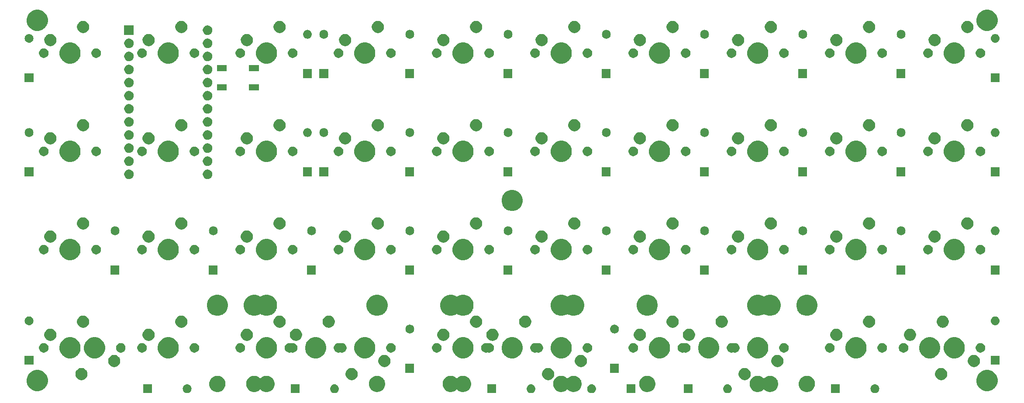
<source format=gbr>
G04 #@! TF.GenerationSoftware,KiCad,Pcbnew,(5.1.4)-1*
G04 #@! TF.CreationDate,2020-10-26T08:25:30-07:00*
G04 #@! TF.ProjectId,cheapcheep,63686561-7063-4686-9565-702e6b696361,rev?*
G04 #@! TF.SameCoordinates,Original*
G04 #@! TF.FileFunction,Soldermask,Bot*
G04 #@! TF.FilePolarity,Negative*
%FSLAX46Y46*%
G04 Gerber Fmt 4.6, Leading zero omitted, Abs format (unit mm)*
G04 Created by KiCad (PCBNEW (5.1.4)-1) date 2020-10-26 08:25:30*
%MOMM*%
%LPD*%
G04 APERTURE LIST*
%ADD10C,0.100000*%
G04 APERTURE END LIST*
D10*
G36*
X184793073Y-91236313D02*
G01*
X184953492Y-91284976D01*
X185085665Y-91355624D01*
X185101328Y-91363996D01*
X185230909Y-91470341D01*
X185337254Y-91599922D01*
X185337255Y-91599924D01*
X185416274Y-91747758D01*
X185464937Y-91908177D01*
X185481367Y-92075000D01*
X185464937Y-92241823D01*
X185416274Y-92402242D01*
X185354268Y-92518247D01*
X185337254Y-92550078D01*
X185230909Y-92679659D01*
X185101328Y-92786004D01*
X185101326Y-92786005D01*
X184953492Y-92865024D01*
X184793073Y-92913687D01*
X184668054Y-92926000D01*
X184584446Y-92926000D01*
X184459427Y-92913687D01*
X184299008Y-92865024D01*
X184151174Y-92786005D01*
X184151172Y-92786004D01*
X184021591Y-92679659D01*
X183915246Y-92550078D01*
X183898232Y-92518247D01*
X183836226Y-92402242D01*
X183787563Y-92241823D01*
X183771133Y-92075000D01*
X183787563Y-91908177D01*
X183836226Y-91747758D01*
X183915245Y-91599924D01*
X183915246Y-91599922D01*
X184021591Y-91470341D01*
X184151172Y-91363996D01*
X184166835Y-91355624D01*
X184299008Y-91284976D01*
X184459427Y-91236313D01*
X184584446Y-91224000D01*
X184668054Y-91224000D01*
X184793073Y-91236313D01*
X184793073Y-91236313D01*
G37*
G36*
X177857250Y-92926000D02*
G01*
X176155250Y-92926000D01*
X176155250Y-91224000D01*
X177857250Y-91224000D01*
X177857250Y-92926000D01*
X177857250Y-92926000D01*
G37*
G36*
X44507250Y-92926000D02*
G01*
X42805250Y-92926000D01*
X42805250Y-91224000D01*
X44507250Y-91224000D01*
X44507250Y-92926000D01*
X44507250Y-92926000D01*
G37*
G36*
X51443073Y-91236313D02*
G01*
X51603492Y-91284976D01*
X51735665Y-91355624D01*
X51751328Y-91363996D01*
X51880909Y-91470341D01*
X51987254Y-91599922D01*
X51987255Y-91599924D01*
X52066274Y-91747758D01*
X52114937Y-91908177D01*
X52131367Y-92075000D01*
X52114937Y-92241823D01*
X52066274Y-92402242D01*
X52004268Y-92518247D01*
X51987254Y-92550078D01*
X51880909Y-92679659D01*
X51751328Y-92786004D01*
X51751326Y-92786005D01*
X51603492Y-92865024D01*
X51443073Y-92913687D01*
X51318054Y-92926000D01*
X51234446Y-92926000D01*
X51109427Y-92913687D01*
X50949008Y-92865024D01*
X50801174Y-92786005D01*
X50801172Y-92786004D01*
X50671591Y-92679659D01*
X50565246Y-92550078D01*
X50548232Y-92518247D01*
X50486226Y-92402242D01*
X50437563Y-92241823D01*
X50421133Y-92075000D01*
X50437563Y-91908177D01*
X50486226Y-91747758D01*
X50565245Y-91599924D01*
X50565246Y-91599922D01*
X50671591Y-91470341D01*
X50801172Y-91363996D01*
X50816835Y-91355624D01*
X50949008Y-91284976D01*
X51109427Y-91236313D01*
X51234446Y-91224000D01*
X51318054Y-91224000D01*
X51443073Y-91236313D01*
X51443073Y-91236313D01*
G37*
G36*
X73082250Y-92926000D02*
G01*
X71380250Y-92926000D01*
X71380250Y-91224000D01*
X73082250Y-91224000D01*
X73082250Y-92926000D01*
X73082250Y-92926000D01*
G37*
G36*
X80018073Y-91236313D02*
G01*
X80178492Y-91284976D01*
X80310665Y-91355624D01*
X80326328Y-91363996D01*
X80455909Y-91470341D01*
X80562254Y-91599922D01*
X80562255Y-91599924D01*
X80641274Y-91747758D01*
X80689937Y-91908177D01*
X80706367Y-92075000D01*
X80689937Y-92241823D01*
X80641274Y-92402242D01*
X80579268Y-92518247D01*
X80562254Y-92550078D01*
X80455909Y-92679659D01*
X80326328Y-92786004D01*
X80326326Y-92786005D01*
X80178492Y-92865024D01*
X80018073Y-92913687D01*
X79893054Y-92926000D01*
X79809446Y-92926000D01*
X79684427Y-92913687D01*
X79524008Y-92865024D01*
X79376174Y-92786005D01*
X79376172Y-92786004D01*
X79246591Y-92679659D01*
X79140246Y-92550078D01*
X79123232Y-92518247D01*
X79061226Y-92402242D01*
X79012563Y-92241823D01*
X78996133Y-92075000D01*
X79012563Y-91908177D01*
X79061226Y-91747758D01*
X79140245Y-91599924D01*
X79140246Y-91599922D01*
X79246591Y-91470341D01*
X79376172Y-91363996D01*
X79391835Y-91355624D01*
X79524008Y-91284976D01*
X79684427Y-91236313D01*
X79809446Y-91224000D01*
X79893054Y-91224000D01*
X80018073Y-91236313D01*
X80018073Y-91236313D01*
G37*
G36*
X111182250Y-92926000D02*
G01*
X109480250Y-92926000D01*
X109480250Y-91224000D01*
X111182250Y-91224000D01*
X111182250Y-92926000D01*
X111182250Y-92926000D01*
G37*
G36*
X138169750Y-92926000D02*
G01*
X136467750Y-92926000D01*
X136467750Y-91224000D01*
X138169750Y-91224000D01*
X138169750Y-92926000D01*
X138169750Y-92926000D01*
G37*
G36*
X118118073Y-91236313D02*
G01*
X118278492Y-91284976D01*
X118410665Y-91355624D01*
X118426328Y-91363996D01*
X118555909Y-91470341D01*
X118662254Y-91599922D01*
X118662255Y-91599924D01*
X118741274Y-91747758D01*
X118789937Y-91908177D01*
X118806367Y-92075000D01*
X118789937Y-92241823D01*
X118741274Y-92402242D01*
X118679268Y-92518247D01*
X118662254Y-92550078D01*
X118555909Y-92679659D01*
X118426328Y-92786004D01*
X118426326Y-92786005D01*
X118278492Y-92865024D01*
X118118073Y-92913687D01*
X117993054Y-92926000D01*
X117909446Y-92926000D01*
X117784427Y-92913687D01*
X117624008Y-92865024D01*
X117476174Y-92786005D01*
X117476172Y-92786004D01*
X117346591Y-92679659D01*
X117240246Y-92550078D01*
X117223232Y-92518247D01*
X117161226Y-92402242D01*
X117112563Y-92241823D01*
X117096133Y-92075000D01*
X117112563Y-91908177D01*
X117161226Y-91747758D01*
X117240245Y-91599924D01*
X117240246Y-91599922D01*
X117346591Y-91470341D01*
X117476172Y-91363996D01*
X117491835Y-91355624D01*
X117624008Y-91284976D01*
X117784427Y-91236313D01*
X117909446Y-91224000D01*
X117993054Y-91224000D01*
X118118073Y-91236313D01*
X118118073Y-91236313D01*
G37*
G36*
X156218073Y-91236313D02*
G01*
X156378492Y-91284976D01*
X156510665Y-91355624D01*
X156526328Y-91363996D01*
X156655909Y-91470341D01*
X156762254Y-91599922D01*
X156762255Y-91599924D01*
X156841274Y-91747758D01*
X156889937Y-91908177D01*
X156906367Y-92075000D01*
X156889937Y-92241823D01*
X156841274Y-92402242D01*
X156779268Y-92518247D01*
X156762254Y-92550078D01*
X156655909Y-92679659D01*
X156526328Y-92786004D01*
X156526326Y-92786005D01*
X156378492Y-92865024D01*
X156218073Y-92913687D01*
X156093054Y-92926000D01*
X156009446Y-92926000D01*
X155884427Y-92913687D01*
X155724008Y-92865024D01*
X155576174Y-92786005D01*
X155576172Y-92786004D01*
X155446591Y-92679659D01*
X155340246Y-92550078D01*
X155323232Y-92518247D01*
X155261226Y-92402242D01*
X155212563Y-92241823D01*
X155196133Y-92075000D01*
X155212563Y-91908177D01*
X155261226Y-91747758D01*
X155340245Y-91599924D01*
X155340246Y-91599922D01*
X155446591Y-91470341D01*
X155576172Y-91363996D01*
X155591835Y-91355624D01*
X155724008Y-91284976D01*
X155884427Y-91236313D01*
X156009446Y-91224000D01*
X156093054Y-91224000D01*
X156218073Y-91236313D01*
X156218073Y-91236313D01*
G37*
G36*
X129865573Y-91236313D02*
G01*
X130025992Y-91284976D01*
X130158165Y-91355624D01*
X130173828Y-91363996D01*
X130303409Y-91470341D01*
X130409754Y-91599922D01*
X130409755Y-91599924D01*
X130488774Y-91747758D01*
X130537437Y-91908177D01*
X130553867Y-92075000D01*
X130537437Y-92241823D01*
X130488774Y-92402242D01*
X130426768Y-92518247D01*
X130409754Y-92550078D01*
X130303409Y-92679659D01*
X130173828Y-92786004D01*
X130173826Y-92786005D01*
X130025992Y-92865024D01*
X129865573Y-92913687D01*
X129740554Y-92926000D01*
X129656946Y-92926000D01*
X129531927Y-92913687D01*
X129371508Y-92865024D01*
X129223674Y-92786005D01*
X129223672Y-92786004D01*
X129094091Y-92679659D01*
X128987746Y-92550078D01*
X128970732Y-92518247D01*
X128908726Y-92402242D01*
X128860063Y-92241823D01*
X128843633Y-92075000D01*
X128860063Y-91908177D01*
X128908726Y-91747758D01*
X128987745Y-91599924D01*
X128987746Y-91599922D01*
X129094091Y-91470341D01*
X129223672Y-91363996D01*
X129239335Y-91355624D01*
X129371508Y-91284976D01*
X129531927Y-91236313D01*
X129656946Y-91224000D01*
X129740554Y-91224000D01*
X129865573Y-91236313D01*
X129865573Y-91236313D01*
G37*
G36*
X149282250Y-92926000D02*
G01*
X147580250Y-92926000D01*
X147580250Y-91224000D01*
X149282250Y-91224000D01*
X149282250Y-92926000D01*
X149282250Y-92926000D01*
G37*
G36*
X64514356Y-89560525D02*
G01*
X64753161Y-89608026D01*
X64871887Y-89657204D01*
X65039791Y-89726752D01*
X65039792Y-89726753D01*
X65297754Y-89899117D01*
X65395993Y-89997356D01*
X65414929Y-90012896D01*
X65436540Y-90024447D01*
X65459989Y-90031560D01*
X65484375Y-90033962D01*
X65508761Y-90031560D01*
X65532210Y-90024447D01*
X65553821Y-90012896D01*
X65572757Y-89997356D01*
X65670996Y-89899117D01*
X65928958Y-89726753D01*
X65928959Y-89726752D01*
X66096863Y-89657204D01*
X66215589Y-89608026D01*
X66454394Y-89560525D01*
X66519875Y-89547500D01*
X66830125Y-89547500D01*
X66895606Y-89560525D01*
X67134411Y-89608026D01*
X67253137Y-89657204D01*
X67421041Y-89726752D01*
X67421042Y-89726753D01*
X67679004Y-89899117D01*
X67898383Y-90118496D01*
X67951551Y-90198068D01*
X68070748Y-90376459D01*
X68129022Y-90517146D01*
X68189474Y-90663089D01*
X68194729Y-90689507D01*
X68250000Y-90967375D01*
X68250000Y-91277625D01*
X68234485Y-91355624D01*
X68189474Y-91581911D01*
X68167360Y-91635298D01*
X68070748Y-91868541D01*
X68070747Y-91868542D01*
X67898383Y-92126504D01*
X67679004Y-92345883D01*
X67594656Y-92402242D01*
X67421041Y-92518248D01*
X67344196Y-92550078D01*
X67134411Y-92636974D01*
X66830125Y-92697500D01*
X66519875Y-92697500D01*
X66215589Y-92636974D01*
X66005804Y-92550078D01*
X65928959Y-92518248D01*
X65755344Y-92402242D01*
X65670996Y-92345883D01*
X65572757Y-92247644D01*
X65553821Y-92232104D01*
X65532210Y-92220553D01*
X65508761Y-92213440D01*
X65484375Y-92211038D01*
X65459989Y-92213440D01*
X65436540Y-92220553D01*
X65414929Y-92232104D01*
X65395993Y-92247644D01*
X65297754Y-92345883D01*
X65213406Y-92402242D01*
X65039791Y-92518248D01*
X64962946Y-92550078D01*
X64753161Y-92636974D01*
X64448875Y-92697500D01*
X64138625Y-92697500D01*
X63834339Y-92636974D01*
X63624554Y-92550078D01*
X63547709Y-92518248D01*
X63374094Y-92402242D01*
X63289746Y-92345883D01*
X63070367Y-92126504D01*
X62898003Y-91868542D01*
X62898002Y-91868541D01*
X62801390Y-91635298D01*
X62779276Y-91581911D01*
X62734265Y-91355624D01*
X62718750Y-91277625D01*
X62718750Y-90967375D01*
X62774021Y-90689507D01*
X62779276Y-90663089D01*
X62839728Y-90517146D01*
X62898002Y-90376459D01*
X63017199Y-90198068D01*
X63070367Y-90118496D01*
X63289746Y-89899117D01*
X63547708Y-89726753D01*
X63547709Y-89726752D01*
X63715613Y-89657204D01*
X63834339Y-89608026D01*
X64073144Y-89560525D01*
X64138625Y-89547500D01*
X64448875Y-89547500D01*
X64514356Y-89560525D01*
X64514356Y-89560525D01*
G37*
G36*
X140714356Y-89560525D02*
G01*
X140953161Y-89608026D01*
X141071887Y-89657204D01*
X141239791Y-89726752D01*
X141239792Y-89726753D01*
X141497754Y-89899117D01*
X141717133Y-90118496D01*
X141770301Y-90198068D01*
X141889498Y-90376459D01*
X141947772Y-90517146D01*
X142008224Y-90663089D01*
X142013479Y-90689507D01*
X142068750Y-90967375D01*
X142068750Y-91277625D01*
X142053235Y-91355624D01*
X142008224Y-91581911D01*
X141986110Y-91635298D01*
X141889498Y-91868541D01*
X141889497Y-91868542D01*
X141717133Y-92126504D01*
X141497754Y-92345883D01*
X141413406Y-92402242D01*
X141239791Y-92518248D01*
X141162946Y-92550078D01*
X140953161Y-92636974D01*
X140801017Y-92667237D01*
X140648875Y-92697500D01*
X140338625Y-92697500D01*
X140034339Y-92636974D01*
X139824554Y-92550078D01*
X139747709Y-92518248D01*
X139574094Y-92402242D01*
X139489746Y-92345883D01*
X139270367Y-92126504D01*
X139098003Y-91868542D01*
X139098002Y-91868541D01*
X139001390Y-91635298D01*
X138979276Y-91581911D01*
X138934265Y-91355624D01*
X138918750Y-91277625D01*
X138918750Y-90967375D01*
X138974021Y-90689507D01*
X138979276Y-90663089D01*
X139039728Y-90517146D01*
X139098002Y-90376459D01*
X139217199Y-90198068D01*
X139270367Y-90118496D01*
X139489746Y-89899117D01*
X139747708Y-89726753D01*
X139747709Y-89726752D01*
X139915613Y-89657204D01*
X140034339Y-89608026D01*
X140273144Y-89560525D01*
X140338625Y-89547500D01*
X140648875Y-89547500D01*
X140714356Y-89560525D01*
X140714356Y-89560525D01*
G37*
G36*
X102614356Y-89560525D02*
G01*
X102853161Y-89608026D01*
X102971887Y-89657204D01*
X103139791Y-89726752D01*
X103139792Y-89726753D01*
X103397754Y-89899117D01*
X103495993Y-89997356D01*
X103514929Y-90012896D01*
X103536540Y-90024447D01*
X103559989Y-90031560D01*
X103584375Y-90033962D01*
X103608761Y-90031560D01*
X103632210Y-90024447D01*
X103653821Y-90012896D01*
X103672757Y-89997356D01*
X103770996Y-89899117D01*
X104028958Y-89726753D01*
X104028959Y-89726752D01*
X104196863Y-89657204D01*
X104315589Y-89608026D01*
X104554394Y-89560525D01*
X104619875Y-89547500D01*
X104930125Y-89547500D01*
X104995606Y-89560525D01*
X105234411Y-89608026D01*
X105353137Y-89657204D01*
X105521041Y-89726752D01*
X105521042Y-89726753D01*
X105779004Y-89899117D01*
X105998383Y-90118496D01*
X106051551Y-90198068D01*
X106170748Y-90376459D01*
X106229022Y-90517146D01*
X106289474Y-90663089D01*
X106294729Y-90689507D01*
X106350000Y-90967375D01*
X106350000Y-91277625D01*
X106334485Y-91355624D01*
X106289474Y-91581911D01*
X106267360Y-91635298D01*
X106170748Y-91868541D01*
X106170747Y-91868542D01*
X105998383Y-92126504D01*
X105779004Y-92345883D01*
X105694656Y-92402242D01*
X105521041Y-92518248D01*
X105444196Y-92550078D01*
X105234411Y-92636974D01*
X105082267Y-92667237D01*
X104930125Y-92697500D01*
X104619875Y-92697500D01*
X104315589Y-92636974D01*
X104105804Y-92550078D01*
X104028959Y-92518248D01*
X103855344Y-92402242D01*
X103770996Y-92345883D01*
X103672757Y-92247644D01*
X103653821Y-92232104D01*
X103632210Y-92220553D01*
X103608761Y-92213440D01*
X103584375Y-92211038D01*
X103559989Y-92213440D01*
X103536540Y-92220553D01*
X103514929Y-92232104D01*
X103495993Y-92247644D01*
X103397754Y-92345883D01*
X103313406Y-92402242D01*
X103139791Y-92518248D01*
X103062946Y-92550078D01*
X102853161Y-92636974D01*
X102701017Y-92667237D01*
X102548875Y-92697500D01*
X102238625Y-92697500D01*
X101934339Y-92636974D01*
X101724554Y-92550078D01*
X101647709Y-92518248D01*
X101474094Y-92402242D01*
X101389746Y-92345883D01*
X101170367Y-92126504D01*
X100998003Y-91868542D01*
X100998002Y-91868541D01*
X100901390Y-91635298D01*
X100879276Y-91581911D01*
X100834265Y-91355624D01*
X100818750Y-91277625D01*
X100818750Y-90967375D01*
X100874021Y-90689507D01*
X100879276Y-90663089D01*
X100939728Y-90517146D01*
X100998002Y-90376459D01*
X101117199Y-90198068D01*
X101170367Y-90118496D01*
X101389746Y-89899117D01*
X101647708Y-89726753D01*
X101647709Y-89726752D01*
X101815613Y-89657204D01*
X101934339Y-89608026D01*
X102173144Y-89560525D01*
X102238625Y-89547500D01*
X102548875Y-89547500D01*
X102614356Y-89560525D01*
X102614356Y-89560525D01*
G37*
G36*
X124045606Y-89560525D02*
G01*
X124284411Y-89608026D01*
X124403137Y-89657204D01*
X124571041Y-89726752D01*
X124571042Y-89726753D01*
X124829004Y-89899117D01*
X124927243Y-89997356D01*
X124946179Y-90012896D01*
X124967790Y-90024447D01*
X124991239Y-90031560D01*
X125015625Y-90033962D01*
X125040011Y-90031560D01*
X125063460Y-90024447D01*
X125085071Y-90012896D01*
X125104007Y-89997356D01*
X125202246Y-89899117D01*
X125460208Y-89726753D01*
X125460209Y-89726752D01*
X125628113Y-89657204D01*
X125746839Y-89608026D01*
X125985644Y-89560525D01*
X126051125Y-89547500D01*
X126361375Y-89547500D01*
X126426856Y-89560525D01*
X126665661Y-89608026D01*
X126784387Y-89657204D01*
X126952291Y-89726752D01*
X126952292Y-89726753D01*
X127210254Y-89899117D01*
X127429633Y-90118496D01*
X127482801Y-90198068D01*
X127601998Y-90376459D01*
X127660272Y-90517146D01*
X127720724Y-90663089D01*
X127725979Y-90689507D01*
X127781250Y-90967375D01*
X127781250Y-91277625D01*
X127765735Y-91355624D01*
X127720724Y-91581911D01*
X127698610Y-91635298D01*
X127601998Y-91868541D01*
X127601997Y-91868542D01*
X127429633Y-92126504D01*
X127210254Y-92345883D01*
X127125906Y-92402242D01*
X126952291Y-92518248D01*
X126875446Y-92550078D01*
X126665661Y-92636974D01*
X126513517Y-92667237D01*
X126361375Y-92697500D01*
X126051125Y-92697500D01*
X125746839Y-92636974D01*
X125537054Y-92550078D01*
X125460209Y-92518248D01*
X125286594Y-92402242D01*
X125202246Y-92345883D01*
X125104007Y-92247644D01*
X125085071Y-92232104D01*
X125063460Y-92220553D01*
X125040011Y-92213440D01*
X125015625Y-92211038D01*
X124991239Y-92213440D01*
X124967790Y-92220553D01*
X124946179Y-92232104D01*
X124927243Y-92247644D01*
X124829004Y-92345883D01*
X124744656Y-92402242D01*
X124571041Y-92518248D01*
X124494196Y-92550078D01*
X124284411Y-92636974D01*
X124132267Y-92667237D01*
X123980125Y-92697500D01*
X123669875Y-92697500D01*
X123365589Y-92636974D01*
X123155804Y-92550078D01*
X123078959Y-92518248D01*
X122905344Y-92402242D01*
X122820996Y-92345883D01*
X122601617Y-92126504D01*
X122429253Y-91868542D01*
X122429252Y-91868541D01*
X122332640Y-91635298D01*
X122310526Y-91581911D01*
X122265515Y-91355624D01*
X122250000Y-91277625D01*
X122250000Y-90967375D01*
X122305271Y-90689507D01*
X122310526Y-90663089D01*
X122370978Y-90517146D01*
X122429252Y-90376459D01*
X122548449Y-90198068D01*
X122601617Y-90118496D01*
X122820996Y-89899117D01*
X123078958Y-89726753D01*
X123078959Y-89726752D01*
X123246863Y-89657204D01*
X123365589Y-89608026D01*
X123604394Y-89560525D01*
X123669875Y-89547500D01*
X123980125Y-89547500D01*
X124045606Y-89560525D01*
X124045606Y-89560525D01*
G37*
G36*
X88326856Y-89560525D02*
G01*
X88565661Y-89608026D01*
X88684387Y-89657204D01*
X88852291Y-89726752D01*
X88852292Y-89726753D01*
X89110254Y-89899117D01*
X89329633Y-90118496D01*
X89382801Y-90198068D01*
X89501998Y-90376459D01*
X89560272Y-90517146D01*
X89620724Y-90663089D01*
X89625979Y-90689507D01*
X89681250Y-90967375D01*
X89681250Y-91277625D01*
X89665735Y-91355624D01*
X89620724Y-91581911D01*
X89598610Y-91635298D01*
X89501998Y-91868541D01*
X89501997Y-91868542D01*
X89329633Y-92126504D01*
X89110254Y-92345883D01*
X89025906Y-92402242D01*
X88852291Y-92518248D01*
X88775446Y-92550078D01*
X88565661Y-92636974D01*
X88413517Y-92667237D01*
X88261375Y-92697500D01*
X87951125Y-92697500D01*
X87646839Y-92636974D01*
X87437054Y-92550078D01*
X87360209Y-92518248D01*
X87186594Y-92402242D01*
X87102246Y-92345883D01*
X86882867Y-92126504D01*
X86710503Y-91868542D01*
X86710502Y-91868541D01*
X86613890Y-91635298D01*
X86591776Y-91581911D01*
X86546765Y-91355624D01*
X86531250Y-91277625D01*
X86531250Y-90967375D01*
X86586521Y-90689507D01*
X86591776Y-90663089D01*
X86652228Y-90517146D01*
X86710502Y-90376459D01*
X86829699Y-90198068D01*
X86882867Y-90118496D01*
X87102246Y-89899117D01*
X87360208Y-89726753D01*
X87360209Y-89726752D01*
X87528113Y-89657204D01*
X87646839Y-89608026D01*
X87885644Y-89560525D01*
X87951125Y-89547500D01*
X88261375Y-89547500D01*
X88326856Y-89560525D01*
X88326856Y-89560525D01*
G37*
G36*
X171670606Y-89560525D02*
G01*
X171909411Y-89608026D01*
X172028137Y-89657204D01*
X172196041Y-89726752D01*
X172196042Y-89726753D01*
X172454004Y-89899117D01*
X172673383Y-90118496D01*
X172726551Y-90198068D01*
X172845748Y-90376459D01*
X172904022Y-90517146D01*
X172964474Y-90663089D01*
X172969729Y-90689507D01*
X173025000Y-90967375D01*
X173025000Y-91277625D01*
X173009485Y-91355624D01*
X172964474Y-91581911D01*
X172942360Y-91635298D01*
X172845748Y-91868541D01*
X172845747Y-91868542D01*
X172673383Y-92126504D01*
X172454004Y-92345883D01*
X172369656Y-92402242D01*
X172196041Y-92518248D01*
X172119196Y-92550078D01*
X171909411Y-92636974D01*
X171757267Y-92667237D01*
X171605125Y-92697500D01*
X171294875Y-92697500D01*
X170990589Y-92636974D01*
X170780804Y-92550078D01*
X170703959Y-92518248D01*
X170530344Y-92402242D01*
X170445996Y-92345883D01*
X170226617Y-92126504D01*
X170054253Y-91868542D01*
X170054252Y-91868541D01*
X169957640Y-91635298D01*
X169935526Y-91581911D01*
X169890515Y-91355624D01*
X169875000Y-91277625D01*
X169875000Y-90967375D01*
X169930271Y-90689507D01*
X169935526Y-90663089D01*
X169995978Y-90517146D01*
X170054252Y-90376459D01*
X170173449Y-90198068D01*
X170226617Y-90118496D01*
X170445996Y-89899117D01*
X170703958Y-89726753D01*
X170703959Y-89726752D01*
X170871863Y-89657204D01*
X170990589Y-89608026D01*
X171229394Y-89560525D01*
X171294875Y-89547500D01*
X171605125Y-89547500D01*
X171670606Y-89560525D01*
X171670606Y-89560525D01*
G37*
G36*
X57370606Y-89560525D02*
G01*
X57609411Y-89608026D01*
X57728137Y-89657204D01*
X57896041Y-89726752D01*
X57896042Y-89726753D01*
X58154004Y-89899117D01*
X58373383Y-90118496D01*
X58426551Y-90198068D01*
X58545748Y-90376459D01*
X58604022Y-90517146D01*
X58664474Y-90663089D01*
X58669729Y-90689507D01*
X58725000Y-90967375D01*
X58725000Y-91277625D01*
X58709485Y-91355624D01*
X58664474Y-91581911D01*
X58642360Y-91635298D01*
X58545748Y-91868541D01*
X58545747Y-91868542D01*
X58373383Y-92126504D01*
X58154004Y-92345883D01*
X58069656Y-92402242D01*
X57896041Y-92518248D01*
X57819196Y-92550078D01*
X57609411Y-92636974D01*
X57305125Y-92697500D01*
X56994875Y-92697500D01*
X56690589Y-92636974D01*
X56480804Y-92550078D01*
X56403959Y-92518248D01*
X56230344Y-92402242D01*
X56145996Y-92345883D01*
X55926617Y-92126504D01*
X55754253Y-91868542D01*
X55754252Y-91868541D01*
X55657640Y-91635298D01*
X55635526Y-91581911D01*
X55590515Y-91355624D01*
X55575000Y-91277625D01*
X55575000Y-90967375D01*
X55630271Y-90689507D01*
X55635526Y-90663089D01*
X55695978Y-90517146D01*
X55754252Y-90376459D01*
X55873449Y-90198068D01*
X55926617Y-90118496D01*
X56145996Y-89899117D01*
X56403958Y-89726753D01*
X56403959Y-89726752D01*
X56571863Y-89657204D01*
X56690589Y-89608026D01*
X56929394Y-89560525D01*
X56994875Y-89547500D01*
X57305125Y-89547500D01*
X57370606Y-89560525D01*
X57370606Y-89560525D01*
G37*
G36*
X162145606Y-89560525D02*
G01*
X162384411Y-89608026D01*
X162503137Y-89657204D01*
X162671041Y-89726752D01*
X162671042Y-89726753D01*
X162929004Y-89899117D01*
X163027243Y-89997356D01*
X163046179Y-90012896D01*
X163067790Y-90024447D01*
X163091239Y-90031560D01*
X163115625Y-90033962D01*
X163140011Y-90031560D01*
X163163460Y-90024447D01*
X163185071Y-90012896D01*
X163204007Y-89997356D01*
X163302246Y-89899117D01*
X163560208Y-89726753D01*
X163560209Y-89726752D01*
X163728113Y-89657204D01*
X163846839Y-89608026D01*
X164085644Y-89560525D01*
X164151125Y-89547500D01*
X164461375Y-89547500D01*
X164526856Y-89560525D01*
X164765661Y-89608026D01*
X164884387Y-89657204D01*
X165052291Y-89726752D01*
X165052292Y-89726753D01*
X165310254Y-89899117D01*
X165529633Y-90118496D01*
X165582801Y-90198068D01*
X165701998Y-90376459D01*
X165760272Y-90517146D01*
X165820724Y-90663089D01*
X165825979Y-90689507D01*
X165881250Y-90967375D01*
X165881250Y-91277625D01*
X165865735Y-91355624D01*
X165820724Y-91581911D01*
X165798610Y-91635298D01*
X165701998Y-91868541D01*
X165701997Y-91868542D01*
X165529633Y-92126504D01*
X165310254Y-92345883D01*
X165225906Y-92402242D01*
X165052291Y-92518248D01*
X164975446Y-92550078D01*
X164765661Y-92636974D01*
X164613517Y-92667237D01*
X164461375Y-92697500D01*
X164151125Y-92697500D01*
X163846839Y-92636974D01*
X163637054Y-92550078D01*
X163560209Y-92518248D01*
X163386594Y-92402242D01*
X163302246Y-92345883D01*
X163204007Y-92247644D01*
X163185071Y-92232104D01*
X163163460Y-92220553D01*
X163140011Y-92213440D01*
X163115625Y-92211038D01*
X163091239Y-92213440D01*
X163067790Y-92220553D01*
X163046179Y-92232104D01*
X163027243Y-92247644D01*
X162929004Y-92345883D01*
X162844656Y-92402242D01*
X162671041Y-92518248D01*
X162594196Y-92550078D01*
X162384411Y-92636974D01*
X162232267Y-92667237D01*
X162080125Y-92697500D01*
X161769875Y-92697500D01*
X161465589Y-92636974D01*
X161255804Y-92550078D01*
X161178959Y-92518248D01*
X161005344Y-92402242D01*
X160920996Y-92345883D01*
X160701617Y-92126504D01*
X160529253Y-91868542D01*
X160529252Y-91868541D01*
X160432640Y-91635298D01*
X160410526Y-91581911D01*
X160365515Y-91355624D01*
X160350000Y-91277625D01*
X160350000Y-90967375D01*
X160405271Y-90689507D01*
X160410526Y-90663089D01*
X160470978Y-90517146D01*
X160529252Y-90376459D01*
X160648449Y-90198068D01*
X160701617Y-90118496D01*
X160920996Y-89899117D01*
X161178958Y-89726753D01*
X161178959Y-89726752D01*
X161346863Y-89657204D01*
X161465589Y-89608026D01*
X161704394Y-89560525D01*
X161769875Y-89547500D01*
X162080125Y-89547500D01*
X162145606Y-89560525D01*
X162145606Y-89560525D01*
G37*
G36*
X22823254Y-88515318D02*
G01*
X23196511Y-88669926D01*
X23196513Y-88669927D01*
X23532436Y-88894384D01*
X23818116Y-89180064D01*
X24042113Y-89515298D01*
X24042574Y-89515989D01*
X24197182Y-89889246D01*
X24276000Y-90285493D01*
X24276000Y-90689507D01*
X24197182Y-91085754D01*
X24085398Y-91355624D01*
X24042573Y-91459013D01*
X23818116Y-91794936D01*
X23532436Y-92080616D01*
X23196513Y-92305073D01*
X23196512Y-92305074D01*
X23196511Y-92305074D01*
X22823254Y-92459682D01*
X22427007Y-92538500D01*
X22022993Y-92538500D01*
X21626746Y-92459682D01*
X21253489Y-92305074D01*
X21253488Y-92305074D01*
X21253487Y-92305073D01*
X20917564Y-92080616D01*
X20631884Y-91794936D01*
X20407427Y-91459013D01*
X20364602Y-91355624D01*
X20252818Y-91085754D01*
X20174000Y-90689507D01*
X20174000Y-90285493D01*
X20252818Y-89889246D01*
X20407426Y-89515989D01*
X20407888Y-89515298D01*
X20631884Y-89180064D01*
X20917564Y-88894384D01*
X21253487Y-88669927D01*
X21253489Y-88669926D01*
X21626746Y-88515318D01*
X22022993Y-88436500D01*
X22427007Y-88436500D01*
X22823254Y-88515318D01*
X22823254Y-88515318D01*
G37*
G36*
X206973254Y-88515318D02*
G01*
X207346511Y-88669926D01*
X207346513Y-88669927D01*
X207682436Y-88894384D01*
X207968116Y-89180064D01*
X208192113Y-89515298D01*
X208192574Y-89515989D01*
X208347182Y-89889246D01*
X208426000Y-90285493D01*
X208426000Y-90689507D01*
X208347182Y-91085754D01*
X208235398Y-91355624D01*
X208192573Y-91459013D01*
X207968116Y-91794936D01*
X207682436Y-92080616D01*
X207346513Y-92305073D01*
X207346512Y-92305074D01*
X207346511Y-92305074D01*
X206973254Y-92459682D01*
X206577007Y-92538500D01*
X206172993Y-92538500D01*
X205776746Y-92459682D01*
X205403489Y-92305074D01*
X205403488Y-92305074D01*
X205403487Y-92305073D01*
X205067564Y-92080616D01*
X204781884Y-91794936D01*
X204557427Y-91459013D01*
X204514602Y-91355624D01*
X204402818Y-91085754D01*
X204324000Y-90689507D01*
X204324000Y-90285493D01*
X204402818Y-89889246D01*
X204557426Y-89515989D01*
X204557888Y-89515298D01*
X204781884Y-89180064D01*
X205067564Y-88894384D01*
X205403487Y-88669927D01*
X205403489Y-88669926D01*
X205776746Y-88515318D01*
X206172993Y-88436500D01*
X206577007Y-88436500D01*
X206973254Y-88515318D01*
X206973254Y-88515318D01*
G37*
G36*
X197676560Y-88056564D02*
G01*
X197828027Y-88086693D01*
X198042045Y-88175342D01*
X198042046Y-88175343D01*
X198234654Y-88304039D01*
X198398461Y-88467846D01*
X198430181Y-88515319D01*
X198527158Y-88660455D01*
X198615807Y-88874473D01*
X198620825Y-88899702D01*
X198655754Y-89075298D01*
X198661000Y-89101674D01*
X198661000Y-89333326D01*
X198615807Y-89560527D01*
X198527158Y-89774545D01*
X198527157Y-89774546D01*
X198398461Y-89967154D01*
X198234654Y-90130961D01*
X198134221Y-90198068D01*
X198042045Y-90259658D01*
X197828027Y-90348307D01*
X197686502Y-90376458D01*
X197600827Y-90393500D01*
X197369173Y-90393500D01*
X197283498Y-90376458D01*
X197141973Y-90348307D01*
X196927955Y-90259658D01*
X196835779Y-90198068D01*
X196735346Y-90130961D01*
X196571539Y-89967154D01*
X196442843Y-89774546D01*
X196442842Y-89774545D01*
X196354193Y-89560527D01*
X196309000Y-89333326D01*
X196309000Y-89101674D01*
X196314247Y-89075298D01*
X196349175Y-88899702D01*
X196354193Y-88874473D01*
X196442842Y-88660455D01*
X196539819Y-88515319D01*
X196571539Y-88467846D01*
X196735346Y-88304039D01*
X196927954Y-88175343D01*
X196927955Y-88175342D01*
X197141973Y-88086693D01*
X197293440Y-88056564D01*
X197369173Y-88041500D01*
X197600827Y-88041500D01*
X197676560Y-88056564D01*
X197676560Y-88056564D01*
G37*
G36*
X83376560Y-88056564D02*
G01*
X83528027Y-88086693D01*
X83742045Y-88175342D01*
X83742046Y-88175343D01*
X83934654Y-88304039D01*
X84098461Y-88467846D01*
X84130181Y-88515319D01*
X84227158Y-88660455D01*
X84315807Y-88874473D01*
X84320825Y-88899702D01*
X84355754Y-89075298D01*
X84361000Y-89101674D01*
X84361000Y-89333326D01*
X84315807Y-89560527D01*
X84227158Y-89774545D01*
X84227157Y-89774546D01*
X84098461Y-89967154D01*
X83934654Y-90130961D01*
X83834221Y-90198068D01*
X83742045Y-90259658D01*
X83528027Y-90348307D01*
X83386502Y-90376458D01*
X83300827Y-90393500D01*
X83069173Y-90393500D01*
X82983498Y-90376458D01*
X82841973Y-90348307D01*
X82627955Y-90259658D01*
X82535779Y-90198068D01*
X82435346Y-90130961D01*
X82271539Y-89967154D01*
X82142843Y-89774546D01*
X82142842Y-89774545D01*
X82054193Y-89560527D01*
X82009000Y-89333326D01*
X82009000Y-89101674D01*
X82014247Y-89075298D01*
X82049175Y-88899702D01*
X82054193Y-88874473D01*
X82142842Y-88660455D01*
X82239819Y-88515319D01*
X82271539Y-88467846D01*
X82435346Y-88304039D01*
X82627954Y-88175343D01*
X82627955Y-88175342D01*
X82841973Y-88086693D01*
X82993440Y-88056564D01*
X83069173Y-88041500D01*
X83300827Y-88041500D01*
X83376560Y-88056564D01*
X83376560Y-88056564D01*
G37*
G36*
X159576560Y-88056564D02*
G01*
X159728027Y-88086693D01*
X159942045Y-88175342D01*
X159942046Y-88175343D01*
X160134654Y-88304039D01*
X160298461Y-88467846D01*
X160330181Y-88515319D01*
X160427158Y-88660455D01*
X160515807Y-88874473D01*
X160520825Y-88899702D01*
X160555754Y-89075298D01*
X160561000Y-89101674D01*
X160561000Y-89333326D01*
X160515807Y-89560527D01*
X160427158Y-89774545D01*
X160427157Y-89774546D01*
X160298461Y-89967154D01*
X160134654Y-90130961D01*
X160034221Y-90198068D01*
X159942045Y-90259658D01*
X159728027Y-90348307D01*
X159586502Y-90376458D01*
X159500827Y-90393500D01*
X159269173Y-90393500D01*
X159183498Y-90376458D01*
X159041973Y-90348307D01*
X158827955Y-90259658D01*
X158735779Y-90198068D01*
X158635346Y-90130961D01*
X158471539Y-89967154D01*
X158342843Y-89774546D01*
X158342842Y-89774545D01*
X158254193Y-89560527D01*
X158209000Y-89333326D01*
X158209000Y-89101674D01*
X158214247Y-89075298D01*
X158249175Y-88899702D01*
X158254193Y-88874473D01*
X158342842Y-88660455D01*
X158439819Y-88515319D01*
X158471539Y-88467846D01*
X158635346Y-88304039D01*
X158827954Y-88175343D01*
X158827955Y-88175342D01*
X159041973Y-88086693D01*
X159193440Y-88056564D01*
X159269173Y-88041500D01*
X159500827Y-88041500D01*
X159576560Y-88056564D01*
X159576560Y-88056564D01*
G37*
G36*
X121476560Y-88056564D02*
G01*
X121628027Y-88086693D01*
X121842045Y-88175342D01*
X121842046Y-88175343D01*
X122034654Y-88304039D01*
X122198461Y-88467846D01*
X122230181Y-88515319D01*
X122327158Y-88660455D01*
X122415807Y-88874473D01*
X122420825Y-88899702D01*
X122455754Y-89075298D01*
X122461000Y-89101674D01*
X122461000Y-89333326D01*
X122415807Y-89560527D01*
X122327158Y-89774545D01*
X122327157Y-89774546D01*
X122198461Y-89967154D01*
X122034654Y-90130961D01*
X121934221Y-90198068D01*
X121842045Y-90259658D01*
X121628027Y-90348307D01*
X121486502Y-90376458D01*
X121400827Y-90393500D01*
X121169173Y-90393500D01*
X121083498Y-90376458D01*
X120941973Y-90348307D01*
X120727955Y-90259658D01*
X120635779Y-90198068D01*
X120535346Y-90130961D01*
X120371539Y-89967154D01*
X120242843Y-89774546D01*
X120242842Y-89774545D01*
X120154193Y-89560527D01*
X120109000Y-89333326D01*
X120109000Y-89101674D01*
X120114247Y-89075298D01*
X120149175Y-88899702D01*
X120154193Y-88874473D01*
X120242842Y-88660455D01*
X120339819Y-88515319D01*
X120371539Y-88467846D01*
X120535346Y-88304039D01*
X120727954Y-88175343D01*
X120727955Y-88175342D01*
X120941973Y-88086693D01*
X121093440Y-88056564D01*
X121169173Y-88041500D01*
X121400827Y-88041500D01*
X121476560Y-88056564D01*
X121476560Y-88056564D01*
G37*
G36*
X30989060Y-88056564D02*
G01*
X31140527Y-88086693D01*
X31354545Y-88175342D01*
X31354546Y-88175343D01*
X31547154Y-88304039D01*
X31710961Y-88467846D01*
X31742681Y-88515319D01*
X31839658Y-88660455D01*
X31928307Y-88874473D01*
X31933325Y-88899702D01*
X31968254Y-89075298D01*
X31973500Y-89101674D01*
X31973500Y-89333326D01*
X31928307Y-89560527D01*
X31839658Y-89774545D01*
X31839657Y-89774546D01*
X31710961Y-89967154D01*
X31547154Y-90130961D01*
X31446721Y-90198068D01*
X31354545Y-90259658D01*
X31140527Y-90348307D01*
X30999002Y-90376458D01*
X30913327Y-90393500D01*
X30681673Y-90393500D01*
X30595998Y-90376458D01*
X30454473Y-90348307D01*
X30240455Y-90259658D01*
X30148279Y-90198068D01*
X30047846Y-90130961D01*
X29884039Y-89967154D01*
X29755343Y-89774546D01*
X29755342Y-89774545D01*
X29666693Y-89560527D01*
X29621500Y-89333326D01*
X29621500Y-89101674D01*
X29626747Y-89075298D01*
X29661675Y-88899702D01*
X29666693Y-88874473D01*
X29755342Y-88660455D01*
X29852319Y-88515319D01*
X29884039Y-88467846D01*
X30047846Y-88304039D01*
X30240454Y-88175343D01*
X30240455Y-88175342D01*
X30454473Y-88086693D01*
X30605940Y-88056564D01*
X30681673Y-88041500D01*
X30913327Y-88041500D01*
X30989060Y-88056564D01*
X30989060Y-88056564D01*
G37*
G36*
X134994750Y-88957250D02*
G01*
X133292750Y-88957250D01*
X133292750Y-87255250D01*
X134994750Y-87255250D01*
X134994750Y-88957250D01*
X134994750Y-88957250D01*
G37*
G36*
X95307250Y-88957250D02*
G01*
X93605250Y-88957250D01*
X93605250Y-87255250D01*
X95307250Y-87255250D01*
X95307250Y-88957250D01*
X95307250Y-88957250D01*
G37*
G36*
X127826560Y-85516564D02*
G01*
X127978027Y-85546693D01*
X128192045Y-85635342D01*
X128192046Y-85635343D01*
X128384654Y-85764039D01*
X128548461Y-85927846D01*
X128563041Y-85949667D01*
X128677158Y-86120455D01*
X128765807Y-86334473D01*
X128811000Y-86561674D01*
X128811000Y-86793326D01*
X128765807Y-87020527D01*
X128677158Y-87234545D01*
X128677157Y-87234546D01*
X128548461Y-87427154D01*
X128384654Y-87590961D01*
X128256249Y-87676758D01*
X128192045Y-87719658D01*
X127978027Y-87808307D01*
X127826560Y-87838436D01*
X127750827Y-87853500D01*
X127519173Y-87853500D01*
X127443440Y-87838436D01*
X127291973Y-87808307D01*
X127077955Y-87719658D01*
X127013751Y-87676758D01*
X126885346Y-87590961D01*
X126721539Y-87427154D01*
X126592843Y-87234546D01*
X126592842Y-87234545D01*
X126504193Y-87020527D01*
X126459000Y-86793326D01*
X126459000Y-86561674D01*
X126504193Y-86334473D01*
X126592842Y-86120455D01*
X126706959Y-85949667D01*
X126721539Y-85927846D01*
X126885346Y-85764039D01*
X127077954Y-85635343D01*
X127077955Y-85635342D01*
X127291973Y-85546693D01*
X127443440Y-85516564D01*
X127519173Y-85501500D01*
X127750827Y-85501500D01*
X127826560Y-85516564D01*
X127826560Y-85516564D01*
G37*
G36*
X165926560Y-85516564D02*
G01*
X166078027Y-85546693D01*
X166292045Y-85635342D01*
X166292046Y-85635343D01*
X166484654Y-85764039D01*
X166648461Y-85927846D01*
X166663041Y-85949667D01*
X166777158Y-86120455D01*
X166865807Y-86334473D01*
X166911000Y-86561674D01*
X166911000Y-86793326D01*
X166865807Y-87020527D01*
X166777158Y-87234545D01*
X166777157Y-87234546D01*
X166648461Y-87427154D01*
X166484654Y-87590961D01*
X166356249Y-87676758D01*
X166292045Y-87719658D01*
X166078027Y-87808307D01*
X165926560Y-87838436D01*
X165850827Y-87853500D01*
X165619173Y-87853500D01*
X165543440Y-87838436D01*
X165391973Y-87808307D01*
X165177955Y-87719658D01*
X165113751Y-87676758D01*
X164985346Y-87590961D01*
X164821539Y-87427154D01*
X164692843Y-87234546D01*
X164692842Y-87234545D01*
X164604193Y-87020527D01*
X164559000Y-86793326D01*
X164559000Y-86561674D01*
X164604193Y-86334473D01*
X164692842Y-86120455D01*
X164806959Y-85949667D01*
X164821539Y-85927846D01*
X164985346Y-85764039D01*
X165177954Y-85635343D01*
X165177955Y-85635342D01*
X165391973Y-85546693D01*
X165543440Y-85516564D01*
X165619173Y-85501500D01*
X165850827Y-85501500D01*
X165926560Y-85516564D01*
X165926560Y-85516564D01*
G37*
G36*
X204026560Y-85516564D02*
G01*
X204178027Y-85546693D01*
X204392045Y-85635342D01*
X204392046Y-85635343D01*
X204584654Y-85764039D01*
X204748461Y-85927846D01*
X204763041Y-85949667D01*
X204877158Y-86120455D01*
X204965807Y-86334473D01*
X205011000Y-86561674D01*
X205011000Y-86793326D01*
X204965807Y-87020527D01*
X204877158Y-87234545D01*
X204877157Y-87234546D01*
X204748461Y-87427154D01*
X204584654Y-87590961D01*
X204456249Y-87676758D01*
X204392045Y-87719658D01*
X204178027Y-87808307D01*
X204026560Y-87838436D01*
X203950827Y-87853500D01*
X203719173Y-87853500D01*
X203643440Y-87838436D01*
X203491973Y-87808307D01*
X203277955Y-87719658D01*
X203213751Y-87676758D01*
X203085346Y-87590961D01*
X202921539Y-87427154D01*
X202792843Y-87234546D01*
X202792842Y-87234545D01*
X202704193Y-87020527D01*
X202659000Y-86793326D01*
X202659000Y-86561674D01*
X202704193Y-86334473D01*
X202792842Y-86120455D01*
X202906959Y-85949667D01*
X202921539Y-85927846D01*
X203085346Y-85764039D01*
X203277954Y-85635343D01*
X203277955Y-85635342D01*
X203491973Y-85546693D01*
X203643440Y-85516564D01*
X203719173Y-85501500D01*
X203950827Y-85501500D01*
X204026560Y-85516564D01*
X204026560Y-85516564D01*
G37*
G36*
X37339060Y-85516564D02*
G01*
X37490527Y-85546693D01*
X37704545Y-85635342D01*
X37704546Y-85635343D01*
X37897154Y-85764039D01*
X38060961Y-85927846D01*
X38075541Y-85949667D01*
X38189658Y-86120455D01*
X38278307Y-86334473D01*
X38323500Y-86561674D01*
X38323500Y-86793326D01*
X38278307Y-87020527D01*
X38189658Y-87234545D01*
X38189657Y-87234546D01*
X38060961Y-87427154D01*
X37897154Y-87590961D01*
X37768749Y-87676758D01*
X37704545Y-87719658D01*
X37490527Y-87808307D01*
X37339060Y-87838436D01*
X37263327Y-87853500D01*
X37031673Y-87853500D01*
X36955940Y-87838436D01*
X36804473Y-87808307D01*
X36590455Y-87719658D01*
X36526251Y-87676758D01*
X36397846Y-87590961D01*
X36234039Y-87427154D01*
X36105343Y-87234546D01*
X36105342Y-87234545D01*
X36016693Y-87020527D01*
X35971500Y-86793326D01*
X35971500Y-86561674D01*
X36016693Y-86334473D01*
X36105342Y-86120455D01*
X36219459Y-85949667D01*
X36234039Y-85927846D01*
X36397846Y-85764039D01*
X36590454Y-85635343D01*
X36590455Y-85635342D01*
X36804473Y-85546693D01*
X36955940Y-85516564D01*
X37031673Y-85501500D01*
X37263327Y-85501500D01*
X37339060Y-85516564D01*
X37339060Y-85516564D01*
G37*
G36*
X89726560Y-85516564D02*
G01*
X89878027Y-85546693D01*
X90092045Y-85635342D01*
X90092046Y-85635343D01*
X90284654Y-85764039D01*
X90448461Y-85927846D01*
X90463041Y-85949667D01*
X90577158Y-86120455D01*
X90665807Y-86334473D01*
X90711000Y-86561674D01*
X90711000Y-86793326D01*
X90665807Y-87020527D01*
X90577158Y-87234545D01*
X90577157Y-87234546D01*
X90448461Y-87427154D01*
X90284654Y-87590961D01*
X90156249Y-87676758D01*
X90092045Y-87719658D01*
X89878027Y-87808307D01*
X89726560Y-87838436D01*
X89650827Y-87853500D01*
X89419173Y-87853500D01*
X89343440Y-87838436D01*
X89191973Y-87808307D01*
X88977955Y-87719658D01*
X88913751Y-87676758D01*
X88785346Y-87590961D01*
X88621539Y-87427154D01*
X88492843Y-87234546D01*
X88492842Y-87234545D01*
X88404193Y-87020527D01*
X88359000Y-86793326D01*
X88359000Y-86561674D01*
X88404193Y-86334473D01*
X88492842Y-86120455D01*
X88606959Y-85949667D01*
X88621539Y-85927846D01*
X88785346Y-85764039D01*
X88977954Y-85635343D01*
X88977955Y-85635342D01*
X89191973Y-85546693D01*
X89343440Y-85516564D01*
X89419173Y-85501500D01*
X89650827Y-85501500D01*
X89726560Y-85516564D01*
X89726560Y-85516564D01*
G37*
G36*
X208813500Y-87369750D02*
G01*
X207111500Y-87369750D01*
X207111500Y-85667750D01*
X208813500Y-85667750D01*
X208813500Y-87369750D01*
X208813500Y-87369750D01*
G37*
G36*
X21488500Y-87369750D02*
G01*
X19786500Y-87369750D01*
X19786500Y-85667750D01*
X21488500Y-85667750D01*
X21488500Y-87369750D01*
X21488500Y-87369750D01*
G37*
G36*
X152996474Y-82171184D02*
G01*
X153214474Y-82261483D01*
X153368623Y-82325333D01*
X153703548Y-82549123D01*
X153988377Y-82833952D01*
X154212167Y-83168877D01*
X154247433Y-83254018D01*
X154366316Y-83541026D01*
X154444900Y-83936094D01*
X154444900Y-84338906D01*
X154366316Y-84733974D01*
X154315451Y-84856772D01*
X154212167Y-85106123D01*
X153988377Y-85441048D01*
X153703548Y-85725877D01*
X153368623Y-85949667D01*
X153214474Y-86013517D01*
X152996474Y-86103816D01*
X152601406Y-86182400D01*
X152198594Y-86182400D01*
X151803526Y-86103816D01*
X151585526Y-86013517D01*
X151431377Y-85949667D01*
X151096452Y-85725877D01*
X150811623Y-85441048D01*
X150587833Y-85106123D01*
X150484549Y-84856772D01*
X150433684Y-84733974D01*
X150355100Y-84338906D01*
X150355100Y-83936094D01*
X150433684Y-83541026D01*
X150552567Y-83254018D01*
X150587833Y-83168877D01*
X150811623Y-82833952D01*
X151096452Y-82549123D01*
X151431377Y-82325333D01*
X151585526Y-82261483D01*
X151803526Y-82171184D01*
X152198594Y-82092600D01*
X152601406Y-82092600D01*
X152996474Y-82171184D01*
X152996474Y-82171184D01*
G37*
G36*
X29171474Y-82171184D02*
G01*
X29389474Y-82261483D01*
X29543623Y-82325333D01*
X29878548Y-82549123D01*
X30163377Y-82833952D01*
X30387167Y-83168877D01*
X30422433Y-83254018D01*
X30541316Y-83541026D01*
X30619900Y-83936094D01*
X30619900Y-84338906D01*
X30541316Y-84733974D01*
X30490451Y-84856772D01*
X30387167Y-85106123D01*
X30163377Y-85441048D01*
X29878548Y-85725877D01*
X29543623Y-85949667D01*
X29389474Y-86013517D01*
X29171474Y-86103816D01*
X28776406Y-86182400D01*
X28373594Y-86182400D01*
X27978526Y-86103816D01*
X27760526Y-86013517D01*
X27606377Y-85949667D01*
X27271452Y-85725877D01*
X26986623Y-85441048D01*
X26762833Y-85106123D01*
X26659549Y-84856772D01*
X26608684Y-84733974D01*
X26530100Y-84338906D01*
X26530100Y-83936094D01*
X26608684Y-83541026D01*
X26727567Y-83254018D01*
X26762833Y-83168877D01*
X26986623Y-82833952D01*
X27271452Y-82549123D01*
X27606377Y-82325333D01*
X27760526Y-82261483D01*
X27978526Y-82171184D01*
X28373594Y-82092600D01*
X28776406Y-82092600D01*
X29171474Y-82171184D01*
X29171474Y-82171184D01*
G37*
G36*
X162521474Y-82171184D02*
G01*
X162739474Y-82261483D01*
X162893623Y-82325333D01*
X163228548Y-82549123D01*
X163513377Y-82833952D01*
X163737167Y-83168877D01*
X163772433Y-83254018D01*
X163891316Y-83541026D01*
X163969900Y-83936094D01*
X163969900Y-84338906D01*
X163891316Y-84733974D01*
X163840451Y-84856772D01*
X163737167Y-85106123D01*
X163513377Y-85441048D01*
X163228548Y-85725877D01*
X162893623Y-85949667D01*
X162739474Y-86013517D01*
X162521474Y-86103816D01*
X162126406Y-86182400D01*
X161723594Y-86182400D01*
X161328526Y-86103816D01*
X161110526Y-86013517D01*
X160956377Y-85949667D01*
X160621452Y-85725877D01*
X160336623Y-85441048D01*
X160112833Y-85106123D01*
X160009549Y-84856772D01*
X159958684Y-84733974D01*
X159880100Y-84338906D01*
X159880100Y-83936094D01*
X159958684Y-83541026D01*
X160077567Y-83254018D01*
X160112833Y-83168877D01*
X160336623Y-82833952D01*
X160621452Y-82549123D01*
X160956377Y-82325333D01*
X161110526Y-82261483D01*
X161328526Y-82171184D01*
X161723594Y-82092600D01*
X162126406Y-82092600D01*
X162521474Y-82171184D01*
X162521474Y-82171184D01*
G37*
G36*
X143471474Y-82171184D02*
G01*
X143689474Y-82261483D01*
X143843623Y-82325333D01*
X144178548Y-82549123D01*
X144463377Y-82833952D01*
X144687167Y-83168877D01*
X144722433Y-83254018D01*
X144841316Y-83541026D01*
X144919900Y-83936094D01*
X144919900Y-84338906D01*
X144841316Y-84733974D01*
X144790451Y-84856772D01*
X144687167Y-85106123D01*
X144463377Y-85441048D01*
X144178548Y-85725877D01*
X143843623Y-85949667D01*
X143689474Y-86013517D01*
X143471474Y-86103816D01*
X143076406Y-86182400D01*
X142673594Y-86182400D01*
X142278526Y-86103816D01*
X142060526Y-86013517D01*
X141906377Y-85949667D01*
X141571452Y-85725877D01*
X141286623Y-85441048D01*
X141062833Y-85106123D01*
X140959549Y-84856772D01*
X140908684Y-84733974D01*
X140830100Y-84338906D01*
X140830100Y-83936094D01*
X140908684Y-83541026D01*
X141027567Y-83254018D01*
X141062833Y-83168877D01*
X141286623Y-82833952D01*
X141571452Y-82549123D01*
X141906377Y-82325333D01*
X142060526Y-82261483D01*
X142278526Y-82171184D01*
X142673594Y-82092600D01*
X143076406Y-82092600D01*
X143471474Y-82171184D01*
X143471474Y-82171184D01*
G37*
G36*
X33933974Y-82171184D02*
G01*
X34151974Y-82261483D01*
X34306123Y-82325333D01*
X34641048Y-82549123D01*
X34925877Y-82833952D01*
X35149667Y-83168877D01*
X35184933Y-83254018D01*
X35303816Y-83541026D01*
X35382400Y-83936094D01*
X35382400Y-84338906D01*
X35303816Y-84733974D01*
X35252951Y-84856772D01*
X35149667Y-85106123D01*
X34925877Y-85441048D01*
X34641048Y-85725877D01*
X34306123Y-85949667D01*
X34151974Y-86013517D01*
X33933974Y-86103816D01*
X33538906Y-86182400D01*
X33136094Y-86182400D01*
X32741026Y-86103816D01*
X32523026Y-86013517D01*
X32368877Y-85949667D01*
X32033952Y-85725877D01*
X31749123Y-85441048D01*
X31525333Y-85106123D01*
X31422049Y-84856772D01*
X31371184Y-84733974D01*
X31292600Y-84338906D01*
X31292600Y-83936094D01*
X31371184Y-83541026D01*
X31490067Y-83254018D01*
X31525333Y-83168877D01*
X31749123Y-82833952D01*
X32033952Y-82549123D01*
X32368877Y-82325333D01*
X32523026Y-82261483D01*
X32741026Y-82171184D01*
X33136094Y-82092600D01*
X33538906Y-82092600D01*
X33933974Y-82171184D01*
X33933974Y-82171184D01*
G37*
G36*
X105371474Y-82171184D02*
G01*
X105589474Y-82261483D01*
X105743623Y-82325333D01*
X106078548Y-82549123D01*
X106363377Y-82833952D01*
X106587167Y-83168877D01*
X106622433Y-83254018D01*
X106741316Y-83541026D01*
X106819900Y-83936094D01*
X106819900Y-84338906D01*
X106741316Y-84733974D01*
X106690451Y-84856772D01*
X106587167Y-85106123D01*
X106363377Y-85441048D01*
X106078548Y-85725877D01*
X105743623Y-85949667D01*
X105589474Y-86013517D01*
X105371474Y-86103816D01*
X104976406Y-86182400D01*
X104573594Y-86182400D01*
X104178526Y-86103816D01*
X103960526Y-86013517D01*
X103806377Y-85949667D01*
X103471452Y-85725877D01*
X103186623Y-85441048D01*
X102962833Y-85106123D01*
X102859549Y-84856772D01*
X102808684Y-84733974D01*
X102730100Y-84338906D01*
X102730100Y-83936094D01*
X102808684Y-83541026D01*
X102927567Y-83254018D01*
X102962833Y-83168877D01*
X103186623Y-82833952D01*
X103471452Y-82549123D01*
X103806377Y-82325333D01*
X103960526Y-82261483D01*
X104178526Y-82171184D01*
X104573594Y-82092600D01*
X104976406Y-82092600D01*
X105371474Y-82171184D01*
X105371474Y-82171184D01*
G37*
G36*
X86321474Y-82171184D02*
G01*
X86539474Y-82261483D01*
X86693623Y-82325333D01*
X87028548Y-82549123D01*
X87313377Y-82833952D01*
X87537167Y-83168877D01*
X87572433Y-83254018D01*
X87691316Y-83541026D01*
X87769900Y-83936094D01*
X87769900Y-84338906D01*
X87691316Y-84733974D01*
X87640451Y-84856772D01*
X87537167Y-85106123D01*
X87313377Y-85441048D01*
X87028548Y-85725877D01*
X86693623Y-85949667D01*
X86539474Y-86013517D01*
X86321474Y-86103816D01*
X85926406Y-86182400D01*
X85523594Y-86182400D01*
X85128526Y-86103816D01*
X84910526Y-86013517D01*
X84756377Y-85949667D01*
X84421452Y-85725877D01*
X84136623Y-85441048D01*
X83912833Y-85106123D01*
X83809549Y-84856772D01*
X83758684Y-84733974D01*
X83680100Y-84338906D01*
X83680100Y-83936094D01*
X83758684Y-83541026D01*
X83877567Y-83254018D01*
X83912833Y-83168877D01*
X84136623Y-82833952D01*
X84421452Y-82549123D01*
X84756377Y-82325333D01*
X84910526Y-82261483D01*
X85128526Y-82171184D01*
X85523594Y-82092600D01*
X85926406Y-82092600D01*
X86321474Y-82171184D01*
X86321474Y-82171184D01*
G37*
G36*
X124421474Y-82171184D02*
G01*
X124639474Y-82261483D01*
X124793623Y-82325333D01*
X125128548Y-82549123D01*
X125413377Y-82833952D01*
X125637167Y-83168877D01*
X125672433Y-83254018D01*
X125791316Y-83541026D01*
X125869900Y-83936094D01*
X125869900Y-84338906D01*
X125791316Y-84733974D01*
X125740451Y-84856772D01*
X125637167Y-85106123D01*
X125413377Y-85441048D01*
X125128548Y-85725877D01*
X124793623Y-85949667D01*
X124639474Y-86013517D01*
X124421474Y-86103816D01*
X124026406Y-86182400D01*
X123623594Y-86182400D01*
X123228526Y-86103816D01*
X123010526Y-86013517D01*
X122856377Y-85949667D01*
X122521452Y-85725877D01*
X122236623Y-85441048D01*
X122012833Y-85106123D01*
X121909549Y-84856772D01*
X121858684Y-84733974D01*
X121780100Y-84338906D01*
X121780100Y-83936094D01*
X121858684Y-83541026D01*
X121977567Y-83254018D01*
X122012833Y-83168877D01*
X122236623Y-82833952D01*
X122521452Y-82549123D01*
X122856377Y-82325333D01*
X123010526Y-82261483D01*
X123228526Y-82171184D01*
X123623594Y-82092600D01*
X124026406Y-82092600D01*
X124421474Y-82171184D01*
X124421474Y-82171184D01*
G37*
G36*
X195858974Y-82171184D02*
G01*
X196076974Y-82261483D01*
X196231123Y-82325333D01*
X196566048Y-82549123D01*
X196850877Y-82833952D01*
X197074667Y-83168877D01*
X197109933Y-83254018D01*
X197228816Y-83541026D01*
X197307400Y-83936094D01*
X197307400Y-84338906D01*
X197228816Y-84733974D01*
X197177951Y-84856772D01*
X197074667Y-85106123D01*
X196850877Y-85441048D01*
X196566048Y-85725877D01*
X196231123Y-85949667D01*
X196076974Y-86013517D01*
X195858974Y-86103816D01*
X195463906Y-86182400D01*
X195061094Y-86182400D01*
X194666026Y-86103816D01*
X194448026Y-86013517D01*
X194293877Y-85949667D01*
X193958952Y-85725877D01*
X193674123Y-85441048D01*
X193450333Y-85106123D01*
X193347049Y-84856772D01*
X193296184Y-84733974D01*
X193217600Y-84338906D01*
X193217600Y-83936094D01*
X193296184Y-83541026D01*
X193415067Y-83254018D01*
X193450333Y-83168877D01*
X193674123Y-82833952D01*
X193958952Y-82549123D01*
X194293877Y-82325333D01*
X194448026Y-82261483D01*
X194666026Y-82171184D01*
X195061094Y-82092600D01*
X195463906Y-82092600D01*
X195858974Y-82171184D01*
X195858974Y-82171184D01*
G37*
G36*
X114896474Y-82171184D02*
G01*
X115114474Y-82261483D01*
X115268623Y-82325333D01*
X115603548Y-82549123D01*
X115888377Y-82833952D01*
X116112167Y-83168877D01*
X116147433Y-83254018D01*
X116266316Y-83541026D01*
X116344900Y-83936094D01*
X116344900Y-84338906D01*
X116266316Y-84733974D01*
X116215451Y-84856772D01*
X116112167Y-85106123D01*
X115888377Y-85441048D01*
X115603548Y-85725877D01*
X115268623Y-85949667D01*
X115114474Y-86013517D01*
X114896474Y-86103816D01*
X114501406Y-86182400D01*
X114098594Y-86182400D01*
X113703526Y-86103816D01*
X113485526Y-86013517D01*
X113331377Y-85949667D01*
X112996452Y-85725877D01*
X112711623Y-85441048D01*
X112487833Y-85106123D01*
X112384549Y-84856772D01*
X112333684Y-84733974D01*
X112255100Y-84338906D01*
X112255100Y-83936094D01*
X112333684Y-83541026D01*
X112452567Y-83254018D01*
X112487833Y-83168877D01*
X112711623Y-82833952D01*
X112996452Y-82549123D01*
X113331377Y-82325333D01*
X113485526Y-82261483D01*
X113703526Y-82171184D01*
X114098594Y-82092600D01*
X114501406Y-82092600D01*
X114896474Y-82171184D01*
X114896474Y-82171184D01*
G37*
G36*
X67271474Y-82171184D02*
G01*
X67489474Y-82261483D01*
X67643623Y-82325333D01*
X67978548Y-82549123D01*
X68263377Y-82833952D01*
X68487167Y-83168877D01*
X68522433Y-83254018D01*
X68641316Y-83541026D01*
X68719900Y-83936094D01*
X68719900Y-84338906D01*
X68641316Y-84733974D01*
X68590451Y-84856772D01*
X68487167Y-85106123D01*
X68263377Y-85441048D01*
X67978548Y-85725877D01*
X67643623Y-85949667D01*
X67489474Y-86013517D01*
X67271474Y-86103816D01*
X66876406Y-86182400D01*
X66473594Y-86182400D01*
X66078526Y-86103816D01*
X65860526Y-86013517D01*
X65706377Y-85949667D01*
X65371452Y-85725877D01*
X65086623Y-85441048D01*
X64862833Y-85106123D01*
X64759549Y-84856772D01*
X64708684Y-84733974D01*
X64630100Y-84338906D01*
X64630100Y-83936094D01*
X64708684Y-83541026D01*
X64827567Y-83254018D01*
X64862833Y-83168877D01*
X65086623Y-82833952D01*
X65371452Y-82549123D01*
X65706377Y-82325333D01*
X65860526Y-82261483D01*
X66078526Y-82171184D01*
X66473594Y-82092600D01*
X66876406Y-82092600D01*
X67271474Y-82171184D01*
X67271474Y-82171184D01*
G37*
G36*
X48221474Y-82171184D02*
G01*
X48439474Y-82261483D01*
X48593623Y-82325333D01*
X48928548Y-82549123D01*
X49213377Y-82833952D01*
X49437167Y-83168877D01*
X49472433Y-83254018D01*
X49591316Y-83541026D01*
X49669900Y-83936094D01*
X49669900Y-84338906D01*
X49591316Y-84733974D01*
X49540451Y-84856772D01*
X49437167Y-85106123D01*
X49213377Y-85441048D01*
X48928548Y-85725877D01*
X48593623Y-85949667D01*
X48439474Y-86013517D01*
X48221474Y-86103816D01*
X47826406Y-86182400D01*
X47423594Y-86182400D01*
X47028526Y-86103816D01*
X46810526Y-86013517D01*
X46656377Y-85949667D01*
X46321452Y-85725877D01*
X46036623Y-85441048D01*
X45812833Y-85106123D01*
X45709549Y-84856772D01*
X45658684Y-84733974D01*
X45580100Y-84338906D01*
X45580100Y-83936094D01*
X45658684Y-83541026D01*
X45777567Y-83254018D01*
X45812833Y-83168877D01*
X46036623Y-82833952D01*
X46321452Y-82549123D01*
X46656377Y-82325333D01*
X46810526Y-82261483D01*
X47028526Y-82171184D01*
X47423594Y-82092600D01*
X47826406Y-82092600D01*
X48221474Y-82171184D01*
X48221474Y-82171184D01*
G37*
G36*
X200621474Y-82171184D02*
G01*
X200839474Y-82261483D01*
X200993623Y-82325333D01*
X201328548Y-82549123D01*
X201613377Y-82833952D01*
X201837167Y-83168877D01*
X201872433Y-83254018D01*
X201991316Y-83541026D01*
X202069900Y-83936094D01*
X202069900Y-84338906D01*
X201991316Y-84733974D01*
X201940451Y-84856772D01*
X201837167Y-85106123D01*
X201613377Y-85441048D01*
X201328548Y-85725877D01*
X200993623Y-85949667D01*
X200839474Y-86013517D01*
X200621474Y-86103816D01*
X200226406Y-86182400D01*
X199823594Y-86182400D01*
X199428526Y-86103816D01*
X199210526Y-86013517D01*
X199056377Y-85949667D01*
X198721452Y-85725877D01*
X198436623Y-85441048D01*
X198212833Y-85106123D01*
X198109549Y-84856772D01*
X198058684Y-84733974D01*
X197980100Y-84338906D01*
X197980100Y-83936094D01*
X198058684Y-83541026D01*
X198177567Y-83254018D01*
X198212833Y-83168877D01*
X198436623Y-82833952D01*
X198721452Y-82549123D01*
X199056377Y-82325333D01*
X199210526Y-82261483D01*
X199428526Y-82171184D01*
X199823594Y-82092600D01*
X200226406Y-82092600D01*
X200621474Y-82171184D01*
X200621474Y-82171184D01*
G37*
G36*
X181571474Y-82171184D02*
G01*
X181789474Y-82261483D01*
X181943623Y-82325333D01*
X182278548Y-82549123D01*
X182563377Y-82833952D01*
X182787167Y-83168877D01*
X182822433Y-83254018D01*
X182941316Y-83541026D01*
X183019900Y-83936094D01*
X183019900Y-84338906D01*
X182941316Y-84733974D01*
X182890451Y-84856772D01*
X182787167Y-85106123D01*
X182563377Y-85441048D01*
X182278548Y-85725877D01*
X181943623Y-85949667D01*
X181789474Y-86013517D01*
X181571474Y-86103816D01*
X181176406Y-86182400D01*
X180773594Y-86182400D01*
X180378526Y-86103816D01*
X180160526Y-86013517D01*
X180006377Y-85949667D01*
X179671452Y-85725877D01*
X179386623Y-85441048D01*
X179162833Y-85106123D01*
X179059549Y-84856772D01*
X179008684Y-84733974D01*
X178930100Y-84338906D01*
X178930100Y-83936094D01*
X179008684Y-83541026D01*
X179127567Y-83254018D01*
X179162833Y-83168877D01*
X179386623Y-82833952D01*
X179671452Y-82549123D01*
X180006377Y-82325333D01*
X180160526Y-82261483D01*
X180378526Y-82171184D01*
X180773594Y-82092600D01*
X181176406Y-82092600D01*
X181571474Y-82171184D01*
X181571474Y-82171184D01*
G37*
G36*
X76796474Y-82171184D02*
G01*
X77014474Y-82261483D01*
X77168623Y-82325333D01*
X77503548Y-82549123D01*
X77788377Y-82833952D01*
X78012167Y-83168877D01*
X78047433Y-83254018D01*
X78166316Y-83541026D01*
X78244900Y-83936094D01*
X78244900Y-84338906D01*
X78166316Y-84733974D01*
X78115451Y-84856772D01*
X78012167Y-85106123D01*
X77788377Y-85441048D01*
X77503548Y-85725877D01*
X77168623Y-85949667D01*
X77014474Y-86013517D01*
X76796474Y-86103816D01*
X76401406Y-86182400D01*
X75998594Y-86182400D01*
X75603526Y-86103816D01*
X75385526Y-86013517D01*
X75231377Y-85949667D01*
X74896452Y-85725877D01*
X74611623Y-85441048D01*
X74387833Y-85106123D01*
X74284549Y-84856772D01*
X74233684Y-84733974D01*
X74155100Y-84338906D01*
X74155100Y-83936094D01*
X74233684Y-83541026D01*
X74352567Y-83254018D01*
X74387833Y-83168877D01*
X74611623Y-82833952D01*
X74896452Y-82549123D01*
X75231377Y-82325333D01*
X75385526Y-82261483D01*
X75603526Y-82171184D01*
X75998594Y-82092600D01*
X76401406Y-82092600D01*
X76796474Y-82171184D01*
X76796474Y-82171184D01*
G37*
G36*
X119015104Y-83247085D02*
G01*
X119015110Y-83247088D01*
X119015565Y-83247178D01*
X119038118Y-83254018D01*
X119062504Y-83256419D01*
X119086890Y-83254016D01*
X119109435Y-83247178D01*
X119109890Y-83247088D01*
X119109896Y-83247085D01*
X119288797Y-83211500D01*
X119471203Y-83211500D01*
X119650104Y-83247085D01*
X119818626Y-83316889D01*
X119970291Y-83418228D01*
X120099272Y-83547209D01*
X120200611Y-83698874D01*
X120270415Y-83867396D01*
X120306000Y-84046297D01*
X120306000Y-84228703D01*
X120270415Y-84407604D01*
X120200611Y-84576126D01*
X120099272Y-84727791D01*
X119970291Y-84856772D01*
X119818626Y-84958111D01*
X119650104Y-85027915D01*
X119471203Y-85063500D01*
X119288797Y-85063500D01*
X119109896Y-85027915D01*
X119109890Y-85027912D01*
X119109435Y-85027822D01*
X119086882Y-85020982D01*
X119062496Y-85018581D01*
X119038110Y-85020984D01*
X119015565Y-85027822D01*
X119015110Y-85027912D01*
X119015104Y-85027915D01*
X118836203Y-85063500D01*
X118653797Y-85063500D01*
X118474896Y-85027915D01*
X118306374Y-84958111D01*
X118154709Y-84856772D01*
X118025728Y-84727791D01*
X117924389Y-84576126D01*
X117854585Y-84407604D01*
X117819000Y-84228703D01*
X117819000Y-84046297D01*
X117854585Y-83867396D01*
X117924389Y-83698874D01*
X118025728Y-83547209D01*
X118154709Y-83418228D01*
X118306374Y-83316889D01*
X118474896Y-83247085D01*
X118653797Y-83211500D01*
X118836203Y-83211500D01*
X119015104Y-83247085D01*
X119015104Y-83247085D01*
G37*
G36*
X99965104Y-83247085D02*
G01*
X100133626Y-83316889D01*
X100285291Y-83418228D01*
X100414272Y-83547209D01*
X100515611Y-83698874D01*
X100585415Y-83867396D01*
X100621000Y-84046297D01*
X100621000Y-84228703D01*
X100585415Y-84407604D01*
X100515611Y-84576126D01*
X100414272Y-84727791D01*
X100285291Y-84856772D01*
X100133626Y-84958111D01*
X99965104Y-85027915D01*
X99786203Y-85063500D01*
X99603797Y-85063500D01*
X99424896Y-85027915D01*
X99256374Y-84958111D01*
X99104709Y-84856772D01*
X98975728Y-84727791D01*
X98874389Y-84576126D01*
X98804585Y-84407604D01*
X98769000Y-84228703D01*
X98769000Y-84046297D01*
X98804585Y-83867396D01*
X98874389Y-83698874D01*
X98975728Y-83547209D01*
X99104709Y-83418228D01*
X99256374Y-83316889D01*
X99424896Y-83247085D01*
X99603797Y-83211500D01*
X99786203Y-83211500D01*
X99965104Y-83247085D01*
X99965104Y-83247085D01*
G37*
G36*
X129175104Y-83247085D02*
G01*
X129343626Y-83316889D01*
X129495291Y-83418228D01*
X129624272Y-83547209D01*
X129725611Y-83698874D01*
X129795415Y-83867396D01*
X129831000Y-84046297D01*
X129831000Y-84228703D01*
X129795415Y-84407604D01*
X129725611Y-84576126D01*
X129624272Y-84727791D01*
X129495291Y-84856772D01*
X129343626Y-84958111D01*
X129175104Y-85027915D01*
X128996203Y-85063500D01*
X128813797Y-85063500D01*
X128634896Y-85027915D01*
X128466374Y-84958111D01*
X128314709Y-84856772D01*
X128185728Y-84727791D01*
X128084389Y-84576126D01*
X128014585Y-84407604D01*
X127979000Y-84228703D01*
X127979000Y-84046297D01*
X128014585Y-83867396D01*
X128084389Y-83698874D01*
X128185728Y-83547209D01*
X128314709Y-83418228D01*
X128466374Y-83316889D01*
X128634896Y-83247085D01*
X128813797Y-83211500D01*
X128996203Y-83211500D01*
X129175104Y-83247085D01*
X129175104Y-83247085D01*
G37*
G36*
X190452604Y-83247085D02*
G01*
X190621126Y-83316889D01*
X190772791Y-83418228D01*
X190901772Y-83547209D01*
X191003111Y-83698874D01*
X191072915Y-83867396D01*
X191108500Y-84046297D01*
X191108500Y-84228703D01*
X191072915Y-84407604D01*
X191003111Y-84576126D01*
X190901772Y-84727791D01*
X190772791Y-84856772D01*
X190621126Y-84958111D01*
X190452604Y-85027915D01*
X190273703Y-85063500D01*
X190091297Y-85063500D01*
X189912396Y-85027915D01*
X189743874Y-84958111D01*
X189592209Y-84856772D01*
X189463228Y-84727791D01*
X189361889Y-84576126D01*
X189292085Y-84407604D01*
X189256500Y-84228703D01*
X189256500Y-84046297D01*
X189292085Y-83867396D01*
X189361889Y-83698874D01*
X189463228Y-83547209D01*
X189592209Y-83418228D01*
X189743874Y-83316889D01*
X189912396Y-83247085D01*
X190091297Y-83211500D01*
X190273703Y-83211500D01*
X190452604Y-83247085D01*
X190452604Y-83247085D01*
G37*
G36*
X91075104Y-83247085D02*
G01*
X91243626Y-83316889D01*
X91395291Y-83418228D01*
X91524272Y-83547209D01*
X91625611Y-83698874D01*
X91695415Y-83867396D01*
X91731000Y-84046297D01*
X91731000Y-84228703D01*
X91695415Y-84407604D01*
X91625611Y-84576126D01*
X91524272Y-84727791D01*
X91395291Y-84856772D01*
X91243626Y-84958111D01*
X91075104Y-85027915D01*
X90896203Y-85063500D01*
X90713797Y-85063500D01*
X90534896Y-85027915D01*
X90366374Y-84958111D01*
X90214709Y-84856772D01*
X90085728Y-84727791D01*
X89984389Y-84576126D01*
X89914585Y-84407604D01*
X89879000Y-84228703D01*
X89879000Y-84046297D01*
X89914585Y-83867396D01*
X89984389Y-83698874D01*
X90085728Y-83547209D01*
X90214709Y-83418228D01*
X90366374Y-83316889D01*
X90534896Y-83247085D01*
X90713797Y-83211500D01*
X90896203Y-83211500D01*
X91075104Y-83247085D01*
X91075104Y-83247085D01*
G37*
G36*
X147590104Y-83247085D02*
G01*
X147590110Y-83247088D01*
X147590565Y-83247178D01*
X147613118Y-83254018D01*
X147637504Y-83256419D01*
X147661890Y-83254016D01*
X147684435Y-83247178D01*
X147684890Y-83247088D01*
X147684896Y-83247085D01*
X147863797Y-83211500D01*
X148046203Y-83211500D01*
X148225104Y-83247085D01*
X148393626Y-83316889D01*
X148545291Y-83418228D01*
X148674272Y-83547209D01*
X148775611Y-83698874D01*
X148845415Y-83867396D01*
X148881000Y-84046297D01*
X148881000Y-84228703D01*
X148845415Y-84407604D01*
X148775611Y-84576126D01*
X148674272Y-84727791D01*
X148545291Y-84856772D01*
X148393626Y-84958111D01*
X148225104Y-85027915D01*
X148046203Y-85063500D01*
X147863797Y-85063500D01*
X147684896Y-85027915D01*
X147684890Y-85027912D01*
X147684435Y-85027822D01*
X147661882Y-85020982D01*
X147637496Y-85018581D01*
X147613110Y-85020984D01*
X147590565Y-85027822D01*
X147590110Y-85027912D01*
X147590104Y-85027915D01*
X147411203Y-85063500D01*
X147228797Y-85063500D01*
X147049896Y-85027915D01*
X146881374Y-84958111D01*
X146729709Y-84856772D01*
X146600728Y-84727791D01*
X146499389Y-84576126D01*
X146429585Y-84407604D01*
X146394000Y-84228703D01*
X146394000Y-84046297D01*
X146429585Y-83867396D01*
X146499389Y-83698874D01*
X146600728Y-83547209D01*
X146729709Y-83418228D01*
X146881374Y-83316889D01*
X147049896Y-83247085D01*
X147228797Y-83211500D01*
X147411203Y-83211500D01*
X147590104Y-83247085D01*
X147590104Y-83247085D01*
G37*
G36*
X138065104Y-83247085D02*
G01*
X138233626Y-83316889D01*
X138385291Y-83418228D01*
X138514272Y-83547209D01*
X138615611Y-83698874D01*
X138685415Y-83867396D01*
X138721000Y-84046297D01*
X138721000Y-84228703D01*
X138685415Y-84407604D01*
X138615611Y-84576126D01*
X138514272Y-84727791D01*
X138385291Y-84856772D01*
X138233626Y-84958111D01*
X138065104Y-85027915D01*
X137886203Y-85063500D01*
X137703797Y-85063500D01*
X137524896Y-85027915D01*
X137356374Y-84958111D01*
X137204709Y-84856772D01*
X137075728Y-84727791D01*
X136974389Y-84576126D01*
X136904585Y-84407604D01*
X136869000Y-84228703D01*
X136869000Y-84046297D01*
X136904585Y-83867396D01*
X136974389Y-83698874D01*
X137075728Y-83547209D01*
X137204709Y-83418228D01*
X137356374Y-83316889D01*
X137524896Y-83247085D01*
X137703797Y-83211500D01*
X137886203Y-83211500D01*
X138065104Y-83247085D01*
X138065104Y-83247085D01*
G37*
G36*
X205375104Y-83247085D02*
G01*
X205543626Y-83316889D01*
X205695291Y-83418228D01*
X205824272Y-83547209D01*
X205925611Y-83698874D01*
X205995415Y-83867396D01*
X206031000Y-84046297D01*
X206031000Y-84228703D01*
X205995415Y-84407604D01*
X205925611Y-84576126D01*
X205824272Y-84727791D01*
X205695291Y-84856772D01*
X205543626Y-84958111D01*
X205375104Y-85027915D01*
X205196203Y-85063500D01*
X205013797Y-85063500D01*
X204834896Y-85027915D01*
X204666374Y-84958111D01*
X204514709Y-84856772D01*
X204385728Y-84727791D01*
X204284389Y-84576126D01*
X204214585Y-84407604D01*
X204179000Y-84228703D01*
X204179000Y-84046297D01*
X204214585Y-83867396D01*
X204284389Y-83698874D01*
X204385728Y-83547209D01*
X204514709Y-83418228D01*
X204666374Y-83316889D01*
X204834896Y-83247085D01*
X205013797Y-83211500D01*
X205196203Y-83211500D01*
X205375104Y-83247085D01*
X205375104Y-83247085D01*
G37*
G36*
X186325104Y-83247085D02*
G01*
X186493626Y-83316889D01*
X186645291Y-83418228D01*
X186774272Y-83547209D01*
X186875611Y-83698874D01*
X186945415Y-83867396D01*
X186981000Y-84046297D01*
X186981000Y-84228703D01*
X186945415Y-84407604D01*
X186875611Y-84576126D01*
X186774272Y-84727791D01*
X186645291Y-84856772D01*
X186493626Y-84958111D01*
X186325104Y-85027915D01*
X186146203Y-85063500D01*
X185963797Y-85063500D01*
X185784896Y-85027915D01*
X185616374Y-84958111D01*
X185464709Y-84856772D01*
X185335728Y-84727791D01*
X185234389Y-84576126D01*
X185164585Y-84407604D01*
X185129000Y-84228703D01*
X185129000Y-84046297D01*
X185164585Y-83867396D01*
X185234389Y-83698874D01*
X185335728Y-83547209D01*
X185464709Y-83418228D01*
X185616374Y-83316889D01*
X185784896Y-83247085D01*
X185963797Y-83211500D01*
X186146203Y-83211500D01*
X186325104Y-83247085D01*
X186325104Y-83247085D01*
G37*
G36*
X52975104Y-83247085D02*
G01*
X53143626Y-83316889D01*
X53295291Y-83418228D01*
X53424272Y-83547209D01*
X53525611Y-83698874D01*
X53595415Y-83867396D01*
X53631000Y-84046297D01*
X53631000Y-84228703D01*
X53595415Y-84407604D01*
X53525611Y-84576126D01*
X53424272Y-84727791D01*
X53295291Y-84856772D01*
X53143626Y-84958111D01*
X52975104Y-85027915D01*
X52796203Y-85063500D01*
X52613797Y-85063500D01*
X52434896Y-85027915D01*
X52266374Y-84958111D01*
X52114709Y-84856772D01*
X51985728Y-84727791D01*
X51884389Y-84576126D01*
X51814585Y-84407604D01*
X51779000Y-84228703D01*
X51779000Y-84046297D01*
X51814585Y-83867396D01*
X51884389Y-83698874D01*
X51985728Y-83547209D01*
X52114709Y-83418228D01*
X52266374Y-83316889D01*
X52434896Y-83247085D01*
X52613797Y-83211500D01*
X52796203Y-83211500D01*
X52975104Y-83247085D01*
X52975104Y-83247085D01*
G37*
G36*
X38687604Y-83247085D02*
G01*
X38856126Y-83316889D01*
X39007791Y-83418228D01*
X39136772Y-83547209D01*
X39238111Y-83698874D01*
X39307915Y-83867396D01*
X39343500Y-84046297D01*
X39343500Y-84228703D01*
X39307915Y-84407604D01*
X39238111Y-84576126D01*
X39136772Y-84727791D01*
X39007791Y-84856772D01*
X38856126Y-84958111D01*
X38687604Y-85027915D01*
X38508703Y-85063500D01*
X38326297Y-85063500D01*
X38147396Y-85027915D01*
X37978874Y-84958111D01*
X37827209Y-84856772D01*
X37698228Y-84727791D01*
X37596889Y-84576126D01*
X37527085Y-84407604D01*
X37491500Y-84228703D01*
X37491500Y-84046297D01*
X37527085Y-83867396D01*
X37596889Y-83698874D01*
X37698228Y-83547209D01*
X37827209Y-83418228D01*
X37978874Y-83316889D01*
X38147396Y-83247085D01*
X38326297Y-83211500D01*
X38508703Y-83211500D01*
X38687604Y-83247085D01*
X38687604Y-83247085D01*
G37*
G36*
X176165104Y-83247085D02*
G01*
X176333626Y-83316889D01*
X176485291Y-83418228D01*
X176614272Y-83547209D01*
X176715611Y-83698874D01*
X176785415Y-83867396D01*
X176821000Y-84046297D01*
X176821000Y-84228703D01*
X176785415Y-84407604D01*
X176715611Y-84576126D01*
X176614272Y-84727791D01*
X176485291Y-84856772D01*
X176333626Y-84958111D01*
X176165104Y-85027915D01*
X175986203Y-85063500D01*
X175803797Y-85063500D01*
X175624896Y-85027915D01*
X175456374Y-84958111D01*
X175304709Y-84856772D01*
X175175728Y-84727791D01*
X175074389Y-84576126D01*
X175004585Y-84407604D01*
X174969000Y-84228703D01*
X174969000Y-84046297D01*
X175004585Y-83867396D01*
X175074389Y-83698874D01*
X175175728Y-83547209D01*
X175304709Y-83418228D01*
X175456374Y-83316889D01*
X175624896Y-83247085D01*
X175803797Y-83211500D01*
X175986203Y-83211500D01*
X176165104Y-83247085D01*
X176165104Y-83247085D01*
G37*
G36*
X23765104Y-83247085D02*
G01*
X23933626Y-83316889D01*
X24085291Y-83418228D01*
X24214272Y-83547209D01*
X24315611Y-83698874D01*
X24385415Y-83867396D01*
X24421000Y-84046297D01*
X24421000Y-84228703D01*
X24385415Y-84407604D01*
X24315611Y-84576126D01*
X24214272Y-84727791D01*
X24085291Y-84856772D01*
X23933626Y-84958111D01*
X23765104Y-85027915D01*
X23586203Y-85063500D01*
X23403797Y-85063500D01*
X23224896Y-85027915D01*
X23056374Y-84958111D01*
X22904709Y-84856772D01*
X22775728Y-84727791D01*
X22674389Y-84576126D01*
X22604585Y-84407604D01*
X22569000Y-84228703D01*
X22569000Y-84046297D01*
X22604585Y-83867396D01*
X22674389Y-83698874D01*
X22775728Y-83547209D01*
X22904709Y-83418228D01*
X23056374Y-83316889D01*
X23224896Y-83247085D01*
X23403797Y-83211500D01*
X23586203Y-83211500D01*
X23765104Y-83247085D01*
X23765104Y-83247085D01*
G37*
G36*
X42815104Y-83247085D02*
G01*
X42983626Y-83316889D01*
X43135291Y-83418228D01*
X43264272Y-83547209D01*
X43365611Y-83698874D01*
X43435415Y-83867396D01*
X43471000Y-84046297D01*
X43471000Y-84228703D01*
X43435415Y-84407604D01*
X43365611Y-84576126D01*
X43264272Y-84727791D01*
X43135291Y-84856772D01*
X42983626Y-84958111D01*
X42815104Y-85027915D01*
X42636203Y-85063500D01*
X42453797Y-85063500D01*
X42274896Y-85027915D01*
X42106374Y-84958111D01*
X41954709Y-84856772D01*
X41825728Y-84727791D01*
X41724389Y-84576126D01*
X41654585Y-84407604D01*
X41619000Y-84228703D01*
X41619000Y-84046297D01*
X41654585Y-83867396D01*
X41724389Y-83698874D01*
X41825728Y-83547209D01*
X41954709Y-83418228D01*
X42106374Y-83316889D01*
X42274896Y-83247085D01*
X42453797Y-83211500D01*
X42636203Y-83211500D01*
X42815104Y-83247085D01*
X42815104Y-83247085D01*
G37*
G36*
X157115104Y-83247085D02*
G01*
X157115110Y-83247088D01*
X157115565Y-83247178D01*
X157138118Y-83254018D01*
X157162504Y-83256419D01*
X157186890Y-83254016D01*
X157209435Y-83247178D01*
X157209890Y-83247088D01*
X157209896Y-83247085D01*
X157388797Y-83211500D01*
X157571203Y-83211500D01*
X157750104Y-83247085D01*
X157918626Y-83316889D01*
X158070291Y-83418228D01*
X158199272Y-83547209D01*
X158300611Y-83698874D01*
X158370415Y-83867396D01*
X158406000Y-84046297D01*
X158406000Y-84228703D01*
X158370415Y-84407604D01*
X158300611Y-84576126D01*
X158199272Y-84727791D01*
X158070291Y-84856772D01*
X157918626Y-84958111D01*
X157750104Y-85027915D01*
X157571203Y-85063500D01*
X157388797Y-85063500D01*
X157209896Y-85027915D01*
X157209890Y-85027912D01*
X157209435Y-85027822D01*
X157186882Y-85020982D01*
X157162496Y-85018581D01*
X157138110Y-85020984D01*
X157115565Y-85027822D01*
X157115110Y-85027912D01*
X157115104Y-85027915D01*
X156936203Y-85063500D01*
X156753797Y-85063500D01*
X156574896Y-85027915D01*
X156406374Y-84958111D01*
X156254709Y-84856772D01*
X156125728Y-84727791D01*
X156024389Y-84576126D01*
X155954585Y-84407604D01*
X155919000Y-84228703D01*
X155919000Y-84046297D01*
X155954585Y-83867396D01*
X156024389Y-83698874D01*
X156125728Y-83547209D01*
X156254709Y-83418228D01*
X156406374Y-83316889D01*
X156574896Y-83247085D01*
X156753797Y-83211500D01*
X156936203Y-83211500D01*
X157115104Y-83247085D01*
X157115104Y-83247085D01*
G37*
G36*
X167275104Y-83247085D02*
G01*
X167443626Y-83316889D01*
X167595291Y-83418228D01*
X167724272Y-83547209D01*
X167825611Y-83698874D01*
X167895415Y-83867396D01*
X167931000Y-84046297D01*
X167931000Y-84228703D01*
X167895415Y-84407604D01*
X167825611Y-84576126D01*
X167724272Y-84727791D01*
X167595291Y-84856772D01*
X167443626Y-84958111D01*
X167275104Y-85027915D01*
X167096203Y-85063500D01*
X166913797Y-85063500D01*
X166734896Y-85027915D01*
X166566374Y-84958111D01*
X166414709Y-84856772D01*
X166285728Y-84727791D01*
X166184389Y-84576126D01*
X166114585Y-84407604D01*
X166079000Y-84228703D01*
X166079000Y-84046297D01*
X166114585Y-83867396D01*
X166184389Y-83698874D01*
X166285728Y-83547209D01*
X166414709Y-83418228D01*
X166566374Y-83316889D01*
X166734896Y-83247085D01*
X166913797Y-83211500D01*
X167096203Y-83211500D01*
X167275104Y-83247085D01*
X167275104Y-83247085D01*
G37*
G36*
X109490104Y-83247085D02*
G01*
X109490110Y-83247088D01*
X109490565Y-83247178D01*
X109513118Y-83254018D01*
X109537504Y-83256419D01*
X109561890Y-83254016D01*
X109584435Y-83247178D01*
X109584890Y-83247088D01*
X109584896Y-83247085D01*
X109763797Y-83211500D01*
X109946203Y-83211500D01*
X110125104Y-83247085D01*
X110293626Y-83316889D01*
X110445291Y-83418228D01*
X110574272Y-83547209D01*
X110675611Y-83698874D01*
X110745415Y-83867396D01*
X110781000Y-84046297D01*
X110781000Y-84228703D01*
X110745415Y-84407604D01*
X110675611Y-84576126D01*
X110574272Y-84727791D01*
X110445291Y-84856772D01*
X110293626Y-84958111D01*
X110125104Y-85027915D01*
X109946203Y-85063500D01*
X109763797Y-85063500D01*
X109584896Y-85027915D01*
X109584890Y-85027912D01*
X109584435Y-85027822D01*
X109561882Y-85020982D01*
X109537496Y-85018581D01*
X109513110Y-85020984D01*
X109490565Y-85027822D01*
X109490110Y-85027912D01*
X109490104Y-85027915D01*
X109311203Y-85063500D01*
X109128797Y-85063500D01*
X108949896Y-85027915D01*
X108781374Y-84958111D01*
X108629709Y-84856772D01*
X108500728Y-84727791D01*
X108399389Y-84576126D01*
X108329585Y-84407604D01*
X108294000Y-84228703D01*
X108294000Y-84046297D01*
X108329585Y-83867396D01*
X108399389Y-83698874D01*
X108500728Y-83547209D01*
X108629709Y-83418228D01*
X108781374Y-83316889D01*
X108949896Y-83247085D01*
X109128797Y-83211500D01*
X109311203Y-83211500D01*
X109490104Y-83247085D01*
X109490104Y-83247085D01*
G37*
G36*
X71390104Y-83247085D02*
G01*
X71390110Y-83247088D01*
X71390565Y-83247178D01*
X71413118Y-83254018D01*
X71437504Y-83256419D01*
X71461890Y-83254016D01*
X71484435Y-83247178D01*
X71484890Y-83247088D01*
X71484896Y-83247085D01*
X71663797Y-83211500D01*
X71846203Y-83211500D01*
X72025104Y-83247085D01*
X72193626Y-83316889D01*
X72345291Y-83418228D01*
X72474272Y-83547209D01*
X72575611Y-83698874D01*
X72645415Y-83867396D01*
X72681000Y-84046297D01*
X72681000Y-84228703D01*
X72645415Y-84407604D01*
X72575611Y-84576126D01*
X72474272Y-84727791D01*
X72345291Y-84856772D01*
X72193626Y-84958111D01*
X72025104Y-85027915D01*
X71846203Y-85063500D01*
X71663797Y-85063500D01*
X71484896Y-85027915D01*
X71484890Y-85027912D01*
X71484435Y-85027822D01*
X71461882Y-85020982D01*
X71437496Y-85018581D01*
X71413110Y-85020984D01*
X71390565Y-85027822D01*
X71390110Y-85027912D01*
X71390104Y-85027915D01*
X71211203Y-85063500D01*
X71028797Y-85063500D01*
X70849896Y-85027915D01*
X70681374Y-84958111D01*
X70529709Y-84856772D01*
X70400728Y-84727791D01*
X70299389Y-84576126D01*
X70229585Y-84407604D01*
X70194000Y-84228703D01*
X70194000Y-84046297D01*
X70229585Y-83867396D01*
X70299389Y-83698874D01*
X70400728Y-83547209D01*
X70529709Y-83418228D01*
X70681374Y-83316889D01*
X70849896Y-83247085D01*
X71028797Y-83211500D01*
X71211203Y-83211500D01*
X71390104Y-83247085D01*
X71390104Y-83247085D01*
G37*
G36*
X80915104Y-83247085D02*
G01*
X80915110Y-83247088D01*
X80915565Y-83247178D01*
X80938118Y-83254018D01*
X80962504Y-83256419D01*
X80986890Y-83254016D01*
X81009435Y-83247178D01*
X81009890Y-83247088D01*
X81009896Y-83247085D01*
X81188797Y-83211500D01*
X81371203Y-83211500D01*
X81550104Y-83247085D01*
X81718626Y-83316889D01*
X81870291Y-83418228D01*
X81999272Y-83547209D01*
X82100611Y-83698874D01*
X82170415Y-83867396D01*
X82206000Y-84046297D01*
X82206000Y-84228703D01*
X82170415Y-84407604D01*
X82100611Y-84576126D01*
X81999272Y-84727791D01*
X81870291Y-84856772D01*
X81718626Y-84958111D01*
X81550104Y-85027915D01*
X81371203Y-85063500D01*
X81188797Y-85063500D01*
X81009896Y-85027915D01*
X81009890Y-85027912D01*
X81009435Y-85027822D01*
X80986882Y-85020982D01*
X80962496Y-85018581D01*
X80938110Y-85020984D01*
X80915565Y-85027822D01*
X80915110Y-85027912D01*
X80915104Y-85027915D01*
X80736203Y-85063500D01*
X80553797Y-85063500D01*
X80374896Y-85027915D01*
X80206374Y-84958111D01*
X80054709Y-84856772D01*
X79925728Y-84727791D01*
X79824389Y-84576126D01*
X79754585Y-84407604D01*
X79719000Y-84228703D01*
X79719000Y-84046297D01*
X79754585Y-83867396D01*
X79824389Y-83698874D01*
X79925728Y-83547209D01*
X80054709Y-83418228D01*
X80206374Y-83316889D01*
X80374896Y-83247085D01*
X80553797Y-83211500D01*
X80736203Y-83211500D01*
X80915104Y-83247085D01*
X80915104Y-83247085D01*
G37*
G36*
X61865104Y-83247085D02*
G01*
X62033626Y-83316889D01*
X62185291Y-83418228D01*
X62314272Y-83547209D01*
X62415611Y-83698874D01*
X62485415Y-83867396D01*
X62521000Y-84046297D01*
X62521000Y-84228703D01*
X62485415Y-84407604D01*
X62415611Y-84576126D01*
X62314272Y-84727791D01*
X62185291Y-84856772D01*
X62033626Y-84958111D01*
X61865104Y-85027915D01*
X61686203Y-85063500D01*
X61503797Y-85063500D01*
X61324896Y-85027915D01*
X61156374Y-84958111D01*
X61004709Y-84856772D01*
X60875728Y-84727791D01*
X60774389Y-84576126D01*
X60704585Y-84407604D01*
X60669000Y-84228703D01*
X60669000Y-84046297D01*
X60704585Y-83867396D01*
X60774389Y-83698874D01*
X60875728Y-83547209D01*
X61004709Y-83418228D01*
X61156374Y-83316889D01*
X61324896Y-83247085D01*
X61503797Y-83211500D01*
X61686203Y-83211500D01*
X61865104Y-83247085D01*
X61865104Y-83247085D01*
G37*
G36*
X24956560Y-80436564D02*
G01*
X25108027Y-80466693D01*
X25322045Y-80555342D01*
X25322046Y-80555343D01*
X25514654Y-80684039D01*
X25678461Y-80847846D01*
X25754286Y-80961326D01*
X25807158Y-81040455D01*
X25895807Y-81254473D01*
X25941000Y-81481674D01*
X25941000Y-81713326D01*
X25895807Y-81940527D01*
X25807158Y-82154545D01*
X25807157Y-82154546D01*
X25678461Y-82347154D01*
X25514654Y-82510961D01*
X25457540Y-82549123D01*
X25322045Y-82639658D01*
X25108027Y-82728307D01*
X24956560Y-82758436D01*
X24880827Y-82773500D01*
X24649173Y-82773500D01*
X24573440Y-82758436D01*
X24421973Y-82728307D01*
X24207955Y-82639658D01*
X24072460Y-82549123D01*
X24015346Y-82510961D01*
X23851539Y-82347154D01*
X23722843Y-82154546D01*
X23722842Y-82154545D01*
X23634193Y-81940527D01*
X23589000Y-81713326D01*
X23589000Y-81481674D01*
X23634193Y-81254473D01*
X23722842Y-81040455D01*
X23775714Y-80961326D01*
X23851539Y-80847846D01*
X24015346Y-80684039D01*
X24207954Y-80555343D01*
X24207955Y-80555342D01*
X24421973Y-80466693D01*
X24573440Y-80436564D01*
X24649173Y-80421500D01*
X24880827Y-80421500D01*
X24956560Y-80436564D01*
X24956560Y-80436564D01*
G37*
G36*
X177356560Y-80436564D02*
G01*
X177508027Y-80466693D01*
X177722045Y-80555342D01*
X177722046Y-80555343D01*
X177914654Y-80684039D01*
X178078461Y-80847846D01*
X178154286Y-80961326D01*
X178207158Y-81040455D01*
X178295807Y-81254473D01*
X178341000Y-81481674D01*
X178341000Y-81713326D01*
X178295807Y-81940527D01*
X178207158Y-82154545D01*
X178207157Y-82154546D01*
X178078461Y-82347154D01*
X177914654Y-82510961D01*
X177857540Y-82549123D01*
X177722045Y-82639658D01*
X177508027Y-82728307D01*
X177356560Y-82758436D01*
X177280827Y-82773500D01*
X177049173Y-82773500D01*
X176973440Y-82758436D01*
X176821973Y-82728307D01*
X176607955Y-82639658D01*
X176472460Y-82549123D01*
X176415346Y-82510961D01*
X176251539Y-82347154D01*
X176122843Y-82154546D01*
X176122842Y-82154545D01*
X176034193Y-81940527D01*
X175989000Y-81713326D01*
X175989000Y-81481674D01*
X176034193Y-81254473D01*
X176122842Y-81040455D01*
X176175714Y-80961326D01*
X176251539Y-80847846D01*
X176415346Y-80684039D01*
X176607954Y-80555343D01*
X176607955Y-80555342D01*
X176821973Y-80466693D01*
X176973440Y-80436564D01*
X177049173Y-80421500D01*
X177280827Y-80421500D01*
X177356560Y-80436564D01*
X177356560Y-80436564D01*
G37*
G36*
X44006560Y-80436564D02*
G01*
X44158027Y-80466693D01*
X44372045Y-80555342D01*
X44372046Y-80555343D01*
X44564654Y-80684039D01*
X44728461Y-80847846D01*
X44804286Y-80961326D01*
X44857158Y-81040455D01*
X44945807Y-81254473D01*
X44991000Y-81481674D01*
X44991000Y-81713326D01*
X44945807Y-81940527D01*
X44857158Y-82154545D01*
X44857157Y-82154546D01*
X44728461Y-82347154D01*
X44564654Y-82510961D01*
X44507540Y-82549123D01*
X44372045Y-82639658D01*
X44158027Y-82728307D01*
X44006560Y-82758436D01*
X43930827Y-82773500D01*
X43699173Y-82773500D01*
X43623440Y-82758436D01*
X43471973Y-82728307D01*
X43257955Y-82639658D01*
X43122460Y-82549123D01*
X43065346Y-82510961D01*
X42901539Y-82347154D01*
X42772843Y-82154546D01*
X42772842Y-82154545D01*
X42684193Y-81940527D01*
X42639000Y-81713326D01*
X42639000Y-81481674D01*
X42684193Y-81254473D01*
X42772842Y-81040455D01*
X42825714Y-80961326D01*
X42901539Y-80847846D01*
X43065346Y-80684039D01*
X43257954Y-80555343D01*
X43257955Y-80555342D01*
X43471973Y-80466693D01*
X43623440Y-80436564D01*
X43699173Y-80421500D01*
X43930827Y-80421500D01*
X44006560Y-80436564D01*
X44006560Y-80436564D01*
G37*
G36*
X63056560Y-80436564D02*
G01*
X63208027Y-80466693D01*
X63422045Y-80555342D01*
X63422046Y-80555343D01*
X63614654Y-80684039D01*
X63778461Y-80847846D01*
X63854286Y-80961326D01*
X63907158Y-81040455D01*
X63995807Y-81254473D01*
X64041000Y-81481674D01*
X64041000Y-81713326D01*
X63995807Y-81940527D01*
X63907158Y-82154545D01*
X63907157Y-82154546D01*
X63778461Y-82347154D01*
X63614654Y-82510961D01*
X63557540Y-82549123D01*
X63422045Y-82639658D01*
X63208027Y-82728307D01*
X63056560Y-82758436D01*
X62980827Y-82773500D01*
X62749173Y-82773500D01*
X62673440Y-82758436D01*
X62521973Y-82728307D01*
X62307955Y-82639658D01*
X62172460Y-82549123D01*
X62115346Y-82510961D01*
X61951539Y-82347154D01*
X61822843Y-82154546D01*
X61822842Y-82154545D01*
X61734193Y-81940527D01*
X61689000Y-81713326D01*
X61689000Y-81481674D01*
X61734193Y-81254473D01*
X61822842Y-81040455D01*
X61875714Y-80961326D01*
X61951539Y-80847846D01*
X62115346Y-80684039D01*
X62307954Y-80555343D01*
X62307955Y-80555342D01*
X62521973Y-80466693D01*
X62673440Y-80436564D01*
X62749173Y-80421500D01*
X62980827Y-80421500D01*
X63056560Y-80436564D01*
X63056560Y-80436564D01*
G37*
G36*
X72581560Y-80436564D02*
G01*
X72733027Y-80466693D01*
X72947045Y-80555342D01*
X72947046Y-80555343D01*
X73139654Y-80684039D01*
X73303461Y-80847846D01*
X73379286Y-80961326D01*
X73432158Y-81040455D01*
X73520807Y-81254473D01*
X73566000Y-81481674D01*
X73566000Y-81713326D01*
X73520807Y-81940527D01*
X73432158Y-82154545D01*
X73432157Y-82154546D01*
X73303461Y-82347154D01*
X73139654Y-82510961D01*
X73082540Y-82549123D01*
X72947045Y-82639658D01*
X72733027Y-82728307D01*
X72581560Y-82758436D01*
X72505827Y-82773500D01*
X72274173Y-82773500D01*
X72198440Y-82758436D01*
X72046973Y-82728307D01*
X71832955Y-82639658D01*
X71697460Y-82549123D01*
X71640346Y-82510961D01*
X71476539Y-82347154D01*
X71347843Y-82154546D01*
X71347842Y-82154545D01*
X71259193Y-81940527D01*
X71214000Y-81713326D01*
X71214000Y-81481674D01*
X71259193Y-81254473D01*
X71347842Y-81040455D01*
X71400714Y-80961326D01*
X71476539Y-80847846D01*
X71640346Y-80684039D01*
X71832954Y-80555343D01*
X71832955Y-80555342D01*
X72046973Y-80466693D01*
X72198440Y-80436564D01*
X72274173Y-80421500D01*
X72505827Y-80421500D01*
X72581560Y-80436564D01*
X72581560Y-80436564D01*
G37*
G36*
X110681560Y-80436564D02*
G01*
X110833027Y-80466693D01*
X111047045Y-80555342D01*
X111047046Y-80555343D01*
X111239654Y-80684039D01*
X111403461Y-80847846D01*
X111479286Y-80961326D01*
X111532158Y-81040455D01*
X111620807Y-81254473D01*
X111666000Y-81481674D01*
X111666000Y-81713326D01*
X111620807Y-81940527D01*
X111532158Y-82154545D01*
X111532157Y-82154546D01*
X111403461Y-82347154D01*
X111239654Y-82510961D01*
X111182540Y-82549123D01*
X111047045Y-82639658D01*
X110833027Y-82728307D01*
X110681560Y-82758436D01*
X110605827Y-82773500D01*
X110374173Y-82773500D01*
X110298440Y-82758436D01*
X110146973Y-82728307D01*
X109932955Y-82639658D01*
X109797460Y-82549123D01*
X109740346Y-82510961D01*
X109576539Y-82347154D01*
X109447843Y-82154546D01*
X109447842Y-82154545D01*
X109359193Y-81940527D01*
X109314000Y-81713326D01*
X109314000Y-81481674D01*
X109359193Y-81254473D01*
X109447842Y-81040455D01*
X109500714Y-80961326D01*
X109576539Y-80847846D01*
X109740346Y-80684039D01*
X109932954Y-80555343D01*
X109932955Y-80555342D01*
X110146973Y-80466693D01*
X110298440Y-80436564D01*
X110374173Y-80421500D01*
X110605827Y-80421500D01*
X110681560Y-80436564D01*
X110681560Y-80436564D01*
G37*
G36*
X139256560Y-80436564D02*
G01*
X139408027Y-80466693D01*
X139622045Y-80555342D01*
X139622046Y-80555343D01*
X139814654Y-80684039D01*
X139978461Y-80847846D01*
X140054286Y-80961326D01*
X140107158Y-81040455D01*
X140195807Y-81254473D01*
X140241000Y-81481674D01*
X140241000Y-81713326D01*
X140195807Y-81940527D01*
X140107158Y-82154545D01*
X140107157Y-82154546D01*
X139978461Y-82347154D01*
X139814654Y-82510961D01*
X139757540Y-82549123D01*
X139622045Y-82639658D01*
X139408027Y-82728307D01*
X139256560Y-82758436D01*
X139180827Y-82773500D01*
X138949173Y-82773500D01*
X138873440Y-82758436D01*
X138721973Y-82728307D01*
X138507955Y-82639658D01*
X138372460Y-82549123D01*
X138315346Y-82510961D01*
X138151539Y-82347154D01*
X138022843Y-82154546D01*
X138022842Y-82154545D01*
X137934193Y-81940527D01*
X137889000Y-81713326D01*
X137889000Y-81481674D01*
X137934193Y-81254473D01*
X138022842Y-81040455D01*
X138075714Y-80961326D01*
X138151539Y-80847846D01*
X138315346Y-80684039D01*
X138507954Y-80555343D01*
X138507955Y-80555342D01*
X138721973Y-80466693D01*
X138873440Y-80436564D01*
X138949173Y-80421500D01*
X139180827Y-80421500D01*
X139256560Y-80436564D01*
X139256560Y-80436564D01*
G37*
G36*
X191644060Y-80436564D02*
G01*
X191795527Y-80466693D01*
X192009545Y-80555342D01*
X192009546Y-80555343D01*
X192202154Y-80684039D01*
X192365961Y-80847846D01*
X192441786Y-80961326D01*
X192494658Y-81040455D01*
X192583307Y-81254473D01*
X192628500Y-81481674D01*
X192628500Y-81713326D01*
X192583307Y-81940527D01*
X192494658Y-82154545D01*
X192494657Y-82154546D01*
X192365961Y-82347154D01*
X192202154Y-82510961D01*
X192145040Y-82549123D01*
X192009545Y-82639658D01*
X191795527Y-82728307D01*
X191644060Y-82758436D01*
X191568327Y-82773500D01*
X191336673Y-82773500D01*
X191260940Y-82758436D01*
X191109473Y-82728307D01*
X190895455Y-82639658D01*
X190759960Y-82549123D01*
X190702846Y-82510961D01*
X190539039Y-82347154D01*
X190410343Y-82154546D01*
X190410342Y-82154545D01*
X190321693Y-81940527D01*
X190276500Y-81713326D01*
X190276500Y-81481674D01*
X190321693Y-81254473D01*
X190410342Y-81040455D01*
X190463214Y-80961326D01*
X190539039Y-80847846D01*
X190702846Y-80684039D01*
X190895454Y-80555343D01*
X190895455Y-80555342D01*
X191109473Y-80466693D01*
X191260940Y-80436564D01*
X191336673Y-80421500D01*
X191568327Y-80421500D01*
X191644060Y-80436564D01*
X191644060Y-80436564D01*
G37*
G36*
X148781560Y-80436564D02*
G01*
X148933027Y-80466693D01*
X149147045Y-80555342D01*
X149147046Y-80555343D01*
X149339654Y-80684039D01*
X149503461Y-80847846D01*
X149579286Y-80961326D01*
X149632158Y-81040455D01*
X149720807Y-81254473D01*
X149766000Y-81481674D01*
X149766000Y-81713326D01*
X149720807Y-81940527D01*
X149632158Y-82154545D01*
X149632157Y-82154546D01*
X149503461Y-82347154D01*
X149339654Y-82510961D01*
X149282540Y-82549123D01*
X149147045Y-82639658D01*
X148933027Y-82728307D01*
X148781560Y-82758436D01*
X148705827Y-82773500D01*
X148474173Y-82773500D01*
X148398440Y-82758436D01*
X148246973Y-82728307D01*
X148032955Y-82639658D01*
X147897460Y-82549123D01*
X147840346Y-82510961D01*
X147676539Y-82347154D01*
X147547843Y-82154546D01*
X147547842Y-82154545D01*
X147459193Y-81940527D01*
X147414000Y-81713326D01*
X147414000Y-81481674D01*
X147459193Y-81254473D01*
X147547842Y-81040455D01*
X147600714Y-80961326D01*
X147676539Y-80847846D01*
X147840346Y-80684039D01*
X148032954Y-80555343D01*
X148032955Y-80555342D01*
X148246973Y-80466693D01*
X148398440Y-80436564D01*
X148474173Y-80421500D01*
X148705827Y-80421500D01*
X148781560Y-80436564D01*
X148781560Y-80436564D01*
G37*
G36*
X101156560Y-80436564D02*
G01*
X101308027Y-80466693D01*
X101522045Y-80555342D01*
X101522046Y-80555343D01*
X101714654Y-80684039D01*
X101878461Y-80847846D01*
X101954286Y-80961326D01*
X102007158Y-81040455D01*
X102095807Y-81254473D01*
X102141000Y-81481674D01*
X102141000Y-81713326D01*
X102095807Y-81940527D01*
X102007158Y-82154545D01*
X102007157Y-82154546D01*
X101878461Y-82347154D01*
X101714654Y-82510961D01*
X101657540Y-82549123D01*
X101522045Y-82639658D01*
X101308027Y-82728307D01*
X101156560Y-82758436D01*
X101080827Y-82773500D01*
X100849173Y-82773500D01*
X100773440Y-82758436D01*
X100621973Y-82728307D01*
X100407955Y-82639658D01*
X100272460Y-82549123D01*
X100215346Y-82510961D01*
X100051539Y-82347154D01*
X99922843Y-82154546D01*
X99922842Y-82154545D01*
X99834193Y-81940527D01*
X99789000Y-81713326D01*
X99789000Y-81481674D01*
X99834193Y-81254473D01*
X99922842Y-81040455D01*
X99975714Y-80961326D01*
X100051539Y-80847846D01*
X100215346Y-80684039D01*
X100407954Y-80555343D01*
X100407955Y-80555342D01*
X100621973Y-80466693D01*
X100773440Y-80436564D01*
X100849173Y-80421500D01*
X101080827Y-80421500D01*
X101156560Y-80436564D01*
X101156560Y-80436564D01*
G37*
G36*
X94623073Y-79647563D02*
G01*
X94783492Y-79696226D01*
X94860590Y-79737436D01*
X94931328Y-79775246D01*
X95060909Y-79881591D01*
X95167254Y-80011172D01*
X95167255Y-80011174D01*
X95246274Y-80159008D01*
X95294937Y-80319427D01*
X95311367Y-80486250D01*
X95294937Y-80653073D01*
X95246274Y-80813492D01*
X95227912Y-80847844D01*
X95167254Y-80961328D01*
X95060909Y-81090909D01*
X94931328Y-81197254D01*
X94931326Y-81197255D01*
X94783492Y-81276274D01*
X94623073Y-81324937D01*
X94498054Y-81337250D01*
X94414446Y-81337250D01*
X94289427Y-81324937D01*
X94129008Y-81276274D01*
X93981174Y-81197255D01*
X93981172Y-81197254D01*
X93851591Y-81090909D01*
X93745246Y-80961328D01*
X93684588Y-80847844D01*
X93666226Y-80813492D01*
X93617563Y-80653073D01*
X93601133Y-80486250D01*
X93617563Y-80319427D01*
X93666226Y-80159008D01*
X93745245Y-80011174D01*
X93745246Y-80011172D01*
X93851591Y-79881591D01*
X93981172Y-79775246D01*
X94051910Y-79737436D01*
X94129008Y-79696226D01*
X94289427Y-79647563D01*
X94414446Y-79635250D01*
X94498054Y-79635250D01*
X94623073Y-79647563D01*
X94623073Y-79647563D01*
G37*
G36*
X134310573Y-79647563D02*
G01*
X134470992Y-79696226D01*
X134548090Y-79737436D01*
X134618828Y-79775246D01*
X134748409Y-79881591D01*
X134854754Y-80011172D01*
X134854755Y-80011174D01*
X134933774Y-80159008D01*
X134982437Y-80319427D01*
X134998867Y-80486250D01*
X134982437Y-80653073D01*
X134933774Y-80813492D01*
X134915412Y-80847844D01*
X134854754Y-80961328D01*
X134748409Y-81090909D01*
X134618828Y-81197254D01*
X134618826Y-81197255D01*
X134470992Y-81276274D01*
X134310573Y-81324937D01*
X134185554Y-81337250D01*
X134101946Y-81337250D01*
X133976927Y-81324937D01*
X133816508Y-81276274D01*
X133668674Y-81197255D01*
X133668672Y-81197254D01*
X133539091Y-81090909D01*
X133432746Y-80961328D01*
X133372088Y-80847844D01*
X133353726Y-80813492D01*
X133305063Y-80653073D01*
X133288633Y-80486250D01*
X133305063Y-80319427D01*
X133353726Y-80159008D01*
X133432745Y-80011174D01*
X133432746Y-80011172D01*
X133539091Y-79881591D01*
X133668672Y-79775246D01*
X133739410Y-79737436D01*
X133816508Y-79696226D01*
X133976927Y-79647563D01*
X134101946Y-79635250D01*
X134185554Y-79635250D01*
X134310573Y-79647563D01*
X134310573Y-79647563D01*
G37*
G36*
X31306560Y-77896564D02*
G01*
X31458027Y-77926693D01*
X31672045Y-78015342D01*
X31672046Y-78015343D01*
X31864654Y-78144039D01*
X32028461Y-78307846D01*
X32105853Y-78423672D01*
X32157158Y-78500455D01*
X32245807Y-78714473D01*
X32291000Y-78941674D01*
X32291000Y-79173326D01*
X32245807Y-79400527D01*
X32157158Y-79614545D01*
X32157157Y-79614546D01*
X32028461Y-79807154D01*
X31864654Y-79970961D01*
X31736249Y-80056758D01*
X31672045Y-80099658D01*
X31458027Y-80188307D01*
X31306560Y-80218436D01*
X31230827Y-80233500D01*
X30999173Y-80233500D01*
X30923440Y-80218436D01*
X30771973Y-80188307D01*
X30557955Y-80099658D01*
X30493751Y-80056758D01*
X30365346Y-79970961D01*
X30201539Y-79807154D01*
X30072843Y-79614546D01*
X30072842Y-79614545D01*
X29984193Y-79400527D01*
X29939000Y-79173326D01*
X29939000Y-78941674D01*
X29984193Y-78714473D01*
X30072842Y-78500455D01*
X30124147Y-78423672D01*
X30201539Y-78307846D01*
X30365346Y-78144039D01*
X30557954Y-78015343D01*
X30557955Y-78015342D01*
X30771973Y-77926693D01*
X30923440Y-77896564D01*
X30999173Y-77881500D01*
X31230827Y-77881500D01*
X31306560Y-77896564D01*
X31306560Y-77896564D01*
G37*
G36*
X155131560Y-77896564D02*
G01*
X155283027Y-77926693D01*
X155497045Y-78015342D01*
X155497046Y-78015343D01*
X155689654Y-78144039D01*
X155853461Y-78307846D01*
X155930853Y-78423672D01*
X155982158Y-78500455D01*
X156070807Y-78714473D01*
X156116000Y-78941674D01*
X156116000Y-79173326D01*
X156070807Y-79400527D01*
X155982158Y-79614545D01*
X155982157Y-79614546D01*
X155853461Y-79807154D01*
X155689654Y-79970961D01*
X155561249Y-80056758D01*
X155497045Y-80099658D01*
X155283027Y-80188307D01*
X155131560Y-80218436D01*
X155055827Y-80233500D01*
X154824173Y-80233500D01*
X154748440Y-80218436D01*
X154596973Y-80188307D01*
X154382955Y-80099658D01*
X154318751Y-80056758D01*
X154190346Y-79970961D01*
X154026539Y-79807154D01*
X153897843Y-79614546D01*
X153897842Y-79614545D01*
X153809193Y-79400527D01*
X153764000Y-79173326D01*
X153764000Y-78941674D01*
X153809193Y-78714473D01*
X153897842Y-78500455D01*
X153949147Y-78423672D01*
X154026539Y-78307846D01*
X154190346Y-78144039D01*
X154382954Y-78015343D01*
X154382955Y-78015342D01*
X154596973Y-77926693D01*
X154748440Y-77896564D01*
X154824173Y-77881500D01*
X155055827Y-77881500D01*
X155131560Y-77896564D01*
X155131560Y-77896564D01*
G37*
G36*
X183706560Y-77896564D02*
G01*
X183858027Y-77926693D01*
X184072045Y-78015342D01*
X184072046Y-78015343D01*
X184264654Y-78144039D01*
X184428461Y-78307846D01*
X184505853Y-78423672D01*
X184557158Y-78500455D01*
X184645807Y-78714473D01*
X184691000Y-78941674D01*
X184691000Y-79173326D01*
X184645807Y-79400527D01*
X184557158Y-79614545D01*
X184557157Y-79614546D01*
X184428461Y-79807154D01*
X184264654Y-79970961D01*
X184136249Y-80056758D01*
X184072045Y-80099658D01*
X183858027Y-80188307D01*
X183706560Y-80218436D01*
X183630827Y-80233500D01*
X183399173Y-80233500D01*
X183323440Y-80218436D01*
X183171973Y-80188307D01*
X182957955Y-80099658D01*
X182893751Y-80056758D01*
X182765346Y-79970961D01*
X182601539Y-79807154D01*
X182472843Y-79614546D01*
X182472842Y-79614545D01*
X182384193Y-79400527D01*
X182339000Y-79173326D01*
X182339000Y-78941674D01*
X182384193Y-78714473D01*
X182472842Y-78500455D01*
X182524147Y-78423672D01*
X182601539Y-78307846D01*
X182765346Y-78144039D01*
X182957954Y-78015343D01*
X182957955Y-78015342D01*
X183171973Y-77926693D01*
X183323440Y-77896564D01*
X183399173Y-77881500D01*
X183630827Y-77881500D01*
X183706560Y-77896564D01*
X183706560Y-77896564D01*
G37*
G36*
X197994060Y-77896564D02*
G01*
X198145527Y-77926693D01*
X198359545Y-78015342D01*
X198359546Y-78015343D01*
X198552154Y-78144039D01*
X198715961Y-78307846D01*
X198793353Y-78423672D01*
X198844658Y-78500455D01*
X198933307Y-78714473D01*
X198978500Y-78941674D01*
X198978500Y-79173326D01*
X198933307Y-79400527D01*
X198844658Y-79614545D01*
X198844657Y-79614546D01*
X198715961Y-79807154D01*
X198552154Y-79970961D01*
X198423749Y-80056758D01*
X198359545Y-80099658D01*
X198145527Y-80188307D01*
X197994060Y-80218436D01*
X197918327Y-80233500D01*
X197686673Y-80233500D01*
X197610940Y-80218436D01*
X197459473Y-80188307D01*
X197245455Y-80099658D01*
X197181251Y-80056758D01*
X197052846Y-79970961D01*
X196889039Y-79807154D01*
X196760343Y-79614546D01*
X196760342Y-79614545D01*
X196671693Y-79400527D01*
X196626500Y-79173326D01*
X196626500Y-78941674D01*
X196671693Y-78714473D01*
X196760342Y-78500455D01*
X196811647Y-78423672D01*
X196889039Y-78307846D01*
X197052846Y-78144039D01*
X197245454Y-78015343D01*
X197245455Y-78015342D01*
X197459473Y-77926693D01*
X197610940Y-77896564D01*
X197686673Y-77881500D01*
X197918327Y-77881500D01*
X197994060Y-77896564D01*
X197994060Y-77896564D01*
G37*
G36*
X107506560Y-77896564D02*
G01*
X107658027Y-77926693D01*
X107872045Y-78015342D01*
X107872046Y-78015343D01*
X108064654Y-78144039D01*
X108228461Y-78307846D01*
X108305853Y-78423672D01*
X108357158Y-78500455D01*
X108445807Y-78714473D01*
X108491000Y-78941674D01*
X108491000Y-79173326D01*
X108445807Y-79400527D01*
X108357158Y-79614545D01*
X108357157Y-79614546D01*
X108228461Y-79807154D01*
X108064654Y-79970961D01*
X107936249Y-80056758D01*
X107872045Y-80099658D01*
X107658027Y-80188307D01*
X107506560Y-80218436D01*
X107430827Y-80233500D01*
X107199173Y-80233500D01*
X107123440Y-80218436D01*
X106971973Y-80188307D01*
X106757955Y-80099658D01*
X106693751Y-80056758D01*
X106565346Y-79970961D01*
X106401539Y-79807154D01*
X106272843Y-79614546D01*
X106272842Y-79614545D01*
X106184193Y-79400527D01*
X106139000Y-79173326D01*
X106139000Y-78941674D01*
X106184193Y-78714473D01*
X106272842Y-78500455D01*
X106324147Y-78423672D01*
X106401539Y-78307846D01*
X106565346Y-78144039D01*
X106757954Y-78015343D01*
X106757955Y-78015342D01*
X106971973Y-77926693D01*
X107123440Y-77896564D01*
X107199173Y-77881500D01*
X107430827Y-77881500D01*
X107506560Y-77896564D01*
X107506560Y-77896564D01*
G37*
G36*
X117031560Y-77896564D02*
G01*
X117183027Y-77926693D01*
X117397045Y-78015342D01*
X117397046Y-78015343D01*
X117589654Y-78144039D01*
X117753461Y-78307846D01*
X117830853Y-78423672D01*
X117882158Y-78500455D01*
X117970807Y-78714473D01*
X118016000Y-78941674D01*
X118016000Y-79173326D01*
X117970807Y-79400527D01*
X117882158Y-79614545D01*
X117882157Y-79614546D01*
X117753461Y-79807154D01*
X117589654Y-79970961D01*
X117461249Y-80056758D01*
X117397045Y-80099658D01*
X117183027Y-80188307D01*
X117031560Y-80218436D01*
X116955827Y-80233500D01*
X116724173Y-80233500D01*
X116648440Y-80218436D01*
X116496973Y-80188307D01*
X116282955Y-80099658D01*
X116218751Y-80056758D01*
X116090346Y-79970961D01*
X115926539Y-79807154D01*
X115797843Y-79614546D01*
X115797842Y-79614545D01*
X115709193Y-79400527D01*
X115664000Y-79173326D01*
X115664000Y-78941674D01*
X115709193Y-78714473D01*
X115797842Y-78500455D01*
X115849147Y-78423672D01*
X115926539Y-78307846D01*
X116090346Y-78144039D01*
X116282954Y-78015343D01*
X116282955Y-78015342D01*
X116496973Y-77926693D01*
X116648440Y-77896564D01*
X116724173Y-77881500D01*
X116955827Y-77881500D01*
X117031560Y-77896564D01*
X117031560Y-77896564D01*
G37*
G36*
X50356560Y-77896564D02*
G01*
X50508027Y-77926693D01*
X50722045Y-78015342D01*
X50722046Y-78015343D01*
X50914654Y-78144039D01*
X51078461Y-78307846D01*
X51155853Y-78423672D01*
X51207158Y-78500455D01*
X51295807Y-78714473D01*
X51341000Y-78941674D01*
X51341000Y-79173326D01*
X51295807Y-79400527D01*
X51207158Y-79614545D01*
X51207157Y-79614546D01*
X51078461Y-79807154D01*
X50914654Y-79970961D01*
X50786249Y-80056758D01*
X50722045Y-80099658D01*
X50508027Y-80188307D01*
X50356560Y-80218436D01*
X50280827Y-80233500D01*
X50049173Y-80233500D01*
X49973440Y-80218436D01*
X49821973Y-80188307D01*
X49607955Y-80099658D01*
X49543751Y-80056758D01*
X49415346Y-79970961D01*
X49251539Y-79807154D01*
X49122843Y-79614546D01*
X49122842Y-79614545D01*
X49034193Y-79400527D01*
X48989000Y-79173326D01*
X48989000Y-78941674D01*
X49034193Y-78714473D01*
X49122842Y-78500455D01*
X49174147Y-78423672D01*
X49251539Y-78307846D01*
X49415346Y-78144039D01*
X49607954Y-78015343D01*
X49607955Y-78015342D01*
X49821973Y-77926693D01*
X49973440Y-77896564D01*
X50049173Y-77881500D01*
X50280827Y-77881500D01*
X50356560Y-77896564D01*
X50356560Y-77896564D01*
G37*
G36*
X78931560Y-77896564D02*
G01*
X79083027Y-77926693D01*
X79297045Y-78015342D01*
X79297046Y-78015343D01*
X79489654Y-78144039D01*
X79653461Y-78307846D01*
X79730853Y-78423672D01*
X79782158Y-78500455D01*
X79870807Y-78714473D01*
X79916000Y-78941674D01*
X79916000Y-79173326D01*
X79870807Y-79400527D01*
X79782158Y-79614545D01*
X79782157Y-79614546D01*
X79653461Y-79807154D01*
X79489654Y-79970961D01*
X79361249Y-80056758D01*
X79297045Y-80099658D01*
X79083027Y-80188307D01*
X78931560Y-80218436D01*
X78855827Y-80233500D01*
X78624173Y-80233500D01*
X78548440Y-80218436D01*
X78396973Y-80188307D01*
X78182955Y-80099658D01*
X78118751Y-80056758D01*
X77990346Y-79970961D01*
X77826539Y-79807154D01*
X77697843Y-79614546D01*
X77697842Y-79614545D01*
X77609193Y-79400527D01*
X77564000Y-79173326D01*
X77564000Y-78941674D01*
X77609193Y-78714473D01*
X77697842Y-78500455D01*
X77749147Y-78423672D01*
X77826539Y-78307846D01*
X77990346Y-78144039D01*
X78182954Y-78015343D01*
X78182955Y-78015342D01*
X78396973Y-77926693D01*
X78548440Y-77896564D01*
X78624173Y-77881500D01*
X78855827Y-77881500D01*
X78931560Y-77896564D01*
X78931560Y-77896564D01*
G37*
G36*
X145606560Y-77896564D02*
G01*
X145758027Y-77926693D01*
X145972045Y-78015342D01*
X145972046Y-78015343D01*
X146164654Y-78144039D01*
X146328461Y-78307846D01*
X146405853Y-78423672D01*
X146457158Y-78500455D01*
X146545807Y-78714473D01*
X146591000Y-78941674D01*
X146591000Y-79173326D01*
X146545807Y-79400527D01*
X146457158Y-79614545D01*
X146457157Y-79614546D01*
X146328461Y-79807154D01*
X146164654Y-79970961D01*
X146036249Y-80056758D01*
X145972045Y-80099658D01*
X145758027Y-80188307D01*
X145606560Y-80218436D01*
X145530827Y-80233500D01*
X145299173Y-80233500D01*
X145223440Y-80218436D01*
X145071973Y-80188307D01*
X144857955Y-80099658D01*
X144793751Y-80056758D01*
X144665346Y-79970961D01*
X144501539Y-79807154D01*
X144372843Y-79614546D01*
X144372842Y-79614545D01*
X144284193Y-79400527D01*
X144239000Y-79173326D01*
X144239000Y-78941674D01*
X144284193Y-78714473D01*
X144372842Y-78500455D01*
X144424147Y-78423672D01*
X144501539Y-78307846D01*
X144665346Y-78144039D01*
X144857954Y-78015343D01*
X144857955Y-78015342D01*
X145071973Y-77926693D01*
X145223440Y-77896564D01*
X145299173Y-77881500D01*
X145530827Y-77881500D01*
X145606560Y-77896564D01*
X145606560Y-77896564D01*
G37*
G36*
X69406560Y-77896564D02*
G01*
X69558027Y-77926693D01*
X69772045Y-78015342D01*
X69772046Y-78015343D01*
X69964654Y-78144039D01*
X70128461Y-78307846D01*
X70205853Y-78423672D01*
X70257158Y-78500455D01*
X70345807Y-78714473D01*
X70391000Y-78941674D01*
X70391000Y-79173326D01*
X70345807Y-79400527D01*
X70257158Y-79614545D01*
X70257157Y-79614546D01*
X70128461Y-79807154D01*
X69964654Y-79970961D01*
X69836249Y-80056758D01*
X69772045Y-80099658D01*
X69558027Y-80188307D01*
X69406560Y-80218436D01*
X69330827Y-80233500D01*
X69099173Y-80233500D01*
X69023440Y-80218436D01*
X68871973Y-80188307D01*
X68657955Y-80099658D01*
X68593751Y-80056758D01*
X68465346Y-79970961D01*
X68301539Y-79807154D01*
X68172843Y-79614546D01*
X68172842Y-79614545D01*
X68084193Y-79400527D01*
X68039000Y-79173326D01*
X68039000Y-78941674D01*
X68084193Y-78714473D01*
X68172842Y-78500455D01*
X68224147Y-78423672D01*
X68301539Y-78307846D01*
X68465346Y-78144039D01*
X68657954Y-78015343D01*
X68657955Y-78015342D01*
X68871973Y-77926693D01*
X69023440Y-77896564D01*
X69099173Y-77881500D01*
X69330827Y-77881500D01*
X69406560Y-77896564D01*
X69406560Y-77896564D01*
G37*
G36*
X208129323Y-78060063D02*
G01*
X208289742Y-78108726D01*
X208422406Y-78179636D01*
X208437578Y-78187746D01*
X208567159Y-78294091D01*
X208673504Y-78423672D01*
X208673505Y-78423674D01*
X208752524Y-78571508D01*
X208801187Y-78731927D01*
X208817617Y-78898750D01*
X208801187Y-79065573D01*
X208752524Y-79225992D01*
X208681614Y-79358656D01*
X208673504Y-79373828D01*
X208567159Y-79503409D01*
X208437578Y-79609754D01*
X208437576Y-79609755D01*
X208289742Y-79688774D01*
X208129323Y-79737437D01*
X208004304Y-79749750D01*
X207920696Y-79749750D01*
X207795677Y-79737437D01*
X207635258Y-79688774D01*
X207487424Y-79609755D01*
X207487422Y-79609754D01*
X207357841Y-79503409D01*
X207251496Y-79373828D01*
X207243386Y-79358656D01*
X207172476Y-79225992D01*
X207123813Y-79065573D01*
X207107383Y-78898750D01*
X207123813Y-78731927D01*
X207172476Y-78571508D01*
X207251495Y-78423674D01*
X207251496Y-78423672D01*
X207357841Y-78294091D01*
X207487422Y-78187746D01*
X207502594Y-78179636D01*
X207635258Y-78108726D01*
X207795677Y-78060063D01*
X207920696Y-78047750D01*
X208004304Y-78047750D01*
X208129323Y-78060063D01*
X208129323Y-78060063D01*
G37*
G36*
X20804323Y-78060063D02*
G01*
X20964742Y-78108726D01*
X21097406Y-78179636D01*
X21112578Y-78187746D01*
X21242159Y-78294091D01*
X21348504Y-78423672D01*
X21348505Y-78423674D01*
X21427524Y-78571508D01*
X21476187Y-78731927D01*
X21492617Y-78898750D01*
X21476187Y-79065573D01*
X21427524Y-79225992D01*
X21356614Y-79358656D01*
X21348504Y-79373828D01*
X21242159Y-79503409D01*
X21112578Y-79609754D01*
X21112576Y-79609755D01*
X20964742Y-79688774D01*
X20804323Y-79737437D01*
X20679304Y-79749750D01*
X20595696Y-79749750D01*
X20470677Y-79737437D01*
X20310258Y-79688774D01*
X20162424Y-79609755D01*
X20162422Y-79609754D01*
X20032841Y-79503409D01*
X19926496Y-79373828D01*
X19918386Y-79358656D01*
X19847476Y-79225992D01*
X19798813Y-79065573D01*
X19782383Y-78898750D01*
X19798813Y-78731927D01*
X19847476Y-78571508D01*
X19926495Y-78423674D01*
X19926496Y-78423672D01*
X20032841Y-78294091D01*
X20162422Y-78187746D01*
X20177594Y-78179636D01*
X20310258Y-78108726D01*
X20470677Y-78060063D01*
X20595696Y-78047750D01*
X20679304Y-78047750D01*
X20804323Y-78060063D01*
X20804323Y-78060063D01*
G37*
G36*
X124421474Y-73916184D02*
G01*
X124639474Y-74006483D01*
X124793623Y-74070333D01*
X124946179Y-74172268D01*
X124967790Y-74183819D01*
X124991239Y-74190932D01*
X125015625Y-74193334D01*
X125040011Y-74190932D01*
X125063460Y-74183819D01*
X125085071Y-74172268D01*
X125237627Y-74070333D01*
X125391776Y-74006483D01*
X125609776Y-73916184D01*
X126004844Y-73837600D01*
X126407656Y-73837600D01*
X126802724Y-73916184D01*
X127020724Y-74006483D01*
X127174873Y-74070333D01*
X127509798Y-74294123D01*
X127794627Y-74578952D01*
X128018417Y-74913877D01*
X128018417Y-74913878D01*
X128172566Y-75286026D01*
X128251150Y-75681094D01*
X128251150Y-76083906D01*
X128172566Y-76478974D01*
X128082267Y-76696974D01*
X128018417Y-76851123D01*
X127794627Y-77186048D01*
X127509798Y-77470877D01*
X127174873Y-77694667D01*
X127020724Y-77758517D01*
X126802724Y-77848816D01*
X126407656Y-77927400D01*
X126004844Y-77927400D01*
X125609776Y-77848816D01*
X125391776Y-77758517D01*
X125237627Y-77694667D01*
X125085069Y-77592731D01*
X125063460Y-77581181D01*
X125040011Y-77574068D01*
X125015625Y-77571666D01*
X124991239Y-77574068D01*
X124967790Y-77581181D01*
X124946181Y-77592731D01*
X124793623Y-77694667D01*
X124639474Y-77758517D01*
X124421474Y-77848816D01*
X124026406Y-77927400D01*
X123623594Y-77927400D01*
X123228526Y-77848816D01*
X123010526Y-77758517D01*
X122856377Y-77694667D01*
X122521452Y-77470877D01*
X122236623Y-77186048D01*
X122012833Y-76851123D01*
X121948983Y-76696974D01*
X121858684Y-76478974D01*
X121780100Y-76083906D01*
X121780100Y-75681094D01*
X121858684Y-75286026D01*
X122012833Y-74913878D01*
X122012833Y-74913877D01*
X122236623Y-74578952D01*
X122521452Y-74294123D01*
X122856377Y-74070333D01*
X123010526Y-74006483D01*
X123228526Y-73916184D01*
X123623594Y-73837600D01*
X124026406Y-73837600D01*
X124421474Y-73916184D01*
X124421474Y-73916184D01*
G37*
G36*
X172046474Y-73916184D02*
G01*
X172264474Y-74006483D01*
X172418623Y-74070333D01*
X172753548Y-74294123D01*
X173038377Y-74578952D01*
X173262167Y-74913877D01*
X173262167Y-74913878D01*
X173416316Y-75286026D01*
X173494900Y-75681094D01*
X173494900Y-76083906D01*
X173416316Y-76478974D01*
X173326017Y-76696974D01*
X173262167Y-76851123D01*
X173038377Y-77186048D01*
X172753548Y-77470877D01*
X172418623Y-77694667D01*
X172264474Y-77758517D01*
X172046474Y-77848816D01*
X171651406Y-77927400D01*
X171248594Y-77927400D01*
X170853526Y-77848816D01*
X170635526Y-77758517D01*
X170481377Y-77694667D01*
X170146452Y-77470877D01*
X169861623Y-77186048D01*
X169637833Y-76851123D01*
X169573983Y-76696974D01*
X169483684Y-76478974D01*
X169405100Y-76083906D01*
X169405100Y-75681094D01*
X169483684Y-75286026D01*
X169637833Y-74913878D01*
X169637833Y-74913877D01*
X169861623Y-74578952D01*
X170146452Y-74294123D01*
X170481377Y-74070333D01*
X170635526Y-74006483D01*
X170853526Y-73916184D01*
X171248594Y-73837600D01*
X171651406Y-73837600D01*
X172046474Y-73916184D01*
X172046474Y-73916184D01*
G37*
G36*
X141090224Y-73916184D02*
G01*
X141308224Y-74006483D01*
X141462373Y-74070333D01*
X141797298Y-74294123D01*
X142082127Y-74578952D01*
X142305917Y-74913877D01*
X142305917Y-74913878D01*
X142460066Y-75286026D01*
X142538650Y-75681094D01*
X142538650Y-76083906D01*
X142460066Y-76478974D01*
X142369767Y-76696974D01*
X142305917Y-76851123D01*
X142082127Y-77186048D01*
X141797298Y-77470877D01*
X141462373Y-77694667D01*
X141308224Y-77758517D01*
X141090224Y-77848816D01*
X140695156Y-77927400D01*
X140292344Y-77927400D01*
X139897276Y-77848816D01*
X139679276Y-77758517D01*
X139525127Y-77694667D01*
X139190202Y-77470877D01*
X138905373Y-77186048D01*
X138681583Y-76851123D01*
X138617733Y-76696974D01*
X138527434Y-76478974D01*
X138448850Y-76083906D01*
X138448850Y-75681094D01*
X138527434Y-75286026D01*
X138681583Y-74913878D01*
X138681583Y-74913877D01*
X138905373Y-74578952D01*
X139190202Y-74294123D01*
X139525127Y-74070333D01*
X139679276Y-74006483D01*
X139897276Y-73916184D01*
X140292344Y-73837600D01*
X140695156Y-73837600D01*
X141090224Y-73916184D01*
X141090224Y-73916184D01*
G37*
G36*
X162521474Y-73916184D02*
G01*
X162739474Y-74006483D01*
X162893623Y-74070333D01*
X163046179Y-74172268D01*
X163067790Y-74183819D01*
X163091239Y-74190932D01*
X163115625Y-74193334D01*
X163140011Y-74190932D01*
X163163460Y-74183819D01*
X163185071Y-74172268D01*
X163337627Y-74070333D01*
X163491776Y-74006483D01*
X163709776Y-73916184D01*
X164104844Y-73837600D01*
X164507656Y-73837600D01*
X164902724Y-73916184D01*
X165120724Y-74006483D01*
X165274873Y-74070333D01*
X165609798Y-74294123D01*
X165894627Y-74578952D01*
X166118417Y-74913877D01*
X166118417Y-74913878D01*
X166272566Y-75286026D01*
X166351150Y-75681094D01*
X166351150Y-76083906D01*
X166272566Y-76478974D01*
X166182267Y-76696974D01*
X166118417Y-76851123D01*
X165894627Y-77186048D01*
X165609798Y-77470877D01*
X165274873Y-77694667D01*
X165120724Y-77758517D01*
X164902724Y-77848816D01*
X164507656Y-77927400D01*
X164104844Y-77927400D01*
X163709776Y-77848816D01*
X163491776Y-77758517D01*
X163337627Y-77694667D01*
X163185069Y-77592731D01*
X163163460Y-77581181D01*
X163140011Y-77574068D01*
X163115625Y-77571666D01*
X163091239Y-77574068D01*
X163067790Y-77581181D01*
X163046181Y-77592731D01*
X162893623Y-77694667D01*
X162739474Y-77758517D01*
X162521474Y-77848816D01*
X162126406Y-77927400D01*
X161723594Y-77927400D01*
X161328526Y-77848816D01*
X161110526Y-77758517D01*
X160956377Y-77694667D01*
X160621452Y-77470877D01*
X160336623Y-77186048D01*
X160112833Y-76851123D01*
X160048983Y-76696974D01*
X159958684Y-76478974D01*
X159880100Y-76083906D01*
X159880100Y-75681094D01*
X159958684Y-75286026D01*
X160112833Y-74913878D01*
X160112833Y-74913877D01*
X160336623Y-74578952D01*
X160621452Y-74294123D01*
X160956377Y-74070333D01*
X161110526Y-74006483D01*
X161328526Y-73916184D01*
X161723594Y-73837600D01*
X162126406Y-73837600D01*
X162521474Y-73916184D01*
X162521474Y-73916184D01*
G37*
G36*
X88702724Y-73916184D02*
G01*
X88920724Y-74006483D01*
X89074873Y-74070333D01*
X89409798Y-74294123D01*
X89694627Y-74578952D01*
X89918417Y-74913877D01*
X89918417Y-74913878D01*
X90072566Y-75286026D01*
X90151150Y-75681094D01*
X90151150Y-76083906D01*
X90072566Y-76478974D01*
X89982267Y-76696974D01*
X89918417Y-76851123D01*
X89694627Y-77186048D01*
X89409798Y-77470877D01*
X89074873Y-77694667D01*
X88920724Y-77758517D01*
X88702724Y-77848816D01*
X88307656Y-77927400D01*
X87904844Y-77927400D01*
X87509776Y-77848816D01*
X87291776Y-77758517D01*
X87137627Y-77694667D01*
X86802702Y-77470877D01*
X86517873Y-77186048D01*
X86294083Y-76851123D01*
X86230233Y-76696974D01*
X86139934Y-76478974D01*
X86061350Y-76083906D01*
X86061350Y-75681094D01*
X86139934Y-75286026D01*
X86294083Y-74913878D01*
X86294083Y-74913877D01*
X86517873Y-74578952D01*
X86802702Y-74294123D01*
X87137627Y-74070333D01*
X87291776Y-74006483D01*
X87509776Y-73916184D01*
X87904844Y-73837600D01*
X88307656Y-73837600D01*
X88702724Y-73916184D01*
X88702724Y-73916184D01*
G37*
G36*
X102990224Y-73916184D02*
G01*
X103208224Y-74006483D01*
X103362373Y-74070333D01*
X103514929Y-74172268D01*
X103536540Y-74183819D01*
X103559989Y-74190932D01*
X103584375Y-74193334D01*
X103608761Y-74190932D01*
X103632210Y-74183819D01*
X103653821Y-74172268D01*
X103806377Y-74070333D01*
X103960526Y-74006483D01*
X104178526Y-73916184D01*
X104573594Y-73837600D01*
X104976406Y-73837600D01*
X105371474Y-73916184D01*
X105589474Y-74006483D01*
X105743623Y-74070333D01*
X106078548Y-74294123D01*
X106363377Y-74578952D01*
X106587167Y-74913877D01*
X106587167Y-74913878D01*
X106741316Y-75286026D01*
X106819900Y-75681094D01*
X106819900Y-76083906D01*
X106741316Y-76478974D01*
X106651017Y-76696974D01*
X106587167Y-76851123D01*
X106363377Y-77186048D01*
X106078548Y-77470877D01*
X105743623Y-77694667D01*
X105589474Y-77758517D01*
X105371474Y-77848816D01*
X104976406Y-77927400D01*
X104573594Y-77927400D01*
X104178526Y-77848816D01*
X103960526Y-77758517D01*
X103806377Y-77694667D01*
X103653819Y-77592731D01*
X103632210Y-77581181D01*
X103608761Y-77574068D01*
X103584375Y-77571666D01*
X103559989Y-77574068D01*
X103536540Y-77581181D01*
X103514931Y-77592731D01*
X103362373Y-77694667D01*
X103208224Y-77758517D01*
X102990224Y-77848816D01*
X102595156Y-77927400D01*
X102192344Y-77927400D01*
X101797276Y-77848816D01*
X101579276Y-77758517D01*
X101425127Y-77694667D01*
X101090202Y-77470877D01*
X100805373Y-77186048D01*
X100581583Y-76851123D01*
X100517733Y-76696974D01*
X100427434Y-76478974D01*
X100348850Y-76083906D01*
X100348850Y-75681094D01*
X100427434Y-75286026D01*
X100581583Y-74913878D01*
X100581583Y-74913877D01*
X100805373Y-74578952D01*
X101090202Y-74294123D01*
X101425127Y-74070333D01*
X101579276Y-74006483D01*
X101797276Y-73916184D01*
X102192344Y-73837600D01*
X102595156Y-73837600D01*
X102990224Y-73916184D01*
X102990224Y-73916184D01*
G37*
G36*
X64890224Y-73916184D02*
G01*
X65108224Y-74006483D01*
X65262373Y-74070333D01*
X65414929Y-74172268D01*
X65436540Y-74183819D01*
X65459989Y-74190932D01*
X65484375Y-74193334D01*
X65508761Y-74190932D01*
X65532210Y-74183819D01*
X65553821Y-74172268D01*
X65706377Y-74070333D01*
X65860526Y-74006483D01*
X66078526Y-73916184D01*
X66473594Y-73837600D01*
X66876406Y-73837600D01*
X67271474Y-73916184D01*
X67489474Y-74006483D01*
X67643623Y-74070333D01*
X67978548Y-74294123D01*
X68263377Y-74578952D01*
X68487167Y-74913877D01*
X68487167Y-74913878D01*
X68641316Y-75286026D01*
X68719900Y-75681094D01*
X68719900Y-76083906D01*
X68641316Y-76478974D01*
X68551017Y-76696974D01*
X68487167Y-76851123D01*
X68263377Y-77186048D01*
X67978548Y-77470877D01*
X67643623Y-77694667D01*
X67489474Y-77758517D01*
X67271474Y-77848816D01*
X66876406Y-77927400D01*
X66473594Y-77927400D01*
X66078526Y-77848816D01*
X65860526Y-77758517D01*
X65706377Y-77694667D01*
X65553819Y-77592731D01*
X65532210Y-77581181D01*
X65508761Y-77574068D01*
X65484375Y-77571666D01*
X65459989Y-77574068D01*
X65436540Y-77581181D01*
X65414931Y-77592731D01*
X65262373Y-77694667D01*
X65108224Y-77758517D01*
X64890224Y-77848816D01*
X64495156Y-77927400D01*
X64092344Y-77927400D01*
X63697276Y-77848816D01*
X63479276Y-77758517D01*
X63325127Y-77694667D01*
X62990202Y-77470877D01*
X62705373Y-77186048D01*
X62481583Y-76851123D01*
X62417733Y-76696974D01*
X62327434Y-76478974D01*
X62248850Y-76083906D01*
X62248850Y-75681094D01*
X62327434Y-75286026D01*
X62481583Y-74913878D01*
X62481583Y-74913877D01*
X62705373Y-74578952D01*
X62990202Y-74294123D01*
X63325127Y-74070333D01*
X63479276Y-74006483D01*
X63697276Y-73916184D01*
X64092344Y-73837600D01*
X64495156Y-73837600D01*
X64890224Y-73916184D01*
X64890224Y-73916184D01*
G37*
G36*
X57746474Y-73916184D02*
G01*
X57964474Y-74006483D01*
X58118623Y-74070333D01*
X58453548Y-74294123D01*
X58738377Y-74578952D01*
X58962167Y-74913877D01*
X58962167Y-74913878D01*
X59116316Y-75286026D01*
X59194900Y-75681094D01*
X59194900Y-76083906D01*
X59116316Y-76478974D01*
X59026017Y-76696974D01*
X58962167Y-76851123D01*
X58738377Y-77186048D01*
X58453548Y-77470877D01*
X58118623Y-77694667D01*
X57964474Y-77758517D01*
X57746474Y-77848816D01*
X57351406Y-77927400D01*
X56948594Y-77927400D01*
X56553526Y-77848816D01*
X56335526Y-77758517D01*
X56181377Y-77694667D01*
X55846452Y-77470877D01*
X55561623Y-77186048D01*
X55337833Y-76851123D01*
X55273983Y-76696974D01*
X55183684Y-76478974D01*
X55105100Y-76083906D01*
X55105100Y-75681094D01*
X55183684Y-75286026D01*
X55337833Y-74913878D01*
X55337833Y-74913877D01*
X55561623Y-74578952D01*
X55846452Y-74294123D01*
X56181377Y-74070333D01*
X56335526Y-74006483D01*
X56553526Y-73916184D01*
X56948594Y-73837600D01*
X57351406Y-73837600D01*
X57746474Y-73916184D01*
X57746474Y-73916184D01*
G37*
G36*
X38157250Y-69907250D02*
G01*
X36455250Y-69907250D01*
X36455250Y-68205250D01*
X38157250Y-68205250D01*
X38157250Y-69907250D01*
X38157250Y-69907250D01*
G37*
G36*
X208813500Y-69907250D02*
G01*
X207111500Y-69907250D01*
X207111500Y-68205250D01*
X208813500Y-68205250D01*
X208813500Y-69907250D01*
X208813500Y-69907250D01*
G37*
G36*
X133407250Y-69907250D02*
G01*
X131705250Y-69907250D01*
X131705250Y-68205250D01*
X133407250Y-68205250D01*
X133407250Y-69907250D01*
X133407250Y-69907250D01*
G37*
G36*
X114357250Y-69907250D02*
G01*
X112655250Y-69907250D01*
X112655250Y-68205250D01*
X114357250Y-68205250D01*
X114357250Y-69907250D01*
X114357250Y-69907250D01*
G37*
G36*
X95307250Y-69907250D02*
G01*
X93605250Y-69907250D01*
X93605250Y-68205250D01*
X95307250Y-68205250D01*
X95307250Y-69907250D01*
X95307250Y-69907250D01*
G37*
G36*
X76257250Y-69907250D02*
G01*
X74555250Y-69907250D01*
X74555250Y-68205250D01*
X76257250Y-68205250D01*
X76257250Y-69907250D01*
X76257250Y-69907250D01*
G37*
G36*
X57207250Y-69907250D02*
G01*
X55505250Y-69907250D01*
X55505250Y-68205250D01*
X57207250Y-68205250D01*
X57207250Y-69907250D01*
X57207250Y-69907250D01*
G37*
G36*
X190557250Y-69907250D02*
G01*
X188855250Y-69907250D01*
X188855250Y-68205250D01*
X190557250Y-68205250D01*
X190557250Y-69907250D01*
X190557250Y-69907250D01*
G37*
G36*
X152457250Y-69907250D02*
G01*
X150755250Y-69907250D01*
X150755250Y-68205250D01*
X152457250Y-68205250D01*
X152457250Y-69907250D01*
X152457250Y-69907250D01*
G37*
G36*
X171507250Y-69907250D02*
G01*
X169805250Y-69907250D01*
X169805250Y-68205250D01*
X171507250Y-68205250D01*
X171507250Y-69907250D01*
X171507250Y-69907250D01*
G37*
G36*
X48221474Y-63121184D02*
G01*
X48439474Y-63211483D01*
X48593623Y-63275333D01*
X48928548Y-63499123D01*
X49213377Y-63783952D01*
X49437167Y-64118877D01*
X49469562Y-64197086D01*
X49591316Y-64491026D01*
X49669900Y-64886094D01*
X49669900Y-65288906D01*
X49591316Y-65683974D01*
X49540451Y-65806772D01*
X49437167Y-66056123D01*
X49213377Y-66391048D01*
X48928548Y-66675877D01*
X48593623Y-66899667D01*
X48439474Y-66963517D01*
X48221474Y-67053816D01*
X47826406Y-67132400D01*
X47423594Y-67132400D01*
X47028526Y-67053816D01*
X46810526Y-66963517D01*
X46656377Y-66899667D01*
X46321452Y-66675877D01*
X46036623Y-66391048D01*
X45812833Y-66056123D01*
X45709549Y-65806772D01*
X45658684Y-65683974D01*
X45580100Y-65288906D01*
X45580100Y-64886094D01*
X45658684Y-64491026D01*
X45780438Y-64197086D01*
X45812833Y-64118877D01*
X46036623Y-63783952D01*
X46321452Y-63499123D01*
X46656377Y-63275333D01*
X46810526Y-63211483D01*
X47028526Y-63121184D01*
X47423594Y-63042600D01*
X47826406Y-63042600D01*
X48221474Y-63121184D01*
X48221474Y-63121184D01*
G37*
G36*
X29171474Y-63121184D02*
G01*
X29389474Y-63211483D01*
X29543623Y-63275333D01*
X29878548Y-63499123D01*
X30163377Y-63783952D01*
X30387167Y-64118877D01*
X30419562Y-64197086D01*
X30541316Y-64491026D01*
X30619900Y-64886094D01*
X30619900Y-65288906D01*
X30541316Y-65683974D01*
X30490451Y-65806772D01*
X30387167Y-66056123D01*
X30163377Y-66391048D01*
X29878548Y-66675877D01*
X29543623Y-66899667D01*
X29389474Y-66963517D01*
X29171474Y-67053816D01*
X28776406Y-67132400D01*
X28373594Y-67132400D01*
X27978526Y-67053816D01*
X27760526Y-66963517D01*
X27606377Y-66899667D01*
X27271452Y-66675877D01*
X26986623Y-66391048D01*
X26762833Y-66056123D01*
X26659549Y-65806772D01*
X26608684Y-65683974D01*
X26530100Y-65288906D01*
X26530100Y-64886094D01*
X26608684Y-64491026D01*
X26730438Y-64197086D01*
X26762833Y-64118877D01*
X26986623Y-63783952D01*
X27271452Y-63499123D01*
X27606377Y-63275333D01*
X27760526Y-63211483D01*
X27978526Y-63121184D01*
X28373594Y-63042600D01*
X28776406Y-63042600D01*
X29171474Y-63121184D01*
X29171474Y-63121184D01*
G37*
G36*
X67271474Y-63121184D02*
G01*
X67489474Y-63211483D01*
X67643623Y-63275333D01*
X67978548Y-63499123D01*
X68263377Y-63783952D01*
X68487167Y-64118877D01*
X68519562Y-64197086D01*
X68641316Y-64491026D01*
X68719900Y-64886094D01*
X68719900Y-65288906D01*
X68641316Y-65683974D01*
X68590451Y-65806772D01*
X68487167Y-66056123D01*
X68263377Y-66391048D01*
X67978548Y-66675877D01*
X67643623Y-66899667D01*
X67489474Y-66963517D01*
X67271474Y-67053816D01*
X66876406Y-67132400D01*
X66473594Y-67132400D01*
X66078526Y-67053816D01*
X65860526Y-66963517D01*
X65706377Y-66899667D01*
X65371452Y-66675877D01*
X65086623Y-66391048D01*
X64862833Y-66056123D01*
X64759549Y-65806772D01*
X64708684Y-65683974D01*
X64630100Y-65288906D01*
X64630100Y-64886094D01*
X64708684Y-64491026D01*
X64830438Y-64197086D01*
X64862833Y-64118877D01*
X65086623Y-63783952D01*
X65371452Y-63499123D01*
X65706377Y-63275333D01*
X65860526Y-63211483D01*
X66078526Y-63121184D01*
X66473594Y-63042600D01*
X66876406Y-63042600D01*
X67271474Y-63121184D01*
X67271474Y-63121184D01*
G37*
G36*
X86321474Y-63121184D02*
G01*
X86539474Y-63211483D01*
X86693623Y-63275333D01*
X87028548Y-63499123D01*
X87313377Y-63783952D01*
X87537167Y-64118877D01*
X87569562Y-64197086D01*
X87691316Y-64491026D01*
X87769900Y-64886094D01*
X87769900Y-65288906D01*
X87691316Y-65683974D01*
X87640451Y-65806772D01*
X87537167Y-66056123D01*
X87313377Y-66391048D01*
X87028548Y-66675877D01*
X86693623Y-66899667D01*
X86539474Y-66963517D01*
X86321474Y-67053816D01*
X85926406Y-67132400D01*
X85523594Y-67132400D01*
X85128526Y-67053816D01*
X84910526Y-66963517D01*
X84756377Y-66899667D01*
X84421452Y-66675877D01*
X84136623Y-66391048D01*
X83912833Y-66056123D01*
X83809549Y-65806772D01*
X83758684Y-65683974D01*
X83680100Y-65288906D01*
X83680100Y-64886094D01*
X83758684Y-64491026D01*
X83880438Y-64197086D01*
X83912833Y-64118877D01*
X84136623Y-63783952D01*
X84421452Y-63499123D01*
X84756377Y-63275333D01*
X84910526Y-63211483D01*
X85128526Y-63121184D01*
X85523594Y-63042600D01*
X85926406Y-63042600D01*
X86321474Y-63121184D01*
X86321474Y-63121184D01*
G37*
G36*
X105371474Y-63121184D02*
G01*
X105589474Y-63211483D01*
X105743623Y-63275333D01*
X106078548Y-63499123D01*
X106363377Y-63783952D01*
X106587167Y-64118877D01*
X106619562Y-64197086D01*
X106741316Y-64491026D01*
X106819900Y-64886094D01*
X106819900Y-65288906D01*
X106741316Y-65683974D01*
X106690451Y-65806772D01*
X106587167Y-66056123D01*
X106363377Y-66391048D01*
X106078548Y-66675877D01*
X105743623Y-66899667D01*
X105589474Y-66963517D01*
X105371474Y-67053816D01*
X104976406Y-67132400D01*
X104573594Y-67132400D01*
X104178526Y-67053816D01*
X103960526Y-66963517D01*
X103806377Y-66899667D01*
X103471452Y-66675877D01*
X103186623Y-66391048D01*
X102962833Y-66056123D01*
X102859549Y-65806772D01*
X102808684Y-65683974D01*
X102730100Y-65288906D01*
X102730100Y-64886094D01*
X102808684Y-64491026D01*
X102930438Y-64197086D01*
X102962833Y-64118877D01*
X103186623Y-63783952D01*
X103471452Y-63499123D01*
X103806377Y-63275333D01*
X103960526Y-63211483D01*
X104178526Y-63121184D01*
X104573594Y-63042600D01*
X104976406Y-63042600D01*
X105371474Y-63121184D01*
X105371474Y-63121184D01*
G37*
G36*
X143471474Y-63121184D02*
G01*
X143689474Y-63211483D01*
X143843623Y-63275333D01*
X144178548Y-63499123D01*
X144463377Y-63783952D01*
X144687167Y-64118877D01*
X144719562Y-64197086D01*
X144841316Y-64491026D01*
X144919900Y-64886094D01*
X144919900Y-65288906D01*
X144841316Y-65683974D01*
X144790451Y-65806772D01*
X144687167Y-66056123D01*
X144463377Y-66391048D01*
X144178548Y-66675877D01*
X143843623Y-66899667D01*
X143689474Y-66963517D01*
X143471474Y-67053816D01*
X143076406Y-67132400D01*
X142673594Y-67132400D01*
X142278526Y-67053816D01*
X142060526Y-66963517D01*
X141906377Y-66899667D01*
X141571452Y-66675877D01*
X141286623Y-66391048D01*
X141062833Y-66056123D01*
X140959549Y-65806772D01*
X140908684Y-65683974D01*
X140830100Y-65288906D01*
X140830100Y-64886094D01*
X140908684Y-64491026D01*
X141030438Y-64197086D01*
X141062833Y-64118877D01*
X141286623Y-63783952D01*
X141571452Y-63499123D01*
X141906377Y-63275333D01*
X142060526Y-63211483D01*
X142278526Y-63121184D01*
X142673594Y-63042600D01*
X143076406Y-63042600D01*
X143471474Y-63121184D01*
X143471474Y-63121184D01*
G37*
G36*
X162521474Y-63121184D02*
G01*
X162739474Y-63211483D01*
X162893623Y-63275333D01*
X163228548Y-63499123D01*
X163513377Y-63783952D01*
X163737167Y-64118877D01*
X163769562Y-64197086D01*
X163891316Y-64491026D01*
X163969900Y-64886094D01*
X163969900Y-65288906D01*
X163891316Y-65683974D01*
X163840451Y-65806772D01*
X163737167Y-66056123D01*
X163513377Y-66391048D01*
X163228548Y-66675877D01*
X162893623Y-66899667D01*
X162739474Y-66963517D01*
X162521474Y-67053816D01*
X162126406Y-67132400D01*
X161723594Y-67132400D01*
X161328526Y-67053816D01*
X161110526Y-66963517D01*
X160956377Y-66899667D01*
X160621452Y-66675877D01*
X160336623Y-66391048D01*
X160112833Y-66056123D01*
X160009549Y-65806772D01*
X159958684Y-65683974D01*
X159880100Y-65288906D01*
X159880100Y-64886094D01*
X159958684Y-64491026D01*
X160080438Y-64197086D01*
X160112833Y-64118877D01*
X160336623Y-63783952D01*
X160621452Y-63499123D01*
X160956377Y-63275333D01*
X161110526Y-63211483D01*
X161328526Y-63121184D01*
X161723594Y-63042600D01*
X162126406Y-63042600D01*
X162521474Y-63121184D01*
X162521474Y-63121184D01*
G37*
G36*
X181571474Y-63121184D02*
G01*
X181789474Y-63211483D01*
X181943623Y-63275333D01*
X182278548Y-63499123D01*
X182563377Y-63783952D01*
X182787167Y-64118877D01*
X182819562Y-64197086D01*
X182941316Y-64491026D01*
X183019900Y-64886094D01*
X183019900Y-65288906D01*
X182941316Y-65683974D01*
X182890451Y-65806772D01*
X182787167Y-66056123D01*
X182563377Y-66391048D01*
X182278548Y-66675877D01*
X181943623Y-66899667D01*
X181789474Y-66963517D01*
X181571474Y-67053816D01*
X181176406Y-67132400D01*
X180773594Y-67132400D01*
X180378526Y-67053816D01*
X180160526Y-66963517D01*
X180006377Y-66899667D01*
X179671452Y-66675877D01*
X179386623Y-66391048D01*
X179162833Y-66056123D01*
X179059549Y-65806772D01*
X179008684Y-65683974D01*
X178930100Y-65288906D01*
X178930100Y-64886094D01*
X179008684Y-64491026D01*
X179130438Y-64197086D01*
X179162833Y-64118877D01*
X179386623Y-63783952D01*
X179671452Y-63499123D01*
X180006377Y-63275333D01*
X180160526Y-63211483D01*
X180378526Y-63121184D01*
X180773594Y-63042600D01*
X181176406Y-63042600D01*
X181571474Y-63121184D01*
X181571474Y-63121184D01*
G37*
G36*
X200621474Y-63121184D02*
G01*
X200839474Y-63211483D01*
X200993623Y-63275333D01*
X201328548Y-63499123D01*
X201613377Y-63783952D01*
X201837167Y-64118877D01*
X201869562Y-64197086D01*
X201991316Y-64491026D01*
X202069900Y-64886094D01*
X202069900Y-65288906D01*
X201991316Y-65683974D01*
X201940451Y-65806772D01*
X201837167Y-66056123D01*
X201613377Y-66391048D01*
X201328548Y-66675877D01*
X200993623Y-66899667D01*
X200839474Y-66963517D01*
X200621474Y-67053816D01*
X200226406Y-67132400D01*
X199823594Y-67132400D01*
X199428526Y-67053816D01*
X199210526Y-66963517D01*
X199056377Y-66899667D01*
X198721452Y-66675877D01*
X198436623Y-66391048D01*
X198212833Y-66056123D01*
X198109549Y-65806772D01*
X198058684Y-65683974D01*
X197980100Y-65288906D01*
X197980100Y-64886094D01*
X198058684Y-64491026D01*
X198180438Y-64197086D01*
X198212833Y-64118877D01*
X198436623Y-63783952D01*
X198721452Y-63499123D01*
X199056377Y-63275333D01*
X199210526Y-63211483D01*
X199428526Y-63121184D01*
X199823594Y-63042600D01*
X200226406Y-63042600D01*
X200621474Y-63121184D01*
X200621474Y-63121184D01*
G37*
G36*
X124421474Y-63121184D02*
G01*
X124639474Y-63211483D01*
X124793623Y-63275333D01*
X125128548Y-63499123D01*
X125413377Y-63783952D01*
X125637167Y-64118877D01*
X125669562Y-64197086D01*
X125791316Y-64491026D01*
X125869900Y-64886094D01*
X125869900Y-65288906D01*
X125791316Y-65683974D01*
X125740451Y-65806772D01*
X125637167Y-66056123D01*
X125413377Y-66391048D01*
X125128548Y-66675877D01*
X124793623Y-66899667D01*
X124639474Y-66963517D01*
X124421474Y-67053816D01*
X124026406Y-67132400D01*
X123623594Y-67132400D01*
X123228526Y-67053816D01*
X123010526Y-66963517D01*
X122856377Y-66899667D01*
X122521452Y-66675877D01*
X122236623Y-66391048D01*
X122012833Y-66056123D01*
X121909549Y-65806772D01*
X121858684Y-65683974D01*
X121780100Y-65288906D01*
X121780100Y-64886094D01*
X121858684Y-64491026D01*
X121980438Y-64197086D01*
X122012833Y-64118877D01*
X122236623Y-63783952D01*
X122521452Y-63499123D01*
X122856377Y-63275333D01*
X123010526Y-63211483D01*
X123228526Y-63121184D01*
X123623594Y-63042600D01*
X124026406Y-63042600D01*
X124421474Y-63121184D01*
X124421474Y-63121184D01*
G37*
G36*
X138065104Y-64197085D02*
G01*
X138233626Y-64266889D01*
X138385291Y-64368228D01*
X138514272Y-64497209D01*
X138615611Y-64648874D01*
X138685415Y-64817396D01*
X138721000Y-64996297D01*
X138721000Y-65178703D01*
X138685415Y-65357604D01*
X138615611Y-65526126D01*
X138514272Y-65677791D01*
X138385291Y-65806772D01*
X138233626Y-65908111D01*
X138065104Y-65977915D01*
X137886203Y-66013500D01*
X137703797Y-66013500D01*
X137524896Y-65977915D01*
X137356374Y-65908111D01*
X137204709Y-65806772D01*
X137075728Y-65677791D01*
X136974389Y-65526126D01*
X136904585Y-65357604D01*
X136869000Y-65178703D01*
X136869000Y-64996297D01*
X136904585Y-64817396D01*
X136974389Y-64648874D01*
X137075728Y-64497209D01*
X137204709Y-64368228D01*
X137356374Y-64266889D01*
X137524896Y-64197085D01*
X137703797Y-64161500D01*
X137886203Y-64161500D01*
X138065104Y-64197085D01*
X138065104Y-64197085D01*
G37*
G36*
X99965104Y-64197085D02*
G01*
X100133626Y-64266889D01*
X100285291Y-64368228D01*
X100414272Y-64497209D01*
X100515611Y-64648874D01*
X100585415Y-64817396D01*
X100621000Y-64996297D01*
X100621000Y-65178703D01*
X100585415Y-65357604D01*
X100515611Y-65526126D01*
X100414272Y-65677791D01*
X100285291Y-65806772D01*
X100133626Y-65908111D01*
X99965104Y-65977915D01*
X99786203Y-66013500D01*
X99603797Y-66013500D01*
X99424896Y-65977915D01*
X99256374Y-65908111D01*
X99104709Y-65806772D01*
X98975728Y-65677791D01*
X98874389Y-65526126D01*
X98804585Y-65357604D01*
X98769000Y-65178703D01*
X98769000Y-64996297D01*
X98804585Y-64817396D01*
X98874389Y-64648874D01*
X98975728Y-64497209D01*
X99104709Y-64368228D01*
X99256374Y-64266889D01*
X99424896Y-64197085D01*
X99603797Y-64161500D01*
X99786203Y-64161500D01*
X99965104Y-64197085D01*
X99965104Y-64197085D01*
G37*
G36*
X110125104Y-64197085D02*
G01*
X110293626Y-64266889D01*
X110445291Y-64368228D01*
X110574272Y-64497209D01*
X110675611Y-64648874D01*
X110745415Y-64817396D01*
X110781000Y-64996297D01*
X110781000Y-65178703D01*
X110745415Y-65357604D01*
X110675611Y-65526126D01*
X110574272Y-65677791D01*
X110445291Y-65806772D01*
X110293626Y-65908111D01*
X110125104Y-65977915D01*
X109946203Y-66013500D01*
X109763797Y-66013500D01*
X109584896Y-65977915D01*
X109416374Y-65908111D01*
X109264709Y-65806772D01*
X109135728Y-65677791D01*
X109034389Y-65526126D01*
X108964585Y-65357604D01*
X108929000Y-65178703D01*
X108929000Y-64996297D01*
X108964585Y-64817396D01*
X109034389Y-64648874D01*
X109135728Y-64497209D01*
X109264709Y-64368228D01*
X109416374Y-64266889D01*
X109584896Y-64197085D01*
X109763797Y-64161500D01*
X109946203Y-64161500D01*
X110125104Y-64197085D01*
X110125104Y-64197085D01*
G37*
G36*
X119015104Y-64197085D02*
G01*
X119183626Y-64266889D01*
X119335291Y-64368228D01*
X119464272Y-64497209D01*
X119565611Y-64648874D01*
X119635415Y-64817396D01*
X119671000Y-64996297D01*
X119671000Y-65178703D01*
X119635415Y-65357604D01*
X119565611Y-65526126D01*
X119464272Y-65677791D01*
X119335291Y-65806772D01*
X119183626Y-65908111D01*
X119015104Y-65977915D01*
X118836203Y-66013500D01*
X118653797Y-66013500D01*
X118474896Y-65977915D01*
X118306374Y-65908111D01*
X118154709Y-65806772D01*
X118025728Y-65677791D01*
X117924389Y-65526126D01*
X117854585Y-65357604D01*
X117819000Y-65178703D01*
X117819000Y-64996297D01*
X117854585Y-64817396D01*
X117924389Y-64648874D01*
X118025728Y-64497209D01*
X118154709Y-64368228D01*
X118306374Y-64266889D01*
X118474896Y-64197085D01*
X118653797Y-64161500D01*
X118836203Y-64161500D01*
X119015104Y-64197085D01*
X119015104Y-64197085D01*
G37*
G36*
X129175104Y-64197085D02*
G01*
X129343626Y-64266889D01*
X129495291Y-64368228D01*
X129624272Y-64497209D01*
X129725611Y-64648874D01*
X129795415Y-64817396D01*
X129831000Y-64996297D01*
X129831000Y-65178703D01*
X129795415Y-65357604D01*
X129725611Y-65526126D01*
X129624272Y-65677791D01*
X129495291Y-65806772D01*
X129343626Y-65908111D01*
X129175104Y-65977915D01*
X128996203Y-66013500D01*
X128813797Y-66013500D01*
X128634896Y-65977915D01*
X128466374Y-65908111D01*
X128314709Y-65806772D01*
X128185728Y-65677791D01*
X128084389Y-65526126D01*
X128014585Y-65357604D01*
X127979000Y-65178703D01*
X127979000Y-64996297D01*
X128014585Y-64817396D01*
X128084389Y-64648874D01*
X128185728Y-64497209D01*
X128314709Y-64368228D01*
X128466374Y-64266889D01*
X128634896Y-64197085D01*
X128813797Y-64161500D01*
X128996203Y-64161500D01*
X129175104Y-64197085D01*
X129175104Y-64197085D01*
G37*
G36*
X148225104Y-64197085D02*
G01*
X148393626Y-64266889D01*
X148545291Y-64368228D01*
X148674272Y-64497209D01*
X148775611Y-64648874D01*
X148845415Y-64817396D01*
X148881000Y-64996297D01*
X148881000Y-65178703D01*
X148845415Y-65357604D01*
X148775611Y-65526126D01*
X148674272Y-65677791D01*
X148545291Y-65806772D01*
X148393626Y-65908111D01*
X148225104Y-65977915D01*
X148046203Y-66013500D01*
X147863797Y-66013500D01*
X147684896Y-65977915D01*
X147516374Y-65908111D01*
X147364709Y-65806772D01*
X147235728Y-65677791D01*
X147134389Y-65526126D01*
X147064585Y-65357604D01*
X147029000Y-65178703D01*
X147029000Y-64996297D01*
X147064585Y-64817396D01*
X147134389Y-64648874D01*
X147235728Y-64497209D01*
X147364709Y-64368228D01*
X147516374Y-64266889D01*
X147684896Y-64197085D01*
X147863797Y-64161500D01*
X148046203Y-64161500D01*
X148225104Y-64197085D01*
X148225104Y-64197085D01*
G37*
G36*
X42815104Y-64197085D02*
G01*
X42983626Y-64266889D01*
X43135291Y-64368228D01*
X43264272Y-64497209D01*
X43365611Y-64648874D01*
X43435415Y-64817396D01*
X43471000Y-64996297D01*
X43471000Y-65178703D01*
X43435415Y-65357604D01*
X43365611Y-65526126D01*
X43264272Y-65677791D01*
X43135291Y-65806772D01*
X42983626Y-65908111D01*
X42815104Y-65977915D01*
X42636203Y-66013500D01*
X42453797Y-66013500D01*
X42274896Y-65977915D01*
X42106374Y-65908111D01*
X41954709Y-65806772D01*
X41825728Y-65677791D01*
X41724389Y-65526126D01*
X41654585Y-65357604D01*
X41619000Y-65178703D01*
X41619000Y-64996297D01*
X41654585Y-64817396D01*
X41724389Y-64648874D01*
X41825728Y-64497209D01*
X41954709Y-64368228D01*
X42106374Y-64266889D01*
X42274896Y-64197085D01*
X42453797Y-64161500D01*
X42636203Y-64161500D01*
X42815104Y-64197085D01*
X42815104Y-64197085D01*
G37*
G36*
X157115104Y-64197085D02*
G01*
X157283626Y-64266889D01*
X157435291Y-64368228D01*
X157564272Y-64497209D01*
X157665611Y-64648874D01*
X157735415Y-64817396D01*
X157771000Y-64996297D01*
X157771000Y-65178703D01*
X157735415Y-65357604D01*
X157665611Y-65526126D01*
X157564272Y-65677791D01*
X157435291Y-65806772D01*
X157283626Y-65908111D01*
X157115104Y-65977915D01*
X156936203Y-66013500D01*
X156753797Y-66013500D01*
X156574896Y-65977915D01*
X156406374Y-65908111D01*
X156254709Y-65806772D01*
X156125728Y-65677791D01*
X156024389Y-65526126D01*
X155954585Y-65357604D01*
X155919000Y-65178703D01*
X155919000Y-64996297D01*
X155954585Y-64817396D01*
X156024389Y-64648874D01*
X156125728Y-64497209D01*
X156254709Y-64368228D01*
X156406374Y-64266889D01*
X156574896Y-64197085D01*
X156753797Y-64161500D01*
X156936203Y-64161500D01*
X157115104Y-64197085D01*
X157115104Y-64197085D01*
G37*
G36*
X167275104Y-64197085D02*
G01*
X167443626Y-64266889D01*
X167595291Y-64368228D01*
X167724272Y-64497209D01*
X167825611Y-64648874D01*
X167895415Y-64817396D01*
X167931000Y-64996297D01*
X167931000Y-65178703D01*
X167895415Y-65357604D01*
X167825611Y-65526126D01*
X167724272Y-65677791D01*
X167595291Y-65806772D01*
X167443626Y-65908111D01*
X167275104Y-65977915D01*
X167096203Y-66013500D01*
X166913797Y-66013500D01*
X166734896Y-65977915D01*
X166566374Y-65908111D01*
X166414709Y-65806772D01*
X166285728Y-65677791D01*
X166184389Y-65526126D01*
X166114585Y-65357604D01*
X166079000Y-65178703D01*
X166079000Y-64996297D01*
X166114585Y-64817396D01*
X166184389Y-64648874D01*
X166285728Y-64497209D01*
X166414709Y-64368228D01*
X166566374Y-64266889D01*
X166734896Y-64197085D01*
X166913797Y-64161500D01*
X167096203Y-64161500D01*
X167275104Y-64197085D01*
X167275104Y-64197085D01*
G37*
G36*
X176165104Y-64197085D02*
G01*
X176333626Y-64266889D01*
X176485291Y-64368228D01*
X176614272Y-64497209D01*
X176715611Y-64648874D01*
X176785415Y-64817396D01*
X176821000Y-64996297D01*
X176821000Y-65178703D01*
X176785415Y-65357604D01*
X176715611Y-65526126D01*
X176614272Y-65677791D01*
X176485291Y-65806772D01*
X176333626Y-65908111D01*
X176165104Y-65977915D01*
X175986203Y-66013500D01*
X175803797Y-66013500D01*
X175624896Y-65977915D01*
X175456374Y-65908111D01*
X175304709Y-65806772D01*
X175175728Y-65677791D01*
X175074389Y-65526126D01*
X175004585Y-65357604D01*
X174969000Y-65178703D01*
X174969000Y-64996297D01*
X175004585Y-64817396D01*
X175074389Y-64648874D01*
X175175728Y-64497209D01*
X175304709Y-64368228D01*
X175456374Y-64266889D01*
X175624896Y-64197085D01*
X175803797Y-64161500D01*
X175986203Y-64161500D01*
X176165104Y-64197085D01*
X176165104Y-64197085D01*
G37*
G36*
X186325104Y-64197085D02*
G01*
X186493626Y-64266889D01*
X186645291Y-64368228D01*
X186774272Y-64497209D01*
X186875611Y-64648874D01*
X186945415Y-64817396D01*
X186981000Y-64996297D01*
X186981000Y-65178703D01*
X186945415Y-65357604D01*
X186875611Y-65526126D01*
X186774272Y-65677791D01*
X186645291Y-65806772D01*
X186493626Y-65908111D01*
X186325104Y-65977915D01*
X186146203Y-66013500D01*
X185963797Y-66013500D01*
X185784896Y-65977915D01*
X185616374Y-65908111D01*
X185464709Y-65806772D01*
X185335728Y-65677791D01*
X185234389Y-65526126D01*
X185164585Y-65357604D01*
X185129000Y-65178703D01*
X185129000Y-64996297D01*
X185164585Y-64817396D01*
X185234389Y-64648874D01*
X185335728Y-64497209D01*
X185464709Y-64368228D01*
X185616374Y-64266889D01*
X185784896Y-64197085D01*
X185963797Y-64161500D01*
X186146203Y-64161500D01*
X186325104Y-64197085D01*
X186325104Y-64197085D01*
G37*
G36*
X72025104Y-64197085D02*
G01*
X72193626Y-64266889D01*
X72345291Y-64368228D01*
X72474272Y-64497209D01*
X72575611Y-64648874D01*
X72645415Y-64817396D01*
X72681000Y-64996297D01*
X72681000Y-65178703D01*
X72645415Y-65357604D01*
X72575611Y-65526126D01*
X72474272Y-65677791D01*
X72345291Y-65806772D01*
X72193626Y-65908111D01*
X72025104Y-65977915D01*
X71846203Y-66013500D01*
X71663797Y-66013500D01*
X71484896Y-65977915D01*
X71316374Y-65908111D01*
X71164709Y-65806772D01*
X71035728Y-65677791D01*
X70934389Y-65526126D01*
X70864585Y-65357604D01*
X70829000Y-65178703D01*
X70829000Y-64996297D01*
X70864585Y-64817396D01*
X70934389Y-64648874D01*
X71035728Y-64497209D01*
X71164709Y-64368228D01*
X71316374Y-64266889D01*
X71484896Y-64197085D01*
X71663797Y-64161500D01*
X71846203Y-64161500D01*
X72025104Y-64197085D01*
X72025104Y-64197085D01*
G37*
G36*
X61865104Y-64197085D02*
G01*
X62033626Y-64266889D01*
X62185291Y-64368228D01*
X62314272Y-64497209D01*
X62415611Y-64648874D01*
X62485415Y-64817396D01*
X62521000Y-64996297D01*
X62521000Y-65178703D01*
X62485415Y-65357604D01*
X62415611Y-65526126D01*
X62314272Y-65677791D01*
X62185291Y-65806772D01*
X62033626Y-65908111D01*
X61865104Y-65977915D01*
X61686203Y-66013500D01*
X61503797Y-66013500D01*
X61324896Y-65977915D01*
X61156374Y-65908111D01*
X61004709Y-65806772D01*
X60875728Y-65677791D01*
X60774389Y-65526126D01*
X60704585Y-65357604D01*
X60669000Y-65178703D01*
X60669000Y-64996297D01*
X60704585Y-64817396D01*
X60774389Y-64648874D01*
X60875728Y-64497209D01*
X61004709Y-64368228D01*
X61156374Y-64266889D01*
X61324896Y-64197085D01*
X61503797Y-64161500D01*
X61686203Y-64161500D01*
X61865104Y-64197085D01*
X61865104Y-64197085D01*
G37*
G36*
X52975104Y-64197085D02*
G01*
X53143626Y-64266889D01*
X53295291Y-64368228D01*
X53424272Y-64497209D01*
X53525611Y-64648874D01*
X53595415Y-64817396D01*
X53631000Y-64996297D01*
X53631000Y-65178703D01*
X53595415Y-65357604D01*
X53525611Y-65526126D01*
X53424272Y-65677791D01*
X53295291Y-65806772D01*
X53143626Y-65908111D01*
X52975104Y-65977915D01*
X52796203Y-66013500D01*
X52613797Y-66013500D01*
X52434896Y-65977915D01*
X52266374Y-65908111D01*
X52114709Y-65806772D01*
X51985728Y-65677791D01*
X51884389Y-65526126D01*
X51814585Y-65357604D01*
X51779000Y-65178703D01*
X51779000Y-64996297D01*
X51814585Y-64817396D01*
X51884389Y-64648874D01*
X51985728Y-64497209D01*
X52114709Y-64368228D01*
X52266374Y-64266889D01*
X52434896Y-64197085D01*
X52613797Y-64161500D01*
X52796203Y-64161500D01*
X52975104Y-64197085D01*
X52975104Y-64197085D01*
G37*
G36*
X195215104Y-64197085D02*
G01*
X195383626Y-64266889D01*
X195535291Y-64368228D01*
X195664272Y-64497209D01*
X195765611Y-64648874D01*
X195835415Y-64817396D01*
X195871000Y-64996297D01*
X195871000Y-65178703D01*
X195835415Y-65357604D01*
X195765611Y-65526126D01*
X195664272Y-65677791D01*
X195535291Y-65806772D01*
X195383626Y-65908111D01*
X195215104Y-65977915D01*
X195036203Y-66013500D01*
X194853797Y-66013500D01*
X194674896Y-65977915D01*
X194506374Y-65908111D01*
X194354709Y-65806772D01*
X194225728Y-65677791D01*
X194124389Y-65526126D01*
X194054585Y-65357604D01*
X194019000Y-65178703D01*
X194019000Y-64996297D01*
X194054585Y-64817396D01*
X194124389Y-64648874D01*
X194225728Y-64497209D01*
X194354709Y-64368228D01*
X194506374Y-64266889D01*
X194674896Y-64197085D01*
X194853797Y-64161500D01*
X195036203Y-64161500D01*
X195215104Y-64197085D01*
X195215104Y-64197085D01*
G37*
G36*
X205375104Y-64197085D02*
G01*
X205543626Y-64266889D01*
X205695291Y-64368228D01*
X205824272Y-64497209D01*
X205925611Y-64648874D01*
X205995415Y-64817396D01*
X206031000Y-64996297D01*
X206031000Y-65178703D01*
X205995415Y-65357604D01*
X205925611Y-65526126D01*
X205824272Y-65677791D01*
X205695291Y-65806772D01*
X205543626Y-65908111D01*
X205375104Y-65977915D01*
X205196203Y-66013500D01*
X205013797Y-66013500D01*
X204834896Y-65977915D01*
X204666374Y-65908111D01*
X204514709Y-65806772D01*
X204385728Y-65677791D01*
X204284389Y-65526126D01*
X204214585Y-65357604D01*
X204179000Y-65178703D01*
X204179000Y-64996297D01*
X204214585Y-64817396D01*
X204284389Y-64648874D01*
X204385728Y-64497209D01*
X204514709Y-64368228D01*
X204666374Y-64266889D01*
X204834896Y-64197085D01*
X205013797Y-64161500D01*
X205196203Y-64161500D01*
X205375104Y-64197085D01*
X205375104Y-64197085D01*
G37*
G36*
X23765104Y-64197085D02*
G01*
X23933626Y-64266889D01*
X24085291Y-64368228D01*
X24214272Y-64497209D01*
X24315611Y-64648874D01*
X24385415Y-64817396D01*
X24421000Y-64996297D01*
X24421000Y-65178703D01*
X24385415Y-65357604D01*
X24315611Y-65526126D01*
X24214272Y-65677791D01*
X24085291Y-65806772D01*
X23933626Y-65908111D01*
X23765104Y-65977915D01*
X23586203Y-66013500D01*
X23403797Y-66013500D01*
X23224896Y-65977915D01*
X23056374Y-65908111D01*
X22904709Y-65806772D01*
X22775728Y-65677791D01*
X22674389Y-65526126D01*
X22604585Y-65357604D01*
X22569000Y-65178703D01*
X22569000Y-64996297D01*
X22604585Y-64817396D01*
X22674389Y-64648874D01*
X22775728Y-64497209D01*
X22904709Y-64368228D01*
X23056374Y-64266889D01*
X23224896Y-64197085D01*
X23403797Y-64161500D01*
X23586203Y-64161500D01*
X23765104Y-64197085D01*
X23765104Y-64197085D01*
G37*
G36*
X33925104Y-64197085D02*
G01*
X34093626Y-64266889D01*
X34245291Y-64368228D01*
X34374272Y-64497209D01*
X34475611Y-64648874D01*
X34545415Y-64817396D01*
X34581000Y-64996297D01*
X34581000Y-65178703D01*
X34545415Y-65357604D01*
X34475611Y-65526126D01*
X34374272Y-65677791D01*
X34245291Y-65806772D01*
X34093626Y-65908111D01*
X33925104Y-65977915D01*
X33746203Y-66013500D01*
X33563797Y-66013500D01*
X33384896Y-65977915D01*
X33216374Y-65908111D01*
X33064709Y-65806772D01*
X32935728Y-65677791D01*
X32834389Y-65526126D01*
X32764585Y-65357604D01*
X32729000Y-65178703D01*
X32729000Y-64996297D01*
X32764585Y-64817396D01*
X32834389Y-64648874D01*
X32935728Y-64497209D01*
X33064709Y-64368228D01*
X33216374Y-64266889D01*
X33384896Y-64197085D01*
X33563797Y-64161500D01*
X33746203Y-64161500D01*
X33925104Y-64197085D01*
X33925104Y-64197085D01*
G37*
G36*
X80915104Y-64197085D02*
G01*
X81083626Y-64266889D01*
X81235291Y-64368228D01*
X81364272Y-64497209D01*
X81465611Y-64648874D01*
X81535415Y-64817396D01*
X81571000Y-64996297D01*
X81571000Y-65178703D01*
X81535415Y-65357604D01*
X81465611Y-65526126D01*
X81364272Y-65677791D01*
X81235291Y-65806772D01*
X81083626Y-65908111D01*
X80915104Y-65977915D01*
X80736203Y-66013500D01*
X80553797Y-66013500D01*
X80374896Y-65977915D01*
X80206374Y-65908111D01*
X80054709Y-65806772D01*
X79925728Y-65677791D01*
X79824389Y-65526126D01*
X79754585Y-65357604D01*
X79719000Y-65178703D01*
X79719000Y-64996297D01*
X79754585Y-64817396D01*
X79824389Y-64648874D01*
X79925728Y-64497209D01*
X80054709Y-64368228D01*
X80206374Y-64266889D01*
X80374896Y-64197085D01*
X80553797Y-64161500D01*
X80736203Y-64161500D01*
X80915104Y-64197085D01*
X80915104Y-64197085D01*
G37*
G36*
X91075104Y-64197085D02*
G01*
X91243626Y-64266889D01*
X91395291Y-64368228D01*
X91524272Y-64497209D01*
X91625611Y-64648874D01*
X91695415Y-64817396D01*
X91731000Y-64996297D01*
X91731000Y-65178703D01*
X91695415Y-65357604D01*
X91625611Y-65526126D01*
X91524272Y-65677791D01*
X91395291Y-65806772D01*
X91243626Y-65908111D01*
X91075104Y-65977915D01*
X90896203Y-66013500D01*
X90713797Y-66013500D01*
X90534896Y-65977915D01*
X90366374Y-65908111D01*
X90214709Y-65806772D01*
X90085728Y-65677791D01*
X89984389Y-65526126D01*
X89914585Y-65357604D01*
X89879000Y-65178703D01*
X89879000Y-64996297D01*
X89914585Y-64817396D01*
X89984389Y-64648874D01*
X90085728Y-64497209D01*
X90214709Y-64368228D01*
X90366374Y-64266889D01*
X90534896Y-64197085D01*
X90713797Y-64161500D01*
X90896203Y-64161500D01*
X91075104Y-64197085D01*
X91075104Y-64197085D01*
G37*
G36*
X177356560Y-61386564D02*
G01*
X177508027Y-61416693D01*
X177722045Y-61505342D01*
X177722046Y-61505343D01*
X177914654Y-61634039D01*
X178078461Y-61797846D01*
X178154286Y-61911326D01*
X178207158Y-61990455D01*
X178295807Y-62204473D01*
X178341000Y-62431674D01*
X178341000Y-62663326D01*
X178295807Y-62890527D01*
X178207158Y-63104545D01*
X178207157Y-63104546D01*
X178078461Y-63297154D01*
X177914654Y-63460961D01*
X177857540Y-63499123D01*
X177722045Y-63589658D01*
X177508027Y-63678307D01*
X177356560Y-63708436D01*
X177280827Y-63723500D01*
X177049173Y-63723500D01*
X176973440Y-63708436D01*
X176821973Y-63678307D01*
X176607955Y-63589658D01*
X176472460Y-63499123D01*
X176415346Y-63460961D01*
X176251539Y-63297154D01*
X176122843Y-63104546D01*
X176122842Y-63104545D01*
X176034193Y-62890527D01*
X175989000Y-62663326D01*
X175989000Y-62431674D01*
X176034193Y-62204473D01*
X176122842Y-61990455D01*
X176175714Y-61911326D01*
X176251539Y-61797846D01*
X176415346Y-61634039D01*
X176607954Y-61505343D01*
X176607955Y-61505342D01*
X176821973Y-61416693D01*
X176973440Y-61386564D01*
X177049173Y-61371500D01*
X177280827Y-61371500D01*
X177356560Y-61386564D01*
X177356560Y-61386564D01*
G37*
G36*
X101156560Y-61386564D02*
G01*
X101308027Y-61416693D01*
X101522045Y-61505342D01*
X101522046Y-61505343D01*
X101714654Y-61634039D01*
X101878461Y-61797846D01*
X101954286Y-61911326D01*
X102007158Y-61990455D01*
X102095807Y-62204473D01*
X102141000Y-62431674D01*
X102141000Y-62663326D01*
X102095807Y-62890527D01*
X102007158Y-63104545D01*
X102007157Y-63104546D01*
X101878461Y-63297154D01*
X101714654Y-63460961D01*
X101657540Y-63499123D01*
X101522045Y-63589658D01*
X101308027Y-63678307D01*
X101156560Y-63708436D01*
X101080827Y-63723500D01*
X100849173Y-63723500D01*
X100773440Y-63708436D01*
X100621973Y-63678307D01*
X100407955Y-63589658D01*
X100272460Y-63499123D01*
X100215346Y-63460961D01*
X100051539Y-63297154D01*
X99922843Y-63104546D01*
X99922842Y-63104545D01*
X99834193Y-62890527D01*
X99789000Y-62663326D01*
X99789000Y-62431674D01*
X99834193Y-62204473D01*
X99922842Y-61990455D01*
X99975714Y-61911326D01*
X100051539Y-61797846D01*
X100215346Y-61634039D01*
X100407954Y-61505343D01*
X100407955Y-61505342D01*
X100621973Y-61416693D01*
X100773440Y-61386564D01*
X100849173Y-61371500D01*
X101080827Y-61371500D01*
X101156560Y-61386564D01*
X101156560Y-61386564D01*
G37*
G36*
X139256560Y-61386564D02*
G01*
X139408027Y-61416693D01*
X139622045Y-61505342D01*
X139622046Y-61505343D01*
X139814654Y-61634039D01*
X139978461Y-61797846D01*
X140054286Y-61911326D01*
X140107158Y-61990455D01*
X140195807Y-62204473D01*
X140241000Y-62431674D01*
X140241000Y-62663326D01*
X140195807Y-62890527D01*
X140107158Y-63104545D01*
X140107157Y-63104546D01*
X139978461Y-63297154D01*
X139814654Y-63460961D01*
X139757540Y-63499123D01*
X139622045Y-63589658D01*
X139408027Y-63678307D01*
X139256560Y-63708436D01*
X139180827Y-63723500D01*
X138949173Y-63723500D01*
X138873440Y-63708436D01*
X138721973Y-63678307D01*
X138507955Y-63589658D01*
X138372460Y-63499123D01*
X138315346Y-63460961D01*
X138151539Y-63297154D01*
X138022843Y-63104546D01*
X138022842Y-63104545D01*
X137934193Y-62890527D01*
X137889000Y-62663326D01*
X137889000Y-62431674D01*
X137934193Y-62204473D01*
X138022842Y-61990455D01*
X138075714Y-61911326D01*
X138151539Y-61797846D01*
X138315346Y-61634039D01*
X138507954Y-61505343D01*
X138507955Y-61505342D01*
X138721973Y-61416693D01*
X138873440Y-61386564D01*
X138949173Y-61371500D01*
X139180827Y-61371500D01*
X139256560Y-61386564D01*
X139256560Y-61386564D01*
G37*
G36*
X158306560Y-61386564D02*
G01*
X158458027Y-61416693D01*
X158672045Y-61505342D01*
X158672046Y-61505343D01*
X158864654Y-61634039D01*
X159028461Y-61797846D01*
X159104286Y-61911326D01*
X159157158Y-61990455D01*
X159245807Y-62204473D01*
X159291000Y-62431674D01*
X159291000Y-62663326D01*
X159245807Y-62890527D01*
X159157158Y-63104545D01*
X159157157Y-63104546D01*
X159028461Y-63297154D01*
X158864654Y-63460961D01*
X158807540Y-63499123D01*
X158672045Y-63589658D01*
X158458027Y-63678307D01*
X158306560Y-63708436D01*
X158230827Y-63723500D01*
X157999173Y-63723500D01*
X157923440Y-63708436D01*
X157771973Y-63678307D01*
X157557955Y-63589658D01*
X157422460Y-63499123D01*
X157365346Y-63460961D01*
X157201539Y-63297154D01*
X157072843Y-63104546D01*
X157072842Y-63104545D01*
X156984193Y-62890527D01*
X156939000Y-62663326D01*
X156939000Y-62431674D01*
X156984193Y-62204473D01*
X157072842Y-61990455D01*
X157125714Y-61911326D01*
X157201539Y-61797846D01*
X157365346Y-61634039D01*
X157557954Y-61505343D01*
X157557955Y-61505342D01*
X157771973Y-61416693D01*
X157923440Y-61386564D01*
X157999173Y-61371500D01*
X158230827Y-61371500D01*
X158306560Y-61386564D01*
X158306560Y-61386564D01*
G37*
G36*
X196406560Y-61386564D02*
G01*
X196558027Y-61416693D01*
X196772045Y-61505342D01*
X196772046Y-61505343D01*
X196964654Y-61634039D01*
X197128461Y-61797846D01*
X197204286Y-61911326D01*
X197257158Y-61990455D01*
X197345807Y-62204473D01*
X197391000Y-62431674D01*
X197391000Y-62663326D01*
X197345807Y-62890527D01*
X197257158Y-63104545D01*
X197257157Y-63104546D01*
X197128461Y-63297154D01*
X196964654Y-63460961D01*
X196907540Y-63499123D01*
X196772045Y-63589658D01*
X196558027Y-63678307D01*
X196406560Y-63708436D01*
X196330827Y-63723500D01*
X196099173Y-63723500D01*
X196023440Y-63708436D01*
X195871973Y-63678307D01*
X195657955Y-63589658D01*
X195522460Y-63499123D01*
X195465346Y-63460961D01*
X195301539Y-63297154D01*
X195172843Y-63104546D01*
X195172842Y-63104545D01*
X195084193Y-62890527D01*
X195039000Y-62663326D01*
X195039000Y-62431674D01*
X195084193Y-62204473D01*
X195172842Y-61990455D01*
X195225714Y-61911326D01*
X195301539Y-61797846D01*
X195465346Y-61634039D01*
X195657954Y-61505343D01*
X195657955Y-61505342D01*
X195871973Y-61416693D01*
X196023440Y-61386564D01*
X196099173Y-61371500D01*
X196330827Y-61371500D01*
X196406560Y-61386564D01*
X196406560Y-61386564D01*
G37*
G36*
X82106560Y-61386564D02*
G01*
X82258027Y-61416693D01*
X82472045Y-61505342D01*
X82472046Y-61505343D01*
X82664654Y-61634039D01*
X82828461Y-61797846D01*
X82904286Y-61911326D01*
X82957158Y-61990455D01*
X83045807Y-62204473D01*
X83091000Y-62431674D01*
X83091000Y-62663326D01*
X83045807Y-62890527D01*
X82957158Y-63104545D01*
X82957157Y-63104546D01*
X82828461Y-63297154D01*
X82664654Y-63460961D01*
X82607540Y-63499123D01*
X82472045Y-63589658D01*
X82258027Y-63678307D01*
X82106560Y-63708436D01*
X82030827Y-63723500D01*
X81799173Y-63723500D01*
X81723440Y-63708436D01*
X81571973Y-63678307D01*
X81357955Y-63589658D01*
X81222460Y-63499123D01*
X81165346Y-63460961D01*
X81001539Y-63297154D01*
X80872843Y-63104546D01*
X80872842Y-63104545D01*
X80784193Y-62890527D01*
X80739000Y-62663326D01*
X80739000Y-62431674D01*
X80784193Y-62204473D01*
X80872842Y-61990455D01*
X80925714Y-61911326D01*
X81001539Y-61797846D01*
X81165346Y-61634039D01*
X81357954Y-61505343D01*
X81357955Y-61505342D01*
X81571973Y-61416693D01*
X81723440Y-61386564D01*
X81799173Y-61371500D01*
X82030827Y-61371500D01*
X82106560Y-61386564D01*
X82106560Y-61386564D01*
G37*
G36*
X63056560Y-61386564D02*
G01*
X63208027Y-61416693D01*
X63422045Y-61505342D01*
X63422046Y-61505343D01*
X63614654Y-61634039D01*
X63778461Y-61797846D01*
X63854286Y-61911326D01*
X63907158Y-61990455D01*
X63995807Y-62204473D01*
X64041000Y-62431674D01*
X64041000Y-62663326D01*
X63995807Y-62890527D01*
X63907158Y-63104545D01*
X63907157Y-63104546D01*
X63778461Y-63297154D01*
X63614654Y-63460961D01*
X63557540Y-63499123D01*
X63422045Y-63589658D01*
X63208027Y-63678307D01*
X63056560Y-63708436D01*
X62980827Y-63723500D01*
X62749173Y-63723500D01*
X62673440Y-63708436D01*
X62521973Y-63678307D01*
X62307955Y-63589658D01*
X62172460Y-63499123D01*
X62115346Y-63460961D01*
X61951539Y-63297154D01*
X61822843Y-63104546D01*
X61822842Y-63104545D01*
X61734193Y-62890527D01*
X61689000Y-62663326D01*
X61689000Y-62431674D01*
X61734193Y-62204473D01*
X61822842Y-61990455D01*
X61875714Y-61911326D01*
X61951539Y-61797846D01*
X62115346Y-61634039D01*
X62307954Y-61505343D01*
X62307955Y-61505342D01*
X62521973Y-61416693D01*
X62673440Y-61386564D01*
X62749173Y-61371500D01*
X62980827Y-61371500D01*
X63056560Y-61386564D01*
X63056560Y-61386564D01*
G37*
G36*
X120206560Y-61386564D02*
G01*
X120358027Y-61416693D01*
X120572045Y-61505342D01*
X120572046Y-61505343D01*
X120764654Y-61634039D01*
X120928461Y-61797846D01*
X121004286Y-61911326D01*
X121057158Y-61990455D01*
X121145807Y-62204473D01*
X121191000Y-62431674D01*
X121191000Y-62663326D01*
X121145807Y-62890527D01*
X121057158Y-63104545D01*
X121057157Y-63104546D01*
X120928461Y-63297154D01*
X120764654Y-63460961D01*
X120707540Y-63499123D01*
X120572045Y-63589658D01*
X120358027Y-63678307D01*
X120206560Y-63708436D01*
X120130827Y-63723500D01*
X119899173Y-63723500D01*
X119823440Y-63708436D01*
X119671973Y-63678307D01*
X119457955Y-63589658D01*
X119322460Y-63499123D01*
X119265346Y-63460961D01*
X119101539Y-63297154D01*
X118972843Y-63104546D01*
X118972842Y-63104545D01*
X118884193Y-62890527D01*
X118839000Y-62663326D01*
X118839000Y-62431674D01*
X118884193Y-62204473D01*
X118972842Y-61990455D01*
X119025714Y-61911326D01*
X119101539Y-61797846D01*
X119265346Y-61634039D01*
X119457954Y-61505343D01*
X119457955Y-61505342D01*
X119671973Y-61416693D01*
X119823440Y-61386564D01*
X119899173Y-61371500D01*
X120130827Y-61371500D01*
X120206560Y-61386564D01*
X120206560Y-61386564D01*
G37*
G36*
X24956560Y-61386564D02*
G01*
X25108027Y-61416693D01*
X25322045Y-61505342D01*
X25322046Y-61505343D01*
X25514654Y-61634039D01*
X25678461Y-61797846D01*
X25754286Y-61911326D01*
X25807158Y-61990455D01*
X25895807Y-62204473D01*
X25941000Y-62431674D01*
X25941000Y-62663326D01*
X25895807Y-62890527D01*
X25807158Y-63104545D01*
X25807157Y-63104546D01*
X25678461Y-63297154D01*
X25514654Y-63460961D01*
X25457540Y-63499123D01*
X25322045Y-63589658D01*
X25108027Y-63678307D01*
X24956560Y-63708436D01*
X24880827Y-63723500D01*
X24649173Y-63723500D01*
X24573440Y-63708436D01*
X24421973Y-63678307D01*
X24207955Y-63589658D01*
X24072460Y-63499123D01*
X24015346Y-63460961D01*
X23851539Y-63297154D01*
X23722843Y-63104546D01*
X23722842Y-63104545D01*
X23634193Y-62890527D01*
X23589000Y-62663326D01*
X23589000Y-62431674D01*
X23634193Y-62204473D01*
X23722842Y-61990455D01*
X23775714Y-61911326D01*
X23851539Y-61797846D01*
X24015346Y-61634039D01*
X24207954Y-61505343D01*
X24207955Y-61505342D01*
X24421973Y-61416693D01*
X24573440Y-61386564D01*
X24649173Y-61371500D01*
X24880827Y-61371500D01*
X24956560Y-61386564D01*
X24956560Y-61386564D01*
G37*
G36*
X44006560Y-61386564D02*
G01*
X44158027Y-61416693D01*
X44372045Y-61505342D01*
X44372046Y-61505343D01*
X44564654Y-61634039D01*
X44728461Y-61797846D01*
X44804286Y-61911326D01*
X44857158Y-61990455D01*
X44945807Y-62204473D01*
X44991000Y-62431674D01*
X44991000Y-62663326D01*
X44945807Y-62890527D01*
X44857158Y-63104545D01*
X44857157Y-63104546D01*
X44728461Y-63297154D01*
X44564654Y-63460961D01*
X44507540Y-63499123D01*
X44372045Y-63589658D01*
X44158027Y-63678307D01*
X44006560Y-63708436D01*
X43930827Y-63723500D01*
X43699173Y-63723500D01*
X43623440Y-63708436D01*
X43471973Y-63678307D01*
X43257955Y-63589658D01*
X43122460Y-63499123D01*
X43065346Y-63460961D01*
X42901539Y-63297154D01*
X42772843Y-63104546D01*
X42772842Y-63104545D01*
X42684193Y-62890527D01*
X42639000Y-62663326D01*
X42639000Y-62431674D01*
X42684193Y-62204473D01*
X42772842Y-61990455D01*
X42825714Y-61911326D01*
X42901539Y-61797846D01*
X43065346Y-61634039D01*
X43257954Y-61505343D01*
X43257955Y-61505342D01*
X43471973Y-61416693D01*
X43623440Y-61386564D01*
X43699173Y-61371500D01*
X43930827Y-61371500D01*
X44006560Y-61386564D01*
X44006560Y-61386564D01*
G37*
G36*
X208129323Y-60597563D02*
G01*
X208289742Y-60646226D01*
X208422406Y-60717136D01*
X208437578Y-60725246D01*
X208567159Y-60831591D01*
X208673504Y-60961172D01*
X208673505Y-60961174D01*
X208752524Y-61109008D01*
X208801187Y-61269427D01*
X208817617Y-61436250D01*
X208801187Y-61603073D01*
X208752524Y-61763492D01*
X208734162Y-61797844D01*
X208673504Y-61911328D01*
X208567159Y-62040909D01*
X208437578Y-62147254D01*
X208437576Y-62147255D01*
X208289742Y-62226274D01*
X208129323Y-62274937D01*
X208004304Y-62287250D01*
X207920696Y-62287250D01*
X207795677Y-62274937D01*
X207635258Y-62226274D01*
X207487424Y-62147255D01*
X207487422Y-62147254D01*
X207357841Y-62040909D01*
X207251496Y-61911328D01*
X207190838Y-61797844D01*
X207172476Y-61763492D01*
X207123813Y-61603073D01*
X207107383Y-61436250D01*
X207123813Y-61269427D01*
X207172476Y-61109008D01*
X207251495Y-60961174D01*
X207251496Y-60961172D01*
X207357841Y-60831591D01*
X207487422Y-60725246D01*
X207502594Y-60717136D01*
X207635258Y-60646226D01*
X207795677Y-60597563D01*
X207920696Y-60585250D01*
X208004304Y-60585250D01*
X208129323Y-60597563D01*
X208129323Y-60597563D01*
G37*
G36*
X37473073Y-60597563D02*
G01*
X37633492Y-60646226D01*
X37766156Y-60717136D01*
X37781328Y-60725246D01*
X37910909Y-60831591D01*
X38017254Y-60961172D01*
X38017255Y-60961174D01*
X38096274Y-61109008D01*
X38144937Y-61269427D01*
X38161367Y-61436250D01*
X38144937Y-61603073D01*
X38096274Y-61763492D01*
X38077912Y-61797844D01*
X38017254Y-61911328D01*
X37910909Y-62040909D01*
X37781328Y-62147254D01*
X37781326Y-62147255D01*
X37633492Y-62226274D01*
X37473073Y-62274937D01*
X37348054Y-62287250D01*
X37264446Y-62287250D01*
X37139427Y-62274937D01*
X36979008Y-62226274D01*
X36831174Y-62147255D01*
X36831172Y-62147254D01*
X36701591Y-62040909D01*
X36595246Y-61911328D01*
X36534588Y-61797844D01*
X36516226Y-61763492D01*
X36467563Y-61603073D01*
X36451133Y-61436250D01*
X36467563Y-61269427D01*
X36516226Y-61109008D01*
X36595245Y-60961174D01*
X36595246Y-60961172D01*
X36701591Y-60831591D01*
X36831172Y-60725246D01*
X36846344Y-60717136D01*
X36979008Y-60646226D01*
X37139427Y-60597563D01*
X37264446Y-60585250D01*
X37348054Y-60585250D01*
X37473073Y-60597563D01*
X37473073Y-60597563D01*
G37*
G36*
X75573073Y-60597563D02*
G01*
X75733492Y-60646226D01*
X75866156Y-60717136D01*
X75881328Y-60725246D01*
X76010909Y-60831591D01*
X76117254Y-60961172D01*
X76117255Y-60961174D01*
X76196274Y-61109008D01*
X76244937Y-61269427D01*
X76261367Y-61436250D01*
X76244937Y-61603073D01*
X76196274Y-61763492D01*
X76177912Y-61797844D01*
X76117254Y-61911328D01*
X76010909Y-62040909D01*
X75881328Y-62147254D01*
X75881326Y-62147255D01*
X75733492Y-62226274D01*
X75573073Y-62274937D01*
X75448054Y-62287250D01*
X75364446Y-62287250D01*
X75239427Y-62274937D01*
X75079008Y-62226274D01*
X74931174Y-62147255D01*
X74931172Y-62147254D01*
X74801591Y-62040909D01*
X74695246Y-61911328D01*
X74634588Y-61797844D01*
X74616226Y-61763492D01*
X74567563Y-61603073D01*
X74551133Y-61436250D01*
X74567563Y-61269427D01*
X74616226Y-61109008D01*
X74695245Y-60961174D01*
X74695246Y-60961172D01*
X74801591Y-60831591D01*
X74931172Y-60725246D01*
X74946344Y-60717136D01*
X75079008Y-60646226D01*
X75239427Y-60597563D01*
X75364446Y-60585250D01*
X75448054Y-60585250D01*
X75573073Y-60597563D01*
X75573073Y-60597563D01*
G37*
G36*
X56523073Y-60597563D02*
G01*
X56683492Y-60646226D01*
X56816156Y-60717136D01*
X56831328Y-60725246D01*
X56960909Y-60831591D01*
X57067254Y-60961172D01*
X57067255Y-60961174D01*
X57146274Y-61109008D01*
X57194937Y-61269427D01*
X57211367Y-61436250D01*
X57194937Y-61603073D01*
X57146274Y-61763492D01*
X57127912Y-61797844D01*
X57067254Y-61911328D01*
X56960909Y-62040909D01*
X56831328Y-62147254D01*
X56831326Y-62147255D01*
X56683492Y-62226274D01*
X56523073Y-62274937D01*
X56398054Y-62287250D01*
X56314446Y-62287250D01*
X56189427Y-62274937D01*
X56029008Y-62226274D01*
X55881174Y-62147255D01*
X55881172Y-62147254D01*
X55751591Y-62040909D01*
X55645246Y-61911328D01*
X55584588Y-61797844D01*
X55566226Y-61763492D01*
X55517563Y-61603073D01*
X55501133Y-61436250D01*
X55517563Y-61269427D01*
X55566226Y-61109008D01*
X55645245Y-60961174D01*
X55645246Y-60961172D01*
X55751591Y-60831591D01*
X55881172Y-60725246D01*
X55896344Y-60717136D01*
X56029008Y-60646226D01*
X56189427Y-60597563D01*
X56314446Y-60585250D01*
X56398054Y-60585250D01*
X56523073Y-60597563D01*
X56523073Y-60597563D01*
G37*
G36*
X113673073Y-60597563D02*
G01*
X113833492Y-60646226D01*
X113966156Y-60717136D01*
X113981328Y-60725246D01*
X114110909Y-60831591D01*
X114217254Y-60961172D01*
X114217255Y-60961174D01*
X114296274Y-61109008D01*
X114344937Y-61269427D01*
X114361367Y-61436250D01*
X114344937Y-61603073D01*
X114296274Y-61763492D01*
X114277912Y-61797844D01*
X114217254Y-61911328D01*
X114110909Y-62040909D01*
X113981328Y-62147254D01*
X113981326Y-62147255D01*
X113833492Y-62226274D01*
X113673073Y-62274937D01*
X113548054Y-62287250D01*
X113464446Y-62287250D01*
X113339427Y-62274937D01*
X113179008Y-62226274D01*
X113031174Y-62147255D01*
X113031172Y-62147254D01*
X112901591Y-62040909D01*
X112795246Y-61911328D01*
X112734588Y-61797844D01*
X112716226Y-61763492D01*
X112667563Y-61603073D01*
X112651133Y-61436250D01*
X112667563Y-61269427D01*
X112716226Y-61109008D01*
X112795245Y-60961174D01*
X112795246Y-60961172D01*
X112901591Y-60831591D01*
X113031172Y-60725246D01*
X113046344Y-60717136D01*
X113179008Y-60646226D01*
X113339427Y-60597563D01*
X113464446Y-60585250D01*
X113548054Y-60585250D01*
X113673073Y-60597563D01*
X113673073Y-60597563D01*
G37*
G36*
X151773073Y-60597563D02*
G01*
X151933492Y-60646226D01*
X152066156Y-60717136D01*
X152081328Y-60725246D01*
X152210909Y-60831591D01*
X152317254Y-60961172D01*
X152317255Y-60961174D01*
X152396274Y-61109008D01*
X152444937Y-61269427D01*
X152461367Y-61436250D01*
X152444937Y-61603073D01*
X152396274Y-61763492D01*
X152377912Y-61797844D01*
X152317254Y-61911328D01*
X152210909Y-62040909D01*
X152081328Y-62147254D01*
X152081326Y-62147255D01*
X151933492Y-62226274D01*
X151773073Y-62274937D01*
X151648054Y-62287250D01*
X151564446Y-62287250D01*
X151439427Y-62274937D01*
X151279008Y-62226274D01*
X151131174Y-62147255D01*
X151131172Y-62147254D01*
X151001591Y-62040909D01*
X150895246Y-61911328D01*
X150834588Y-61797844D01*
X150816226Y-61763492D01*
X150767563Y-61603073D01*
X150751133Y-61436250D01*
X150767563Y-61269427D01*
X150816226Y-61109008D01*
X150895245Y-60961174D01*
X150895246Y-60961172D01*
X151001591Y-60831591D01*
X151131172Y-60725246D01*
X151146344Y-60717136D01*
X151279008Y-60646226D01*
X151439427Y-60597563D01*
X151564446Y-60585250D01*
X151648054Y-60585250D01*
X151773073Y-60597563D01*
X151773073Y-60597563D01*
G37*
G36*
X170823073Y-60597563D02*
G01*
X170983492Y-60646226D01*
X171116156Y-60717136D01*
X171131328Y-60725246D01*
X171260909Y-60831591D01*
X171367254Y-60961172D01*
X171367255Y-60961174D01*
X171446274Y-61109008D01*
X171494937Y-61269427D01*
X171511367Y-61436250D01*
X171494937Y-61603073D01*
X171446274Y-61763492D01*
X171427912Y-61797844D01*
X171367254Y-61911328D01*
X171260909Y-62040909D01*
X171131328Y-62147254D01*
X171131326Y-62147255D01*
X170983492Y-62226274D01*
X170823073Y-62274937D01*
X170698054Y-62287250D01*
X170614446Y-62287250D01*
X170489427Y-62274937D01*
X170329008Y-62226274D01*
X170181174Y-62147255D01*
X170181172Y-62147254D01*
X170051591Y-62040909D01*
X169945246Y-61911328D01*
X169884588Y-61797844D01*
X169866226Y-61763492D01*
X169817563Y-61603073D01*
X169801133Y-61436250D01*
X169817563Y-61269427D01*
X169866226Y-61109008D01*
X169945245Y-60961174D01*
X169945246Y-60961172D01*
X170051591Y-60831591D01*
X170181172Y-60725246D01*
X170196344Y-60717136D01*
X170329008Y-60646226D01*
X170489427Y-60597563D01*
X170614446Y-60585250D01*
X170698054Y-60585250D01*
X170823073Y-60597563D01*
X170823073Y-60597563D01*
G37*
G36*
X189873073Y-60597563D02*
G01*
X190033492Y-60646226D01*
X190166156Y-60717136D01*
X190181328Y-60725246D01*
X190310909Y-60831591D01*
X190417254Y-60961172D01*
X190417255Y-60961174D01*
X190496274Y-61109008D01*
X190544937Y-61269427D01*
X190561367Y-61436250D01*
X190544937Y-61603073D01*
X190496274Y-61763492D01*
X190477912Y-61797844D01*
X190417254Y-61911328D01*
X190310909Y-62040909D01*
X190181328Y-62147254D01*
X190181326Y-62147255D01*
X190033492Y-62226274D01*
X189873073Y-62274937D01*
X189748054Y-62287250D01*
X189664446Y-62287250D01*
X189539427Y-62274937D01*
X189379008Y-62226274D01*
X189231174Y-62147255D01*
X189231172Y-62147254D01*
X189101591Y-62040909D01*
X188995246Y-61911328D01*
X188934588Y-61797844D01*
X188916226Y-61763492D01*
X188867563Y-61603073D01*
X188851133Y-61436250D01*
X188867563Y-61269427D01*
X188916226Y-61109008D01*
X188995245Y-60961174D01*
X188995246Y-60961172D01*
X189101591Y-60831591D01*
X189231172Y-60725246D01*
X189246344Y-60717136D01*
X189379008Y-60646226D01*
X189539427Y-60597563D01*
X189664446Y-60585250D01*
X189748054Y-60585250D01*
X189873073Y-60597563D01*
X189873073Y-60597563D01*
G37*
G36*
X94623073Y-60597563D02*
G01*
X94783492Y-60646226D01*
X94916156Y-60717136D01*
X94931328Y-60725246D01*
X95060909Y-60831591D01*
X95167254Y-60961172D01*
X95167255Y-60961174D01*
X95246274Y-61109008D01*
X95294937Y-61269427D01*
X95311367Y-61436250D01*
X95294937Y-61603073D01*
X95246274Y-61763492D01*
X95227912Y-61797844D01*
X95167254Y-61911328D01*
X95060909Y-62040909D01*
X94931328Y-62147254D01*
X94931326Y-62147255D01*
X94783492Y-62226274D01*
X94623073Y-62274937D01*
X94498054Y-62287250D01*
X94414446Y-62287250D01*
X94289427Y-62274937D01*
X94129008Y-62226274D01*
X93981174Y-62147255D01*
X93981172Y-62147254D01*
X93851591Y-62040909D01*
X93745246Y-61911328D01*
X93684588Y-61797844D01*
X93666226Y-61763492D01*
X93617563Y-61603073D01*
X93601133Y-61436250D01*
X93617563Y-61269427D01*
X93666226Y-61109008D01*
X93745245Y-60961174D01*
X93745246Y-60961172D01*
X93851591Y-60831591D01*
X93981172Y-60725246D01*
X93996344Y-60717136D01*
X94129008Y-60646226D01*
X94289427Y-60597563D01*
X94414446Y-60585250D01*
X94498054Y-60585250D01*
X94623073Y-60597563D01*
X94623073Y-60597563D01*
G37*
G36*
X132723073Y-60597563D02*
G01*
X132883492Y-60646226D01*
X133016156Y-60717136D01*
X133031328Y-60725246D01*
X133160909Y-60831591D01*
X133267254Y-60961172D01*
X133267255Y-60961174D01*
X133346274Y-61109008D01*
X133394937Y-61269427D01*
X133411367Y-61436250D01*
X133394937Y-61603073D01*
X133346274Y-61763492D01*
X133327912Y-61797844D01*
X133267254Y-61911328D01*
X133160909Y-62040909D01*
X133031328Y-62147254D01*
X133031326Y-62147255D01*
X132883492Y-62226274D01*
X132723073Y-62274937D01*
X132598054Y-62287250D01*
X132514446Y-62287250D01*
X132389427Y-62274937D01*
X132229008Y-62226274D01*
X132081174Y-62147255D01*
X132081172Y-62147254D01*
X131951591Y-62040909D01*
X131845246Y-61911328D01*
X131784588Y-61797844D01*
X131766226Y-61763492D01*
X131717563Y-61603073D01*
X131701133Y-61436250D01*
X131717563Y-61269427D01*
X131766226Y-61109008D01*
X131845245Y-60961174D01*
X131845246Y-60961172D01*
X131951591Y-60831591D01*
X132081172Y-60725246D01*
X132096344Y-60717136D01*
X132229008Y-60646226D01*
X132389427Y-60597563D01*
X132514446Y-60585250D01*
X132598054Y-60585250D01*
X132723073Y-60597563D01*
X132723073Y-60597563D01*
G37*
G36*
X88456560Y-58846564D02*
G01*
X88608027Y-58876693D01*
X88822045Y-58965342D01*
X88822046Y-58965343D01*
X89014654Y-59094039D01*
X89178461Y-59257846D01*
X89264258Y-59386251D01*
X89307158Y-59450455D01*
X89395807Y-59664473D01*
X89441000Y-59891674D01*
X89441000Y-60123326D01*
X89395807Y-60350527D01*
X89307158Y-60564545D01*
X89307157Y-60564546D01*
X89178461Y-60757154D01*
X89014654Y-60920961D01*
X88886249Y-61006758D01*
X88822045Y-61049658D01*
X88608027Y-61138307D01*
X88456560Y-61168436D01*
X88380827Y-61183500D01*
X88149173Y-61183500D01*
X88073440Y-61168436D01*
X87921973Y-61138307D01*
X87707955Y-61049658D01*
X87643751Y-61006758D01*
X87515346Y-60920961D01*
X87351539Y-60757154D01*
X87222843Y-60564546D01*
X87222842Y-60564545D01*
X87134193Y-60350527D01*
X87089000Y-60123326D01*
X87089000Y-59891674D01*
X87134193Y-59664473D01*
X87222842Y-59450455D01*
X87265742Y-59386251D01*
X87351539Y-59257846D01*
X87515346Y-59094039D01*
X87707954Y-58965343D01*
X87707955Y-58965342D01*
X87921973Y-58876693D01*
X88073440Y-58846564D01*
X88149173Y-58831500D01*
X88380827Y-58831500D01*
X88456560Y-58846564D01*
X88456560Y-58846564D01*
G37*
G36*
X164656560Y-58846564D02*
G01*
X164808027Y-58876693D01*
X165022045Y-58965342D01*
X165022046Y-58965343D01*
X165214654Y-59094039D01*
X165378461Y-59257846D01*
X165464258Y-59386251D01*
X165507158Y-59450455D01*
X165595807Y-59664473D01*
X165641000Y-59891674D01*
X165641000Y-60123326D01*
X165595807Y-60350527D01*
X165507158Y-60564545D01*
X165507157Y-60564546D01*
X165378461Y-60757154D01*
X165214654Y-60920961D01*
X165086249Y-61006758D01*
X165022045Y-61049658D01*
X164808027Y-61138307D01*
X164656560Y-61168436D01*
X164580827Y-61183500D01*
X164349173Y-61183500D01*
X164273440Y-61168436D01*
X164121973Y-61138307D01*
X163907955Y-61049658D01*
X163843751Y-61006758D01*
X163715346Y-60920961D01*
X163551539Y-60757154D01*
X163422843Y-60564546D01*
X163422842Y-60564545D01*
X163334193Y-60350527D01*
X163289000Y-60123326D01*
X163289000Y-59891674D01*
X163334193Y-59664473D01*
X163422842Y-59450455D01*
X163465742Y-59386251D01*
X163551539Y-59257846D01*
X163715346Y-59094039D01*
X163907954Y-58965343D01*
X163907955Y-58965342D01*
X164121973Y-58876693D01*
X164273440Y-58846564D01*
X164349173Y-58831500D01*
X164580827Y-58831500D01*
X164656560Y-58846564D01*
X164656560Y-58846564D01*
G37*
G36*
X107506560Y-58846564D02*
G01*
X107658027Y-58876693D01*
X107872045Y-58965342D01*
X107872046Y-58965343D01*
X108064654Y-59094039D01*
X108228461Y-59257846D01*
X108314258Y-59386251D01*
X108357158Y-59450455D01*
X108445807Y-59664473D01*
X108491000Y-59891674D01*
X108491000Y-60123326D01*
X108445807Y-60350527D01*
X108357158Y-60564545D01*
X108357157Y-60564546D01*
X108228461Y-60757154D01*
X108064654Y-60920961D01*
X107936249Y-61006758D01*
X107872045Y-61049658D01*
X107658027Y-61138307D01*
X107506560Y-61168436D01*
X107430827Y-61183500D01*
X107199173Y-61183500D01*
X107123440Y-61168436D01*
X106971973Y-61138307D01*
X106757955Y-61049658D01*
X106693751Y-61006758D01*
X106565346Y-60920961D01*
X106401539Y-60757154D01*
X106272843Y-60564546D01*
X106272842Y-60564545D01*
X106184193Y-60350527D01*
X106139000Y-60123326D01*
X106139000Y-59891674D01*
X106184193Y-59664473D01*
X106272842Y-59450455D01*
X106315742Y-59386251D01*
X106401539Y-59257846D01*
X106565346Y-59094039D01*
X106757954Y-58965343D01*
X106757955Y-58965342D01*
X106971973Y-58876693D01*
X107123440Y-58846564D01*
X107199173Y-58831500D01*
X107430827Y-58831500D01*
X107506560Y-58846564D01*
X107506560Y-58846564D01*
G37*
G36*
X183706560Y-58846564D02*
G01*
X183858027Y-58876693D01*
X184072045Y-58965342D01*
X184072046Y-58965343D01*
X184264654Y-59094039D01*
X184428461Y-59257846D01*
X184514258Y-59386251D01*
X184557158Y-59450455D01*
X184645807Y-59664473D01*
X184691000Y-59891674D01*
X184691000Y-60123326D01*
X184645807Y-60350527D01*
X184557158Y-60564545D01*
X184557157Y-60564546D01*
X184428461Y-60757154D01*
X184264654Y-60920961D01*
X184136249Y-61006758D01*
X184072045Y-61049658D01*
X183858027Y-61138307D01*
X183706560Y-61168436D01*
X183630827Y-61183500D01*
X183399173Y-61183500D01*
X183323440Y-61168436D01*
X183171973Y-61138307D01*
X182957955Y-61049658D01*
X182893751Y-61006758D01*
X182765346Y-60920961D01*
X182601539Y-60757154D01*
X182472843Y-60564546D01*
X182472842Y-60564545D01*
X182384193Y-60350527D01*
X182339000Y-60123326D01*
X182339000Y-59891674D01*
X182384193Y-59664473D01*
X182472842Y-59450455D01*
X182515742Y-59386251D01*
X182601539Y-59257846D01*
X182765346Y-59094039D01*
X182957954Y-58965343D01*
X182957955Y-58965342D01*
X183171973Y-58876693D01*
X183323440Y-58846564D01*
X183399173Y-58831500D01*
X183630827Y-58831500D01*
X183706560Y-58846564D01*
X183706560Y-58846564D01*
G37*
G36*
X145606560Y-58846564D02*
G01*
X145758027Y-58876693D01*
X145972045Y-58965342D01*
X145972046Y-58965343D01*
X146164654Y-59094039D01*
X146328461Y-59257846D01*
X146414258Y-59386251D01*
X146457158Y-59450455D01*
X146545807Y-59664473D01*
X146591000Y-59891674D01*
X146591000Y-60123326D01*
X146545807Y-60350527D01*
X146457158Y-60564545D01*
X146457157Y-60564546D01*
X146328461Y-60757154D01*
X146164654Y-60920961D01*
X146036249Y-61006758D01*
X145972045Y-61049658D01*
X145758027Y-61138307D01*
X145606560Y-61168436D01*
X145530827Y-61183500D01*
X145299173Y-61183500D01*
X145223440Y-61168436D01*
X145071973Y-61138307D01*
X144857955Y-61049658D01*
X144793751Y-61006758D01*
X144665346Y-60920961D01*
X144501539Y-60757154D01*
X144372843Y-60564546D01*
X144372842Y-60564545D01*
X144284193Y-60350527D01*
X144239000Y-60123326D01*
X144239000Y-59891674D01*
X144284193Y-59664473D01*
X144372842Y-59450455D01*
X144415742Y-59386251D01*
X144501539Y-59257846D01*
X144665346Y-59094039D01*
X144857954Y-58965343D01*
X144857955Y-58965342D01*
X145071973Y-58876693D01*
X145223440Y-58846564D01*
X145299173Y-58831500D01*
X145530827Y-58831500D01*
X145606560Y-58846564D01*
X145606560Y-58846564D01*
G37*
G36*
X126556560Y-58846564D02*
G01*
X126708027Y-58876693D01*
X126922045Y-58965342D01*
X126922046Y-58965343D01*
X127114654Y-59094039D01*
X127278461Y-59257846D01*
X127364258Y-59386251D01*
X127407158Y-59450455D01*
X127495807Y-59664473D01*
X127541000Y-59891674D01*
X127541000Y-60123326D01*
X127495807Y-60350527D01*
X127407158Y-60564545D01*
X127407157Y-60564546D01*
X127278461Y-60757154D01*
X127114654Y-60920961D01*
X126986249Y-61006758D01*
X126922045Y-61049658D01*
X126708027Y-61138307D01*
X126556560Y-61168436D01*
X126480827Y-61183500D01*
X126249173Y-61183500D01*
X126173440Y-61168436D01*
X126021973Y-61138307D01*
X125807955Y-61049658D01*
X125743751Y-61006758D01*
X125615346Y-60920961D01*
X125451539Y-60757154D01*
X125322843Y-60564546D01*
X125322842Y-60564545D01*
X125234193Y-60350527D01*
X125189000Y-60123326D01*
X125189000Y-59891674D01*
X125234193Y-59664473D01*
X125322842Y-59450455D01*
X125365742Y-59386251D01*
X125451539Y-59257846D01*
X125615346Y-59094039D01*
X125807954Y-58965343D01*
X125807955Y-58965342D01*
X126021973Y-58876693D01*
X126173440Y-58846564D01*
X126249173Y-58831500D01*
X126480827Y-58831500D01*
X126556560Y-58846564D01*
X126556560Y-58846564D01*
G37*
G36*
X69406560Y-58846564D02*
G01*
X69558027Y-58876693D01*
X69772045Y-58965342D01*
X69772046Y-58965343D01*
X69964654Y-59094039D01*
X70128461Y-59257846D01*
X70214258Y-59386251D01*
X70257158Y-59450455D01*
X70345807Y-59664473D01*
X70391000Y-59891674D01*
X70391000Y-60123326D01*
X70345807Y-60350527D01*
X70257158Y-60564545D01*
X70257157Y-60564546D01*
X70128461Y-60757154D01*
X69964654Y-60920961D01*
X69836249Y-61006758D01*
X69772045Y-61049658D01*
X69558027Y-61138307D01*
X69406560Y-61168436D01*
X69330827Y-61183500D01*
X69099173Y-61183500D01*
X69023440Y-61168436D01*
X68871973Y-61138307D01*
X68657955Y-61049658D01*
X68593751Y-61006758D01*
X68465346Y-60920961D01*
X68301539Y-60757154D01*
X68172843Y-60564546D01*
X68172842Y-60564545D01*
X68084193Y-60350527D01*
X68039000Y-60123326D01*
X68039000Y-59891674D01*
X68084193Y-59664473D01*
X68172842Y-59450455D01*
X68215742Y-59386251D01*
X68301539Y-59257846D01*
X68465346Y-59094039D01*
X68657954Y-58965343D01*
X68657955Y-58965342D01*
X68871973Y-58876693D01*
X69023440Y-58846564D01*
X69099173Y-58831500D01*
X69330827Y-58831500D01*
X69406560Y-58846564D01*
X69406560Y-58846564D01*
G37*
G36*
X202756560Y-58846564D02*
G01*
X202908027Y-58876693D01*
X203122045Y-58965342D01*
X203122046Y-58965343D01*
X203314654Y-59094039D01*
X203478461Y-59257846D01*
X203564258Y-59386251D01*
X203607158Y-59450455D01*
X203695807Y-59664473D01*
X203741000Y-59891674D01*
X203741000Y-60123326D01*
X203695807Y-60350527D01*
X203607158Y-60564545D01*
X203607157Y-60564546D01*
X203478461Y-60757154D01*
X203314654Y-60920961D01*
X203186249Y-61006758D01*
X203122045Y-61049658D01*
X202908027Y-61138307D01*
X202756560Y-61168436D01*
X202680827Y-61183500D01*
X202449173Y-61183500D01*
X202373440Y-61168436D01*
X202221973Y-61138307D01*
X202007955Y-61049658D01*
X201943751Y-61006758D01*
X201815346Y-60920961D01*
X201651539Y-60757154D01*
X201522843Y-60564546D01*
X201522842Y-60564545D01*
X201434193Y-60350527D01*
X201389000Y-60123326D01*
X201389000Y-59891674D01*
X201434193Y-59664473D01*
X201522842Y-59450455D01*
X201565742Y-59386251D01*
X201651539Y-59257846D01*
X201815346Y-59094039D01*
X202007954Y-58965343D01*
X202007955Y-58965342D01*
X202221973Y-58876693D01*
X202373440Y-58846564D01*
X202449173Y-58831500D01*
X202680827Y-58831500D01*
X202756560Y-58846564D01*
X202756560Y-58846564D01*
G37*
G36*
X31306560Y-58846564D02*
G01*
X31458027Y-58876693D01*
X31672045Y-58965342D01*
X31672046Y-58965343D01*
X31864654Y-59094039D01*
X32028461Y-59257846D01*
X32114258Y-59386251D01*
X32157158Y-59450455D01*
X32245807Y-59664473D01*
X32291000Y-59891674D01*
X32291000Y-60123326D01*
X32245807Y-60350527D01*
X32157158Y-60564545D01*
X32157157Y-60564546D01*
X32028461Y-60757154D01*
X31864654Y-60920961D01*
X31736249Y-61006758D01*
X31672045Y-61049658D01*
X31458027Y-61138307D01*
X31306560Y-61168436D01*
X31230827Y-61183500D01*
X30999173Y-61183500D01*
X30923440Y-61168436D01*
X30771973Y-61138307D01*
X30557955Y-61049658D01*
X30493751Y-61006758D01*
X30365346Y-60920961D01*
X30201539Y-60757154D01*
X30072843Y-60564546D01*
X30072842Y-60564545D01*
X29984193Y-60350527D01*
X29939000Y-60123326D01*
X29939000Y-59891674D01*
X29984193Y-59664473D01*
X30072842Y-59450455D01*
X30115742Y-59386251D01*
X30201539Y-59257846D01*
X30365346Y-59094039D01*
X30557954Y-58965343D01*
X30557955Y-58965342D01*
X30771973Y-58876693D01*
X30923440Y-58846564D01*
X30999173Y-58831500D01*
X31230827Y-58831500D01*
X31306560Y-58846564D01*
X31306560Y-58846564D01*
G37*
G36*
X50356560Y-58846564D02*
G01*
X50508027Y-58876693D01*
X50722045Y-58965342D01*
X50722046Y-58965343D01*
X50914654Y-59094039D01*
X51078461Y-59257846D01*
X51164258Y-59386251D01*
X51207158Y-59450455D01*
X51295807Y-59664473D01*
X51341000Y-59891674D01*
X51341000Y-60123326D01*
X51295807Y-60350527D01*
X51207158Y-60564545D01*
X51207157Y-60564546D01*
X51078461Y-60757154D01*
X50914654Y-60920961D01*
X50786249Y-61006758D01*
X50722045Y-61049658D01*
X50508027Y-61138307D01*
X50356560Y-61168436D01*
X50280827Y-61183500D01*
X50049173Y-61183500D01*
X49973440Y-61168436D01*
X49821973Y-61138307D01*
X49607955Y-61049658D01*
X49543751Y-61006758D01*
X49415346Y-60920961D01*
X49251539Y-60757154D01*
X49122843Y-60564546D01*
X49122842Y-60564545D01*
X49034193Y-60350527D01*
X48989000Y-60123326D01*
X48989000Y-59891674D01*
X49034193Y-59664473D01*
X49122842Y-59450455D01*
X49165742Y-59386251D01*
X49251539Y-59257846D01*
X49415346Y-59094039D01*
X49607954Y-58965343D01*
X49607955Y-58965342D01*
X49821973Y-58876693D01*
X49973440Y-58846564D01*
X50049173Y-58831500D01*
X50280827Y-58831500D01*
X50356560Y-58846564D01*
X50356560Y-58846564D01*
G37*
G36*
X114898254Y-53590318D02*
G01*
X115271511Y-53744926D01*
X115271513Y-53744927D01*
X115607436Y-53969384D01*
X115893116Y-54255064D01*
X116117113Y-54590298D01*
X116117574Y-54590989D01*
X116272182Y-54964246D01*
X116351000Y-55360493D01*
X116351000Y-55764507D01*
X116272182Y-56160754D01*
X116160398Y-56430624D01*
X116117573Y-56534013D01*
X115893116Y-56869936D01*
X115607436Y-57155616D01*
X115271513Y-57380073D01*
X115271512Y-57380074D01*
X115271511Y-57380074D01*
X114898254Y-57534682D01*
X114502007Y-57613500D01*
X114097993Y-57613500D01*
X113701746Y-57534682D01*
X113328489Y-57380074D01*
X113328488Y-57380074D01*
X113328487Y-57380073D01*
X112992564Y-57155616D01*
X112706884Y-56869936D01*
X112482427Y-56534013D01*
X112439602Y-56430624D01*
X112327818Y-56160754D01*
X112249000Y-55764507D01*
X112249000Y-55360493D01*
X112327818Y-54964246D01*
X112482426Y-54590989D01*
X112482888Y-54590298D01*
X112706884Y-54255064D01*
X112992564Y-53969384D01*
X113328487Y-53744927D01*
X113328489Y-53744926D01*
X113701746Y-53590318D01*
X114097993Y-53511500D01*
X114502007Y-53511500D01*
X114898254Y-53590318D01*
X114898254Y-53590318D01*
G37*
G36*
X55515483Y-49590835D02*
G01*
X55684240Y-49660736D01*
X55836118Y-49762218D01*
X55965282Y-49891382D01*
X56066764Y-50043260D01*
X56136665Y-50212017D01*
X56172300Y-50391168D01*
X56172300Y-50573832D01*
X56136665Y-50752983D01*
X56066764Y-50921740D01*
X55965282Y-51073618D01*
X55836118Y-51202782D01*
X55684240Y-51304264D01*
X55515483Y-51374165D01*
X55336332Y-51409800D01*
X55153668Y-51409800D01*
X54974517Y-51374165D01*
X54805760Y-51304264D01*
X54653882Y-51202782D01*
X54524718Y-51073618D01*
X54423236Y-50921740D01*
X54353335Y-50752983D01*
X54317700Y-50573832D01*
X54317700Y-50391168D01*
X54353335Y-50212017D01*
X54423236Y-50043260D01*
X54524718Y-49891382D01*
X54653882Y-49762218D01*
X54805760Y-49660736D01*
X54974517Y-49590835D01*
X55153668Y-49555200D01*
X55336332Y-49555200D01*
X55515483Y-49590835D01*
X55515483Y-49590835D01*
G37*
G36*
X40275483Y-49590835D02*
G01*
X40444240Y-49660736D01*
X40596118Y-49762218D01*
X40725282Y-49891382D01*
X40826764Y-50043260D01*
X40896665Y-50212017D01*
X40932300Y-50391168D01*
X40932300Y-50573832D01*
X40896665Y-50752983D01*
X40826764Y-50921740D01*
X40725282Y-51073618D01*
X40596118Y-51202782D01*
X40444240Y-51304264D01*
X40275483Y-51374165D01*
X40096332Y-51409800D01*
X39913668Y-51409800D01*
X39734517Y-51374165D01*
X39565760Y-51304264D01*
X39413882Y-51202782D01*
X39284718Y-51073618D01*
X39183236Y-50921740D01*
X39113335Y-50752983D01*
X39077700Y-50573832D01*
X39077700Y-50391168D01*
X39113335Y-50212017D01*
X39183236Y-50043260D01*
X39284718Y-49891382D01*
X39413882Y-49762218D01*
X39565760Y-49660736D01*
X39734517Y-49590835D01*
X39913668Y-49555200D01*
X40096332Y-49555200D01*
X40275483Y-49590835D01*
X40275483Y-49590835D01*
G37*
G36*
X78638500Y-50857250D02*
G01*
X76936500Y-50857250D01*
X76936500Y-49155250D01*
X78638500Y-49155250D01*
X78638500Y-50857250D01*
X78638500Y-50857250D01*
G37*
G36*
X21488500Y-50857250D02*
G01*
X19786500Y-50857250D01*
X19786500Y-49155250D01*
X21488500Y-49155250D01*
X21488500Y-50857250D01*
X21488500Y-50857250D01*
G37*
G36*
X75463500Y-50857250D02*
G01*
X73761500Y-50857250D01*
X73761500Y-49155250D01*
X75463500Y-49155250D01*
X75463500Y-50857250D01*
X75463500Y-50857250D01*
G37*
G36*
X114357250Y-50857250D02*
G01*
X112655250Y-50857250D01*
X112655250Y-49155250D01*
X114357250Y-49155250D01*
X114357250Y-50857250D01*
X114357250Y-50857250D01*
G37*
G36*
X133407250Y-50857250D02*
G01*
X131705250Y-50857250D01*
X131705250Y-49155250D01*
X133407250Y-49155250D01*
X133407250Y-50857250D01*
X133407250Y-50857250D01*
G37*
G36*
X171507250Y-50857250D02*
G01*
X169805250Y-50857250D01*
X169805250Y-49155250D01*
X171507250Y-49155250D01*
X171507250Y-50857250D01*
X171507250Y-50857250D01*
G37*
G36*
X95307250Y-50857250D02*
G01*
X93605250Y-50857250D01*
X93605250Y-49155250D01*
X95307250Y-49155250D01*
X95307250Y-50857250D01*
X95307250Y-50857250D01*
G37*
G36*
X190557250Y-50857250D02*
G01*
X188855250Y-50857250D01*
X188855250Y-49155250D01*
X190557250Y-49155250D01*
X190557250Y-50857250D01*
X190557250Y-50857250D01*
G37*
G36*
X208813500Y-50857250D02*
G01*
X207111500Y-50857250D01*
X207111500Y-49155250D01*
X208813500Y-49155250D01*
X208813500Y-50857250D01*
X208813500Y-50857250D01*
G37*
G36*
X152457250Y-50857250D02*
G01*
X150755250Y-50857250D01*
X150755250Y-49155250D01*
X152457250Y-49155250D01*
X152457250Y-50857250D01*
X152457250Y-50857250D01*
G37*
G36*
X40275483Y-47050835D02*
G01*
X40444240Y-47120736D01*
X40596118Y-47222218D01*
X40725282Y-47351382D01*
X40826764Y-47503260D01*
X40896665Y-47672017D01*
X40932300Y-47851168D01*
X40932300Y-48033832D01*
X40896665Y-48212983D01*
X40826764Y-48381740D01*
X40725282Y-48533618D01*
X40596118Y-48662782D01*
X40444240Y-48764264D01*
X40275483Y-48834165D01*
X40096332Y-48869800D01*
X39913668Y-48869800D01*
X39734517Y-48834165D01*
X39565760Y-48764264D01*
X39413882Y-48662782D01*
X39284718Y-48533618D01*
X39183236Y-48381740D01*
X39113335Y-48212983D01*
X39077700Y-48033832D01*
X39077700Y-47851168D01*
X39113335Y-47672017D01*
X39183236Y-47503260D01*
X39284718Y-47351382D01*
X39413882Y-47222218D01*
X39565760Y-47120736D01*
X39734517Y-47050835D01*
X39913668Y-47015200D01*
X40096332Y-47015200D01*
X40275483Y-47050835D01*
X40275483Y-47050835D01*
G37*
G36*
X55515483Y-47050835D02*
G01*
X55684240Y-47120736D01*
X55836118Y-47222218D01*
X55965282Y-47351382D01*
X56066764Y-47503260D01*
X56136665Y-47672017D01*
X56172300Y-47851168D01*
X56172300Y-48033832D01*
X56136665Y-48212983D01*
X56066764Y-48381740D01*
X55965282Y-48533618D01*
X55836118Y-48662782D01*
X55684240Y-48764264D01*
X55515483Y-48834165D01*
X55336332Y-48869800D01*
X55153668Y-48869800D01*
X54974517Y-48834165D01*
X54805760Y-48764264D01*
X54653882Y-48662782D01*
X54524718Y-48533618D01*
X54423236Y-48381740D01*
X54353335Y-48212983D01*
X54317700Y-48033832D01*
X54317700Y-47851168D01*
X54353335Y-47672017D01*
X54423236Y-47503260D01*
X54524718Y-47351382D01*
X54653882Y-47222218D01*
X54805760Y-47120736D01*
X54974517Y-47050835D01*
X55153668Y-47015200D01*
X55336332Y-47015200D01*
X55515483Y-47050835D01*
X55515483Y-47050835D01*
G37*
G36*
X67271474Y-44071184D02*
G01*
X67489474Y-44161483D01*
X67643623Y-44225333D01*
X67978548Y-44449123D01*
X68263377Y-44733952D01*
X68487167Y-45068877D01*
X68519562Y-45147086D01*
X68641316Y-45441026D01*
X68719900Y-45836094D01*
X68719900Y-46238906D01*
X68641316Y-46633974D01*
X68590451Y-46756772D01*
X68487167Y-47006123D01*
X68263377Y-47341048D01*
X67978548Y-47625877D01*
X67643623Y-47849667D01*
X67489474Y-47913517D01*
X67271474Y-48003816D01*
X66876406Y-48082400D01*
X66473594Y-48082400D01*
X66078526Y-48003816D01*
X65860526Y-47913517D01*
X65706377Y-47849667D01*
X65371452Y-47625877D01*
X65086623Y-47341048D01*
X64862833Y-47006123D01*
X64759549Y-46756772D01*
X64708684Y-46633974D01*
X64630100Y-46238906D01*
X64630100Y-45836094D01*
X64708684Y-45441026D01*
X64830438Y-45147086D01*
X64862833Y-45068877D01*
X65086623Y-44733952D01*
X65371452Y-44449123D01*
X65706377Y-44225333D01*
X65860526Y-44161483D01*
X66078526Y-44071184D01*
X66473594Y-43992600D01*
X66876406Y-43992600D01*
X67271474Y-44071184D01*
X67271474Y-44071184D01*
G37*
G36*
X200621474Y-44071184D02*
G01*
X200839474Y-44161483D01*
X200993623Y-44225333D01*
X201328548Y-44449123D01*
X201613377Y-44733952D01*
X201837167Y-45068877D01*
X201869562Y-45147086D01*
X201991316Y-45441026D01*
X202069900Y-45836094D01*
X202069900Y-46238906D01*
X201991316Y-46633974D01*
X201940451Y-46756772D01*
X201837167Y-47006123D01*
X201613377Y-47341048D01*
X201328548Y-47625877D01*
X200993623Y-47849667D01*
X200839474Y-47913517D01*
X200621474Y-48003816D01*
X200226406Y-48082400D01*
X199823594Y-48082400D01*
X199428526Y-48003816D01*
X199210526Y-47913517D01*
X199056377Y-47849667D01*
X198721452Y-47625877D01*
X198436623Y-47341048D01*
X198212833Y-47006123D01*
X198109549Y-46756772D01*
X198058684Y-46633974D01*
X197980100Y-46238906D01*
X197980100Y-45836094D01*
X198058684Y-45441026D01*
X198180438Y-45147086D01*
X198212833Y-45068877D01*
X198436623Y-44733952D01*
X198721452Y-44449123D01*
X199056377Y-44225333D01*
X199210526Y-44161483D01*
X199428526Y-44071184D01*
X199823594Y-43992600D01*
X200226406Y-43992600D01*
X200621474Y-44071184D01*
X200621474Y-44071184D01*
G37*
G36*
X181571474Y-44071184D02*
G01*
X181789474Y-44161483D01*
X181943623Y-44225333D01*
X182278548Y-44449123D01*
X182563377Y-44733952D01*
X182787167Y-45068877D01*
X182819562Y-45147086D01*
X182941316Y-45441026D01*
X183019900Y-45836094D01*
X183019900Y-46238906D01*
X182941316Y-46633974D01*
X182890451Y-46756772D01*
X182787167Y-47006123D01*
X182563377Y-47341048D01*
X182278548Y-47625877D01*
X181943623Y-47849667D01*
X181789474Y-47913517D01*
X181571474Y-48003816D01*
X181176406Y-48082400D01*
X180773594Y-48082400D01*
X180378526Y-48003816D01*
X180160526Y-47913517D01*
X180006377Y-47849667D01*
X179671452Y-47625877D01*
X179386623Y-47341048D01*
X179162833Y-47006123D01*
X179059549Y-46756772D01*
X179008684Y-46633974D01*
X178930100Y-46238906D01*
X178930100Y-45836094D01*
X179008684Y-45441026D01*
X179130438Y-45147086D01*
X179162833Y-45068877D01*
X179386623Y-44733952D01*
X179671452Y-44449123D01*
X180006377Y-44225333D01*
X180160526Y-44161483D01*
X180378526Y-44071184D01*
X180773594Y-43992600D01*
X181176406Y-43992600D01*
X181571474Y-44071184D01*
X181571474Y-44071184D01*
G37*
G36*
X86321474Y-44071184D02*
G01*
X86539474Y-44161483D01*
X86693623Y-44225333D01*
X87028548Y-44449123D01*
X87313377Y-44733952D01*
X87537167Y-45068877D01*
X87569562Y-45147086D01*
X87691316Y-45441026D01*
X87769900Y-45836094D01*
X87769900Y-46238906D01*
X87691316Y-46633974D01*
X87640451Y-46756772D01*
X87537167Y-47006123D01*
X87313377Y-47341048D01*
X87028548Y-47625877D01*
X86693623Y-47849667D01*
X86539474Y-47913517D01*
X86321474Y-48003816D01*
X85926406Y-48082400D01*
X85523594Y-48082400D01*
X85128526Y-48003816D01*
X84910526Y-47913517D01*
X84756377Y-47849667D01*
X84421452Y-47625877D01*
X84136623Y-47341048D01*
X83912833Y-47006123D01*
X83809549Y-46756772D01*
X83758684Y-46633974D01*
X83680100Y-46238906D01*
X83680100Y-45836094D01*
X83758684Y-45441026D01*
X83880438Y-45147086D01*
X83912833Y-45068877D01*
X84136623Y-44733952D01*
X84421452Y-44449123D01*
X84756377Y-44225333D01*
X84910526Y-44161483D01*
X85128526Y-44071184D01*
X85523594Y-43992600D01*
X85926406Y-43992600D01*
X86321474Y-44071184D01*
X86321474Y-44071184D01*
G37*
G36*
X48221474Y-44071184D02*
G01*
X48439474Y-44161483D01*
X48593623Y-44225333D01*
X48928548Y-44449123D01*
X49213377Y-44733952D01*
X49437167Y-45068877D01*
X49469562Y-45147086D01*
X49591316Y-45441026D01*
X49669900Y-45836094D01*
X49669900Y-46238906D01*
X49591316Y-46633974D01*
X49540451Y-46756772D01*
X49437167Y-47006123D01*
X49213377Y-47341048D01*
X48928548Y-47625877D01*
X48593623Y-47849667D01*
X48439474Y-47913517D01*
X48221474Y-48003816D01*
X47826406Y-48082400D01*
X47423594Y-48082400D01*
X47028526Y-48003816D01*
X46810526Y-47913517D01*
X46656377Y-47849667D01*
X46321452Y-47625877D01*
X46036623Y-47341048D01*
X45812833Y-47006123D01*
X45709549Y-46756772D01*
X45658684Y-46633974D01*
X45580100Y-46238906D01*
X45580100Y-45836094D01*
X45658684Y-45441026D01*
X45780438Y-45147086D01*
X45812833Y-45068877D01*
X46036623Y-44733952D01*
X46321452Y-44449123D01*
X46656377Y-44225333D01*
X46810526Y-44161483D01*
X47028526Y-44071184D01*
X47423594Y-43992600D01*
X47826406Y-43992600D01*
X48221474Y-44071184D01*
X48221474Y-44071184D01*
G37*
G36*
X29171474Y-44071184D02*
G01*
X29389474Y-44161483D01*
X29543623Y-44225333D01*
X29878548Y-44449123D01*
X30163377Y-44733952D01*
X30387167Y-45068877D01*
X30419562Y-45147086D01*
X30541316Y-45441026D01*
X30619900Y-45836094D01*
X30619900Y-46238906D01*
X30541316Y-46633974D01*
X30490451Y-46756772D01*
X30387167Y-47006123D01*
X30163377Y-47341048D01*
X29878548Y-47625877D01*
X29543623Y-47849667D01*
X29389474Y-47913517D01*
X29171474Y-48003816D01*
X28776406Y-48082400D01*
X28373594Y-48082400D01*
X27978526Y-48003816D01*
X27760526Y-47913517D01*
X27606377Y-47849667D01*
X27271452Y-47625877D01*
X26986623Y-47341048D01*
X26762833Y-47006123D01*
X26659549Y-46756772D01*
X26608684Y-46633974D01*
X26530100Y-46238906D01*
X26530100Y-45836094D01*
X26608684Y-45441026D01*
X26730438Y-45147086D01*
X26762833Y-45068877D01*
X26986623Y-44733952D01*
X27271452Y-44449123D01*
X27606377Y-44225333D01*
X27760526Y-44161483D01*
X27978526Y-44071184D01*
X28373594Y-43992600D01*
X28776406Y-43992600D01*
X29171474Y-44071184D01*
X29171474Y-44071184D01*
G37*
G36*
X143471474Y-44071184D02*
G01*
X143689474Y-44161483D01*
X143843623Y-44225333D01*
X144178548Y-44449123D01*
X144463377Y-44733952D01*
X144687167Y-45068877D01*
X144719562Y-45147086D01*
X144841316Y-45441026D01*
X144919900Y-45836094D01*
X144919900Y-46238906D01*
X144841316Y-46633974D01*
X144790451Y-46756772D01*
X144687167Y-47006123D01*
X144463377Y-47341048D01*
X144178548Y-47625877D01*
X143843623Y-47849667D01*
X143689474Y-47913517D01*
X143471474Y-48003816D01*
X143076406Y-48082400D01*
X142673594Y-48082400D01*
X142278526Y-48003816D01*
X142060526Y-47913517D01*
X141906377Y-47849667D01*
X141571452Y-47625877D01*
X141286623Y-47341048D01*
X141062833Y-47006123D01*
X140959549Y-46756772D01*
X140908684Y-46633974D01*
X140830100Y-46238906D01*
X140830100Y-45836094D01*
X140908684Y-45441026D01*
X141030438Y-45147086D01*
X141062833Y-45068877D01*
X141286623Y-44733952D01*
X141571452Y-44449123D01*
X141906377Y-44225333D01*
X142060526Y-44161483D01*
X142278526Y-44071184D01*
X142673594Y-43992600D01*
X143076406Y-43992600D01*
X143471474Y-44071184D01*
X143471474Y-44071184D01*
G37*
G36*
X124421474Y-44071184D02*
G01*
X124639474Y-44161483D01*
X124793623Y-44225333D01*
X125128548Y-44449123D01*
X125413377Y-44733952D01*
X125637167Y-45068877D01*
X125669562Y-45147086D01*
X125791316Y-45441026D01*
X125869900Y-45836094D01*
X125869900Y-46238906D01*
X125791316Y-46633974D01*
X125740451Y-46756772D01*
X125637167Y-47006123D01*
X125413377Y-47341048D01*
X125128548Y-47625877D01*
X124793623Y-47849667D01*
X124639474Y-47913517D01*
X124421474Y-48003816D01*
X124026406Y-48082400D01*
X123623594Y-48082400D01*
X123228526Y-48003816D01*
X123010526Y-47913517D01*
X122856377Y-47849667D01*
X122521452Y-47625877D01*
X122236623Y-47341048D01*
X122012833Y-47006123D01*
X121909549Y-46756772D01*
X121858684Y-46633974D01*
X121780100Y-46238906D01*
X121780100Y-45836094D01*
X121858684Y-45441026D01*
X121980438Y-45147086D01*
X122012833Y-45068877D01*
X122236623Y-44733952D01*
X122521452Y-44449123D01*
X122856377Y-44225333D01*
X123010526Y-44161483D01*
X123228526Y-44071184D01*
X123623594Y-43992600D01*
X124026406Y-43992600D01*
X124421474Y-44071184D01*
X124421474Y-44071184D01*
G37*
G36*
X162521474Y-44071184D02*
G01*
X162739474Y-44161483D01*
X162893623Y-44225333D01*
X163228548Y-44449123D01*
X163513377Y-44733952D01*
X163737167Y-45068877D01*
X163769562Y-45147086D01*
X163891316Y-45441026D01*
X163969900Y-45836094D01*
X163969900Y-46238906D01*
X163891316Y-46633974D01*
X163840451Y-46756772D01*
X163737167Y-47006123D01*
X163513377Y-47341048D01*
X163228548Y-47625877D01*
X162893623Y-47849667D01*
X162739474Y-47913517D01*
X162521474Y-48003816D01*
X162126406Y-48082400D01*
X161723594Y-48082400D01*
X161328526Y-48003816D01*
X161110526Y-47913517D01*
X160956377Y-47849667D01*
X160621452Y-47625877D01*
X160336623Y-47341048D01*
X160112833Y-47006123D01*
X160009549Y-46756772D01*
X159958684Y-46633974D01*
X159880100Y-46238906D01*
X159880100Y-45836094D01*
X159958684Y-45441026D01*
X160080438Y-45147086D01*
X160112833Y-45068877D01*
X160336623Y-44733952D01*
X160621452Y-44449123D01*
X160956377Y-44225333D01*
X161110526Y-44161483D01*
X161328526Y-44071184D01*
X161723594Y-43992600D01*
X162126406Y-43992600D01*
X162521474Y-44071184D01*
X162521474Y-44071184D01*
G37*
G36*
X105371474Y-44071184D02*
G01*
X105589474Y-44161483D01*
X105743623Y-44225333D01*
X106078548Y-44449123D01*
X106363377Y-44733952D01*
X106587167Y-45068877D01*
X106619562Y-45147086D01*
X106741316Y-45441026D01*
X106819900Y-45836094D01*
X106819900Y-46238906D01*
X106741316Y-46633974D01*
X106690451Y-46756772D01*
X106587167Y-47006123D01*
X106363377Y-47341048D01*
X106078548Y-47625877D01*
X105743623Y-47849667D01*
X105589474Y-47913517D01*
X105371474Y-48003816D01*
X104976406Y-48082400D01*
X104573594Y-48082400D01*
X104178526Y-48003816D01*
X103960526Y-47913517D01*
X103806377Y-47849667D01*
X103471452Y-47625877D01*
X103186623Y-47341048D01*
X102962833Y-47006123D01*
X102859549Y-46756772D01*
X102808684Y-46633974D01*
X102730100Y-46238906D01*
X102730100Y-45836094D01*
X102808684Y-45441026D01*
X102930438Y-45147086D01*
X102962833Y-45068877D01*
X103186623Y-44733952D01*
X103471452Y-44449123D01*
X103806377Y-44225333D01*
X103960526Y-44161483D01*
X104178526Y-44071184D01*
X104573594Y-43992600D01*
X104976406Y-43992600D01*
X105371474Y-44071184D01*
X105371474Y-44071184D01*
G37*
G36*
X110125104Y-45147085D02*
G01*
X110293626Y-45216889D01*
X110445291Y-45318228D01*
X110574272Y-45447209D01*
X110675611Y-45598874D01*
X110745415Y-45767396D01*
X110781000Y-45946297D01*
X110781000Y-46128703D01*
X110745415Y-46307604D01*
X110675611Y-46476126D01*
X110574272Y-46627791D01*
X110445291Y-46756772D01*
X110293626Y-46858111D01*
X110125104Y-46927915D01*
X109946203Y-46963500D01*
X109763797Y-46963500D01*
X109584896Y-46927915D01*
X109416374Y-46858111D01*
X109264709Y-46756772D01*
X109135728Y-46627791D01*
X109034389Y-46476126D01*
X108964585Y-46307604D01*
X108929000Y-46128703D01*
X108929000Y-45946297D01*
X108964585Y-45767396D01*
X109034389Y-45598874D01*
X109135728Y-45447209D01*
X109264709Y-45318228D01*
X109416374Y-45216889D01*
X109584896Y-45147085D01*
X109763797Y-45111500D01*
X109946203Y-45111500D01*
X110125104Y-45147085D01*
X110125104Y-45147085D01*
G37*
G36*
X52975104Y-45147085D02*
G01*
X53143626Y-45216889D01*
X53295291Y-45318228D01*
X53424272Y-45447209D01*
X53525611Y-45598874D01*
X53595415Y-45767396D01*
X53631000Y-45946297D01*
X53631000Y-46128703D01*
X53595415Y-46307604D01*
X53525611Y-46476126D01*
X53424272Y-46627791D01*
X53295291Y-46756772D01*
X53143626Y-46858111D01*
X52975104Y-46927915D01*
X52796203Y-46963500D01*
X52613797Y-46963500D01*
X52434896Y-46927915D01*
X52266374Y-46858111D01*
X52114709Y-46756772D01*
X51985728Y-46627791D01*
X51884389Y-46476126D01*
X51814585Y-46307604D01*
X51779000Y-46128703D01*
X51779000Y-45946297D01*
X51814585Y-45767396D01*
X51884389Y-45598874D01*
X51985728Y-45447209D01*
X52114709Y-45318228D01*
X52266374Y-45216889D01*
X52434896Y-45147085D01*
X52613797Y-45111500D01*
X52796203Y-45111500D01*
X52975104Y-45147085D01*
X52975104Y-45147085D01*
G37*
G36*
X42815104Y-45147085D02*
G01*
X42983626Y-45216889D01*
X43135291Y-45318228D01*
X43264272Y-45447209D01*
X43365611Y-45598874D01*
X43435415Y-45767396D01*
X43471000Y-45946297D01*
X43471000Y-46128703D01*
X43435415Y-46307604D01*
X43365611Y-46476126D01*
X43264272Y-46627791D01*
X43135291Y-46756772D01*
X42983626Y-46858111D01*
X42815104Y-46927915D01*
X42636203Y-46963500D01*
X42453797Y-46963500D01*
X42274896Y-46927915D01*
X42106374Y-46858111D01*
X41954709Y-46756772D01*
X41825728Y-46627791D01*
X41724389Y-46476126D01*
X41654585Y-46307604D01*
X41619000Y-46128703D01*
X41619000Y-45946297D01*
X41654585Y-45767396D01*
X41724389Y-45598874D01*
X41825728Y-45447209D01*
X41954709Y-45318228D01*
X42106374Y-45216889D01*
X42274896Y-45147085D01*
X42453797Y-45111500D01*
X42636203Y-45111500D01*
X42815104Y-45147085D01*
X42815104Y-45147085D01*
G37*
G36*
X33925104Y-45147085D02*
G01*
X34093626Y-45216889D01*
X34245291Y-45318228D01*
X34374272Y-45447209D01*
X34475611Y-45598874D01*
X34545415Y-45767396D01*
X34581000Y-45946297D01*
X34581000Y-46128703D01*
X34545415Y-46307604D01*
X34475611Y-46476126D01*
X34374272Y-46627791D01*
X34245291Y-46756772D01*
X34093626Y-46858111D01*
X33925104Y-46927915D01*
X33746203Y-46963500D01*
X33563797Y-46963500D01*
X33384896Y-46927915D01*
X33216374Y-46858111D01*
X33064709Y-46756772D01*
X32935728Y-46627791D01*
X32834389Y-46476126D01*
X32764585Y-46307604D01*
X32729000Y-46128703D01*
X32729000Y-45946297D01*
X32764585Y-45767396D01*
X32834389Y-45598874D01*
X32935728Y-45447209D01*
X33064709Y-45318228D01*
X33216374Y-45216889D01*
X33384896Y-45147085D01*
X33563797Y-45111500D01*
X33746203Y-45111500D01*
X33925104Y-45147085D01*
X33925104Y-45147085D01*
G37*
G36*
X72025104Y-45147085D02*
G01*
X72193626Y-45216889D01*
X72345291Y-45318228D01*
X72474272Y-45447209D01*
X72575611Y-45598874D01*
X72645415Y-45767396D01*
X72681000Y-45946297D01*
X72681000Y-46128703D01*
X72645415Y-46307604D01*
X72575611Y-46476126D01*
X72474272Y-46627791D01*
X72345291Y-46756772D01*
X72193626Y-46858111D01*
X72025104Y-46927915D01*
X71846203Y-46963500D01*
X71663797Y-46963500D01*
X71484896Y-46927915D01*
X71316374Y-46858111D01*
X71164709Y-46756772D01*
X71035728Y-46627791D01*
X70934389Y-46476126D01*
X70864585Y-46307604D01*
X70829000Y-46128703D01*
X70829000Y-45946297D01*
X70864585Y-45767396D01*
X70934389Y-45598874D01*
X71035728Y-45447209D01*
X71164709Y-45318228D01*
X71316374Y-45216889D01*
X71484896Y-45147085D01*
X71663797Y-45111500D01*
X71846203Y-45111500D01*
X72025104Y-45147085D01*
X72025104Y-45147085D01*
G37*
G36*
X23765104Y-45147085D02*
G01*
X23933626Y-45216889D01*
X24085291Y-45318228D01*
X24214272Y-45447209D01*
X24315611Y-45598874D01*
X24385415Y-45767396D01*
X24421000Y-45946297D01*
X24421000Y-46128703D01*
X24385415Y-46307604D01*
X24315611Y-46476126D01*
X24214272Y-46627791D01*
X24085291Y-46756772D01*
X23933626Y-46858111D01*
X23765104Y-46927915D01*
X23586203Y-46963500D01*
X23403797Y-46963500D01*
X23224896Y-46927915D01*
X23056374Y-46858111D01*
X22904709Y-46756772D01*
X22775728Y-46627791D01*
X22674389Y-46476126D01*
X22604585Y-46307604D01*
X22569000Y-46128703D01*
X22569000Y-45946297D01*
X22604585Y-45767396D01*
X22674389Y-45598874D01*
X22775728Y-45447209D01*
X22904709Y-45318228D01*
X23056374Y-45216889D01*
X23224896Y-45147085D01*
X23403797Y-45111500D01*
X23586203Y-45111500D01*
X23765104Y-45147085D01*
X23765104Y-45147085D01*
G37*
G36*
X186325104Y-45147085D02*
G01*
X186493626Y-45216889D01*
X186645291Y-45318228D01*
X186774272Y-45447209D01*
X186875611Y-45598874D01*
X186945415Y-45767396D01*
X186981000Y-45946297D01*
X186981000Y-46128703D01*
X186945415Y-46307604D01*
X186875611Y-46476126D01*
X186774272Y-46627791D01*
X186645291Y-46756772D01*
X186493626Y-46858111D01*
X186325104Y-46927915D01*
X186146203Y-46963500D01*
X185963797Y-46963500D01*
X185784896Y-46927915D01*
X185616374Y-46858111D01*
X185464709Y-46756772D01*
X185335728Y-46627791D01*
X185234389Y-46476126D01*
X185164585Y-46307604D01*
X185129000Y-46128703D01*
X185129000Y-45946297D01*
X185164585Y-45767396D01*
X185234389Y-45598874D01*
X185335728Y-45447209D01*
X185464709Y-45318228D01*
X185616374Y-45216889D01*
X185784896Y-45147085D01*
X185963797Y-45111500D01*
X186146203Y-45111500D01*
X186325104Y-45147085D01*
X186325104Y-45147085D01*
G37*
G36*
X80915104Y-45147085D02*
G01*
X81083626Y-45216889D01*
X81235291Y-45318228D01*
X81364272Y-45447209D01*
X81465611Y-45598874D01*
X81535415Y-45767396D01*
X81571000Y-45946297D01*
X81571000Y-46128703D01*
X81535415Y-46307604D01*
X81465611Y-46476126D01*
X81364272Y-46627791D01*
X81235291Y-46756772D01*
X81083626Y-46858111D01*
X80915104Y-46927915D01*
X80736203Y-46963500D01*
X80553797Y-46963500D01*
X80374896Y-46927915D01*
X80206374Y-46858111D01*
X80054709Y-46756772D01*
X79925728Y-46627791D01*
X79824389Y-46476126D01*
X79754585Y-46307604D01*
X79719000Y-46128703D01*
X79719000Y-45946297D01*
X79754585Y-45767396D01*
X79824389Y-45598874D01*
X79925728Y-45447209D01*
X80054709Y-45318228D01*
X80206374Y-45216889D01*
X80374896Y-45147085D01*
X80553797Y-45111500D01*
X80736203Y-45111500D01*
X80915104Y-45147085D01*
X80915104Y-45147085D01*
G37*
G36*
X205375104Y-45147085D02*
G01*
X205543626Y-45216889D01*
X205695291Y-45318228D01*
X205824272Y-45447209D01*
X205925611Y-45598874D01*
X205995415Y-45767396D01*
X206031000Y-45946297D01*
X206031000Y-46128703D01*
X205995415Y-46307604D01*
X205925611Y-46476126D01*
X205824272Y-46627791D01*
X205695291Y-46756772D01*
X205543626Y-46858111D01*
X205375104Y-46927915D01*
X205196203Y-46963500D01*
X205013797Y-46963500D01*
X204834896Y-46927915D01*
X204666374Y-46858111D01*

... [127481 chars truncated]
</source>
